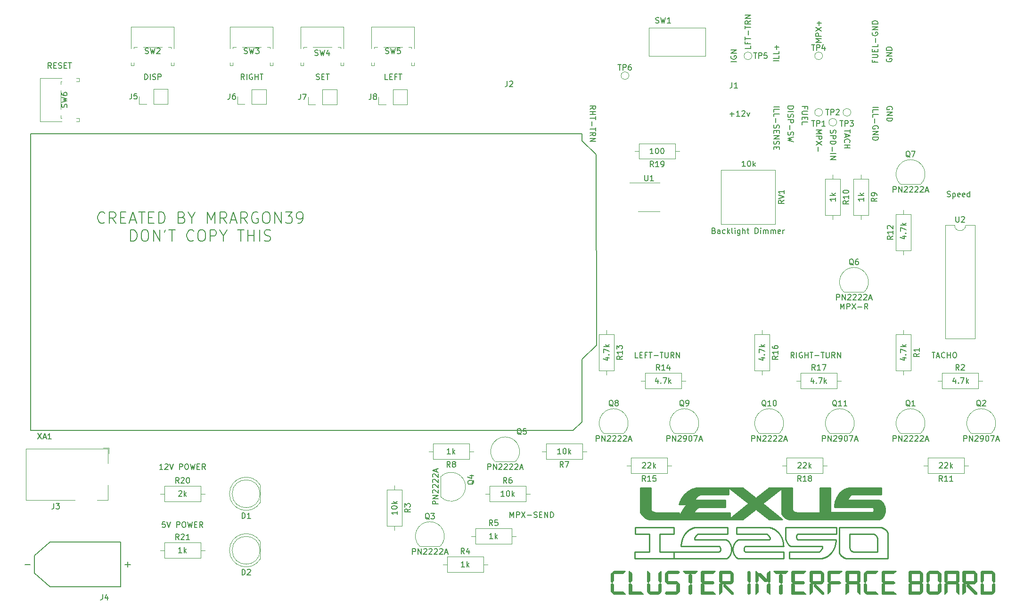
<source format=gbr>
%TF.GenerationSoftware,KiCad,Pcbnew,(6.0.1)*%
%TF.CreationDate,2022-11-01T11:59:45+11:00*%
%TF.ProjectId,IS250 Interface Board,49533235-3020-4496-9e74-657266616365,rev?*%
%TF.SameCoordinates,Original*%
%TF.FileFunction,Legend,Top*%
%TF.FilePolarity,Positive*%
%FSLAX46Y46*%
G04 Gerber Fmt 4.6, Leading zero omitted, Abs format (unit mm)*
G04 Created by KiCad (PCBNEW (6.0.1)) date 2022-11-01 11:59:45*
%MOMM*%
%LPD*%
G01*
G04 APERTURE LIST*
%ADD10C,0.150000*%
%ADD11C,0.132291*%
%ADD12C,0.264583*%
%ADD13C,0.120000*%
%ADD14C,0.127000*%
G04 APERTURE END LIST*
D10*
X195111761Y-68143380D02*
X194540333Y-68143380D01*
X194826047Y-68143380D02*
X194826047Y-67143380D01*
X194730809Y-67286238D01*
X194635571Y-67381476D01*
X194540333Y-67429095D01*
X195730809Y-67143380D02*
X195826047Y-67143380D01*
X195921285Y-67191000D01*
X195968904Y-67238619D01*
X196016523Y-67333857D01*
X196064142Y-67524333D01*
X196064142Y-67762428D01*
X196016523Y-67952904D01*
X195968904Y-68048142D01*
X195921285Y-68095761D01*
X195826047Y-68143380D01*
X195730809Y-68143380D01*
X195635571Y-68095761D01*
X195587952Y-68048142D01*
X195540333Y-67952904D01*
X195492714Y-67762428D01*
X195492714Y-67524333D01*
X195540333Y-67333857D01*
X195587952Y-67238619D01*
X195635571Y-67191000D01*
X195730809Y-67143380D01*
X196492714Y-68143380D02*
X196492714Y-67143380D01*
X196587952Y-67762428D02*
X196873666Y-68143380D01*
X196873666Y-67476714D02*
X196492714Y-67857666D01*
D11*
X210401761Y-143368250D02*
X210401761Y-144571838D01*
X210401761Y-144571838D02*
X209950779Y-145023218D01*
X209950779Y-145023218D02*
X209950779Y-143259903D01*
X209950779Y-143259903D02*
X210119183Y-143085410D01*
X210119183Y-143085410D02*
X210401761Y-143368250D01*
X210401761Y-143368250D02*
X210401761Y-143368250D01*
G36*
X210401761Y-143368250D02*
G01*
X210401761Y-144571838D01*
X209950779Y-145023218D01*
X209950779Y-143259903D01*
X210119183Y-143085410D01*
X210401761Y-143368250D01*
G37*
X210401761Y-143368250D02*
X210401761Y-144571838D01*
X209950779Y-145023218D01*
X209950779Y-143259903D01*
X210119183Y-143085410D01*
X210401761Y-143368250D01*
X236721844Y-142748728D02*
X236557271Y-142917002D01*
X236557271Y-142917002D02*
X236270863Y-142634428D01*
X236270863Y-142634428D02*
X236270863Y-141431765D01*
X236270863Y-141431765D02*
X236496289Y-141203296D01*
X236496289Y-141203296D02*
X236721844Y-141431765D01*
X236721844Y-141431765D02*
X236721844Y-142748728D01*
X236721844Y-142748728D02*
X236721844Y-142748728D01*
G36*
X236721844Y-141431765D02*
G01*
X236721844Y-142748728D01*
X236557271Y-142917002D01*
X236270863Y-142634428D01*
X236270863Y-141431765D01*
X236496289Y-141203296D01*
X236721844Y-141431765D01*
G37*
X236721844Y-141431765D02*
X236721844Y-142748728D01*
X236557271Y-142917002D01*
X236270863Y-142634428D01*
X236270863Y-141431765D01*
X236496289Y-141203296D01*
X236721844Y-141431765D01*
X192668723Y-141125111D02*
X192446208Y-141353580D01*
X192446208Y-141353580D02*
X190985047Y-141353580D01*
X190985047Y-141353580D02*
X190540017Y-140902598D01*
X190540017Y-140902598D02*
X192446208Y-140902598D01*
X192446208Y-140902598D02*
X192668723Y-141125111D01*
X192668723Y-141125111D02*
X192668723Y-141125111D01*
G36*
X192668723Y-141125111D02*
G01*
X192446208Y-141353580D01*
X190985047Y-141353580D01*
X190540017Y-140902598D01*
X192446208Y-140902598D01*
X192668723Y-141125111D01*
G37*
X192668723Y-141125111D02*
X192446208Y-141353580D01*
X190985047Y-141353580D01*
X190540017Y-140902598D01*
X192446208Y-140902598D01*
X192668723Y-141125111D01*
X174250153Y-142749124D02*
X174250153Y-140901142D01*
X174250153Y-140901142D02*
X174701134Y-141351067D01*
X174701134Y-141351067D02*
X174701134Y-142635088D01*
X174701134Y-142635088D02*
X174418426Y-142917002D01*
X174418426Y-142917002D02*
X174250153Y-142749124D01*
X174250153Y-142749124D02*
X174250153Y-142749124D01*
G36*
X174701134Y-141351067D02*
G01*
X174701134Y-142635088D01*
X174418426Y-142917002D01*
X174250153Y-142749124D01*
X174250153Y-140901142D01*
X174701134Y-141351067D01*
G37*
X174701134Y-141351067D02*
X174701134Y-142635088D01*
X174418426Y-142917002D01*
X174250153Y-142749124D01*
X174250153Y-140901142D01*
X174701134Y-141351067D01*
D12*
X184757074Y-128881903D02*
X184678220Y-128955672D01*
X184678220Y-128955672D02*
X184600404Y-129031521D01*
X184600404Y-129031521D02*
X184523623Y-129109447D01*
X184523623Y-129109447D02*
X184447876Y-129189448D01*
X184447876Y-129189448D02*
X184373157Y-129271520D01*
X184373157Y-129271520D02*
X184299465Y-129355660D01*
X184299465Y-129355660D02*
X184226795Y-129441865D01*
X184226795Y-129441865D02*
X184155146Y-129530132D01*
X184155146Y-129530132D02*
X184085258Y-129619529D01*
X184085258Y-129619529D02*
X184017869Y-129709127D01*
X184017869Y-129709127D02*
X183952973Y-129798930D01*
X183952973Y-129798930D02*
X183890563Y-129888940D01*
X183890563Y-129888940D02*
X183830634Y-129979162D01*
X183830634Y-129979162D02*
X183773179Y-130069597D01*
X183773179Y-130069597D02*
X183718193Y-130160249D01*
X183718193Y-130160249D02*
X183665668Y-130251122D01*
X183665668Y-130251122D02*
X183615623Y-130341895D01*
X183615623Y-130341895D02*
X183568078Y-130432246D01*
X183568078Y-130432246D02*
X183523026Y-130522175D01*
X183523026Y-130522175D02*
X183480460Y-130611683D01*
X183480460Y-130611683D02*
X183440374Y-130700769D01*
X183440374Y-130700769D02*
X183402763Y-130789433D01*
X183402763Y-130789433D02*
X183367620Y-130877676D01*
X183367620Y-130877676D02*
X183334939Y-130965497D01*
X183334939Y-130965497D02*
X183305458Y-131051978D01*
X183305458Y-131051978D02*
X183279918Y-131136198D01*
X183279918Y-131136198D02*
X183258316Y-131218155D01*
X183258316Y-131218155D02*
X183240648Y-131297846D01*
X183240648Y-131297846D02*
X183226912Y-131375267D01*
X183226912Y-131375267D02*
X183221517Y-131413126D01*
X183221517Y-131413126D02*
X183217104Y-131450416D01*
X183217104Y-131450416D02*
X183213672Y-131487137D01*
X183213672Y-131487137D02*
X183211222Y-131523288D01*
X183211222Y-131523288D02*
X183209752Y-131558870D01*
X183209752Y-131558870D02*
X183209262Y-131593882D01*
X183209262Y-131593882D02*
X192324157Y-131593882D01*
X192324157Y-131593882D02*
X192324157Y-130390028D01*
X192324157Y-130390028D02*
X185828636Y-130390028D01*
X185828636Y-130390028D02*
X185884992Y-130286963D01*
X185884992Y-130286963D02*
X185941547Y-130189498D01*
X185941547Y-130189498D02*
X185998301Y-130097627D01*
X185998301Y-130097627D02*
X186055253Y-130011343D01*
X186055253Y-130011343D02*
X186112403Y-129930640D01*
X186112403Y-129930640D02*
X186169751Y-129855512D01*
X186169751Y-129855512D02*
X186227298Y-129785952D01*
X186227298Y-129785952D02*
X186285043Y-129721955D01*
X186285043Y-129721955D02*
X186314096Y-129691892D01*
X186314096Y-129691892D02*
X186343409Y-129662919D01*
X186343409Y-129662919D02*
X186372982Y-129635036D01*
X186372982Y-129635036D02*
X186402816Y-129608242D01*
X186402816Y-129608242D02*
X186432910Y-129582537D01*
X186432910Y-129582537D02*
X186463265Y-129557919D01*
X186463265Y-129557919D02*
X186493880Y-129534387D01*
X186493880Y-129534387D02*
X186524756Y-129511942D01*
X186524756Y-129511942D02*
X186555892Y-129490582D01*
X186555892Y-129490582D02*
X186587288Y-129470306D01*
X186587288Y-129470306D02*
X186618945Y-129451114D01*
X186618945Y-129451114D02*
X186650863Y-129433005D01*
X186650863Y-129433005D02*
X186683041Y-129415978D01*
X186683041Y-129415978D02*
X186715479Y-129400032D01*
X186715479Y-129400032D02*
X186748178Y-129385167D01*
X186748178Y-129385167D02*
X186781137Y-129371382D01*
X186781137Y-129371382D02*
X191477491Y-129371382D01*
X191477491Y-129371382D02*
X191477491Y-128167528D01*
X191477491Y-128167528D02*
X186053532Y-128167528D01*
X186053532Y-128167528D02*
X186053532Y-128141069D01*
X186053532Y-128141069D02*
X186053945Y-128121201D01*
X186053945Y-128121201D02*
X186055182Y-128101282D01*
X186055182Y-128101282D02*
X186057246Y-128081313D01*
X186057246Y-128081313D02*
X186060135Y-128061294D01*
X186060135Y-128061294D02*
X186063850Y-128041223D01*
X186063850Y-128041223D02*
X186068392Y-128021100D01*
X186068392Y-128021100D02*
X186073761Y-128000926D01*
X186073761Y-128000926D02*
X186079958Y-127980699D01*
X186079958Y-127980699D02*
X186086982Y-127960420D01*
X186086982Y-127960420D02*
X186094835Y-127940087D01*
X186094835Y-127940087D02*
X186103516Y-127919701D01*
X186103516Y-127919701D02*
X186113026Y-127899261D01*
X186113026Y-127899261D02*
X186123366Y-127878767D01*
X186123366Y-127878767D02*
X186134536Y-127858218D01*
X186134536Y-127858218D02*
X186146535Y-127837614D01*
X186146535Y-127837614D02*
X186159365Y-127816955D01*
X186159365Y-127816955D02*
X186186576Y-127775792D01*
X186186576Y-127775792D02*
X186215226Y-127735050D01*
X186215226Y-127735050D02*
X186245314Y-127694730D01*
X186245314Y-127694730D02*
X186276841Y-127654832D01*
X186276841Y-127654832D02*
X186309806Y-127615355D01*
X186309806Y-127615355D02*
X186344210Y-127576300D01*
X186344210Y-127576300D02*
X186380053Y-127537667D01*
X186380053Y-127537667D02*
X186417334Y-127499455D01*
X186417334Y-127499455D02*
X186455657Y-127462273D01*
X186455657Y-127462273D02*
X186494618Y-127426732D01*
X186494618Y-127426732D02*
X186534211Y-127392834D01*
X186534211Y-127392834D02*
X186574431Y-127360582D01*
X186574431Y-127360582D02*
X186594774Y-127345075D01*
X186594774Y-127345075D02*
X186615271Y-127329980D01*
X186615271Y-127329980D02*
X186635922Y-127315298D01*
X186635922Y-127315298D02*
X186656725Y-127301030D01*
X186656725Y-127301030D02*
X186677680Y-127287176D01*
X186677680Y-127287176D02*
X186698786Y-127273736D01*
X186698786Y-127273736D02*
X186720043Y-127260711D01*
X186720043Y-127260711D02*
X186741449Y-127248101D01*
X186741449Y-127248101D02*
X186783802Y-127224437D01*
X186783802Y-127224437D02*
X186824933Y-127203052D01*
X186824933Y-127203052D02*
X186864837Y-127183942D01*
X186864837Y-127183942D02*
X186903506Y-127167105D01*
X186903506Y-127167105D02*
X186940935Y-127152538D01*
X186940935Y-127152538D02*
X186959183Y-127146105D01*
X186959183Y-127146105D02*
X186977118Y-127140238D01*
X186977118Y-127140238D02*
X186994740Y-127134936D01*
X186994740Y-127134936D02*
X187012049Y-127130201D01*
X187012049Y-127130201D02*
X187029042Y-127126030D01*
X187029042Y-127126030D02*
X187045720Y-127122424D01*
X187045720Y-127122424D02*
X192125719Y-127122424D01*
X192125719Y-127122424D02*
X192125719Y-125931799D01*
X192125719Y-125931799D02*
X186741449Y-125931799D01*
X186741449Y-125931799D02*
X186659036Y-125932884D01*
X186659036Y-125932884D02*
X186577193Y-125936140D01*
X186577193Y-125936140D02*
X186495920Y-125941566D01*
X186495920Y-125941566D02*
X186415218Y-125949162D01*
X186415218Y-125949162D02*
X186335086Y-125958929D01*
X186335086Y-125958929D02*
X186255525Y-125970866D01*
X186255525Y-125970866D02*
X186176535Y-125984974D01*
X186176535Y-125984974D02*
X186098115Y-126001252D01*
X186098115Y-126001252D02*
X186020265Y-126019701D01*
X186020265Y-126019701D02*
X185942986Y-126040319D01*
X185942986Y-126040319D02*
X185866278Y-126063109D01*
X185866278Y-126063109D02*
X185790140Y-126088068D01*
X185790140Y-126088068D02*
X185714572Y-126115199D01*
X185714572Y-126115199D02*
X185639575Y-126144499D01*
X185639575Y-126144499D02*
X185565149Y-126175970D01*
X185565149Y-126175970D02*
X185491293Y-126209611D01*
X185491293Y-126209611D02*
X185346000Y-126281335D01*
X185346000Y-126281335D02*
X185204410Y-126357600D01*
X185204410Y-126357600D02*
X185066528Y-126438411D01*
X185066528Y-126438411D02*
X184932361Y-126523771D01*
X184932361Y-126523771D02*
X184801914Y-126613682D01*
X184801914Y-126613682D02*
X184675194Y-126708148D01*
X184675194Y-126708148D02*
X184552208Y-126807172D01*
X184552208Y-126807172D02*
X184432960Y-126910757D01*
X184432960Y-126910757D02*
X184374864Y-126964103D01*
X184374864Y-126964103D02*
X184317954Y-127018273D01*
X184317954Y-127018273D02*
X184262228Y-127073268D01*
X184262228Y-127073268D02*
X184207688Y-127129088D01*
X184207688Y-127129088D02*
X184154333Y-127185733D01*
X184154333Y-127185733D02*
X184102166Y-127243202D01*
X184102166Y-127243202D02*
X184051185Y-127301496D01*
X184051185Y-127301496D02*
X184001391Y-127360615D01*
X184001391Y-127360615D02*
X183952784Y-127420559D01*
X183952784Y-127420559D02*
X183905366Y-127481327D01*
X183905366Y-127481327D02*
X183859136Y-127542920D01*
X183859136Y-127542920D02*
X183814095Y-127605338D01*
X183814095Y-127605338D02*
X183770242Y-127668581D01*
X183770242Y-127668581D02*
X183727579Y-127732648D01*
X183727579Y-127732648D02*
X183686106Y-127797540D01*
X183686106Y-127797540D02*
X183645824Y-127863257D01*
X183645824Y-127863257D02*
X183569549Y-127994907D01*
X183569549Y-127994907D02*
X183499476Y-128125335D01*
X183499476Y-128125335D02*
X183435604Y-128254536D01*
X183435604Y-128254536D02*
X183377934Y-128382502D01*
X183377934Y-128382502D02*
X183326464Y-128509228D01*
X183326464Y-128509228D02*
X183281195Y-128634708D01*
X183281195Y-128634708D02*
X183242128Y-128758935D01*
X183242128Y-128758935D02*
X183224920Y-128820577D01*
X183224920Y-128820577D02*
X183209262Y-128881903D01*
X183209262Y-128881903D02*
X184757074Y-128881903D01*
X184757074Y-128881903D02*
X184757074Y-128881903D01*
G36*
X192125719Y-127122424D02*
G01*
X187045720Y-127122424D01*
X187029042Y-127126030D01*
X187012049Y-127130201D01*
X186994740Y-127134936D01*
X186977118Y-127140238D01*
X186959183Y-127146105D01*
X186940935Y-127152538D01*
X186903506Y-127167105D01*
X186864837Y-127183942D01*
X186824933Y-127203052D01*
X186783802Y-127224437D01*
X186741449Y-127248101D01*
X186720043Y-127260711D01*
X186698786Y-127273736D01*
X186677680Y-127287176D01*
X186656725Y-127301030D01*
X186635922Y-127315298D01*
X186615271Y-127329980D01*
X186594774Y-127345075D01*
X186574431Y-127360582D01*
X186534211Y-127392834D01*
X186494618Y-127426732D01*
X186455657Y-127462273D01*
X186417334Y-127499455D01*
X186380053Y-127537667D01*
X186344210Y-127576300D01*
X186309806Y-127615355D01*
X186276841Y-127654832D01*
X186245314Y-127694730D01*
X186215226Y-127735050D01*
X186186576Y-127775792D01*
X186159365Y-127816955D01*
X186146535Y-127837614D01*
X186134536Y-127858218D01*
X186123366Y-127878767D01*
X186113026Y-127899261D01*
X186103516Y-127919701D01*
X186094835Y-127940087D01*
X186086982Y-127960420D01*
X186079958Y-127980699D01*
X186073761Y-128000926D01*
X186068392Y-128021100D01*
X186063850Y-128041223D01*
X186060135Y-128061294D01*
X186057246Y-128081313D01*
X186055182Y-128101282D01*
X186053945Y-128121201D01*
X186053532Y-128141069D01*
X186053532Y-128167528D01*
X191477491Y-128167528D01*
X191477491Y-129371382D01*
X186781137Y-129371382D01*
X186748178Y-129385167D01*
X186715479Y-129400032D01*
X186683041Y-129415978D01*
X186650863Y-129433005D01*
X186618945Y-129451114D01*
X186587288Y-129470306D01*
X186555892Y-129490582D01*
X186524756Y-129511942D01*
X186493880Y-129534387D01*
X186463265Y-129557919D01*
X186432910Y-129582537D01*
X186402816Y-129608242D01*
X186372982Y-129635036D01*
X186343409Y-129662919D01*
X186314096Y-129691892D01*
X186285043Y-129721955D01*
X186227298Y-129785952D01*
X186169751Y-129855512D01*
X186112403Y-129930640D01*
X186055253Y-130011343D01*
X185998301Y-130097627D01*
X185941547Y-130189498D01*
X185884992Y-130286963D01*
X185828636Y-130390028D01*
X192324157Y-130390028D01*
X192324157Y-131593882D01*
X183209262Y-131593882D01*
X183209752Y-131558870D01*
X183211222Y-131523288D01*
X183213672Y-131487137D01*
X183217104Y-131450416D01*
X183221517Y-131413126D01*
X183226912Y-131375267D01*
X183240648Y-131297846D01*
X183258316Y-131218155D01*
X183279918Y-131136198D01*
X183305458Y-131051978D01*
X183334939Y-130965497D01*
X183367620Y-130877676D01*
X183402763Y-130789433D01*
X183440374Y-130700769D01*
X183480460Y-130611683D01*
X183523026Y-130522175D01*
X183568078Y-130432246D01*
X183615623Y-130341895D01*
X183665668Y-130251122D01*
X183718193Y-130160249D01*
X183773179Y-130069597D01*
X183830634Y-129979162D01*
X183890563Y-129888940D01*
X183952973Y-129798930D01*
X184017869Y-129709127D01*
X184085258Y-129619529D01*
X184155146Y-129530132D01*
X184226795Y-129441865D01*
X184299465Y-129355660D01*
X184373157Y-129271520D01*
X184447876Y-129189448D01*
X184523623Y-129109447D01*
X184600404Y-129031521D01*
X184678220Y-128955672D01*
X184757074Y-128881903D01*
X183209262Y-128881903D01*
X183224920Y-128820577D01*
X183242128Y-128758935D01*
X183281195Y-128634708D01*
X183326464Y-128509228D01*
X183377934Y-128382502D01*
X183435604Y-128254536D01*
X183499476Y-128125335D01*
X183569549Y-127994907D01*
X183645824Y-127863257D01*
X183686106Y-127797540D01*
X183727579Y-127732648D01*
X183770242Y-127668581D01*
X183814095Y-127605338D01*
X183859136Y-127542920D01*
X183905366Y-127481327D01*
X183952784Y-127420559D01*
X184001391Y-127360615D01*
X184051185Y-127301496D01*
X184102166Y-127243202D01*
X184154333Y-127185733D01*
X184207688Y-127129088D01*
X184262228Y-127073268D01*
X184317954Y-127018273D01*
X184374864Y-126964103D01*
X184432960Y-126910757D01*
X184552208Y-126807172D01*
X184675194Y-126708148D01*
X184801914Y-126613682D01*
X184932361Y-126523771D01*
X185066528Y-126438411D01*
X185204410Y-126357600D01*
X185346000Y-126281335D01*
X185491293Y-126209611D01*
X185565149Y-126175970D01*
X185639575Y-126144499D01*
X185714572Y-126115199D01*
X185790140Y-126088068D01*
X185866278Y-126063109D01*
X185942986Y-126040319D01*
X186020265Y-126019701D01*
X186098115Y-126001252D01*
X186176535Y-125984974D01*
X186255525Y-125970866D01*
X186335086Y-125958929D01*
X186415218Y-125949162D01*
X186495920Y-125941566D01*
X186577193Y-125936140D01*
X186659036Y-125932884D01*
X186741449Y-125931799D01*
X192125719Y-125931799D01*
X192125719Y-127122424D01*
G37*
X192125719Y-127122424D02*
X187045720Y-127122424D01*
X187029042Y-127126030D01*
X187012049Y-127130201D01*
X186994740Y-127134936D01*
X186977118Y-127140238D01*
X186959183Y-127146105D01*
X186940935Y-127152538D01*
X186903506Y-127167105D01*
X186864837Y-127183942D01*
X186824933Y-127203052D01*
X186783802Y-127224437D01*
X186741449Y-127248101D01*
X186720043Y-127260711D01*
X186698786Y-127273736D01*
X186677680Y-127287176D01*
X186656725Y-127301030D01*
X186635922Y-127315298D01*
X186615271Y-127329980D01*
X186594774Y-127345075D01*
X186574431Y-127360582D01*
X186534211Y-127392834D01*
X186494618Y-127426732D01*
X186455657Y-127462273D01*
X186417334Y-127499455D01*
X186380053Y-127537667D01*
X186344210Y-127576300D01*
X186309806Y-127615355D01*
X186276841Y-127654832D01*
X186245314Y-127694730D01*
X186215226Y-127735050D01*
X186186576Y-127775792D01*
X186159365Y-127816955D01*
X186146535Y-127837614D01*
X186134536Y-127858218D01*
X186123366Y-127878767D01*
X186113026Y-127899261D01*
X186103516Y-127919701D01*
X186094835Y-127940087D01*
X186086982Y-127960420D01*
X186079958Y-127980699D01*
X186073761Y-128000926D01*
X186068392Y-128021100D01*
X186063850Y-128041223D01*
X186060135Y-128061294D01*
X186057246Y-128081313D01*
X186055182Y-128101282D01*
X186053945Y-128121201D01*
X186053532Y-128141069D01*
X186053532Y-128167528D01*
X191477491Y-128167528D01*
X191477491Y-129371382D01*
X186781137Y-129371382D01*
X186748178Y-129385167D01*
X186715479Y-129400032D01*
X186683041Y-129415978D01*
X186650863Y-129433005D01*
X186618945Y-129451114D01*
X186587288Y-129470306D01*
X186555892Y-129490582D01*
X186524756Y-129511942D01*
X186493880Y-129534387D01*
X186463265Y-129557919D01*
X186432910Y-129582537D01*
X186402816Y-129608242D01*
X186372982Y-129635036D01*
X186343409Y-129662919D01*
X186314096Y-129691892D01*
X186285043Y-129721955D01*
X186227298Y-129785952D01*
X186169751Y-129855512D01*
X186112403Y-129930640D01*
X186055253Y-130011343D01*
X185998301Y-130097627D01*
X185941547Y-130189498D01*
X185884992Y-130286963D01*
X185828636Y-130390028D01*
X192324157Y-130390028D01*
X192324157Y-131593882D01*
X183209262Y-131593882D01*
X183209752Y-131558870D01*
X183211222Y-131523288D01*
X183213672Y-131487137D01*
X183217104Y-131450416D01*
X183221517Y-131413126D01*
X183226912Y-131375267D01*
X183240648Y-131297846D01*
X183258316Y-131218155D01*
X183279918Y-131136198D01*
X183305458Y-131051978D01*
X183334939Y-130965497D01*
X183367620Y-130877676D01*
X183402763Y-130789433D01*
X183440374Y-130700769D01*
X183480460Y-130611683D01*
X183523026Y-130522175D01*
X183568078Y-130432246D01*
X183615623Y-130341895D01*
X183665668Y-130251122D01*
X183718193Y-130160249D01*
X183773179Y-130069597D01*
X183830634Y-129979162D01*
X183890563Y-129888940D01*
X183952973Y-129798930D01*
X184017869Y-129709127D01*
X184085258Y-129619529D01*
X184155146Y-129530132D01*
X184226795Y-129441865D01*
X184299465Y-129355660D01*
X184373157Y-129271520D01*
X184447876Y-129189448D01*
X184523623Y-129109447D01*
X184600404Y-129031521D01*
X184678220Y-128955672D01*
X184757074Y-128881903D01*
X183209262Y-128881903D01*
X183224920Y-128820577D01*
X183242128Y-128758935D01*
X183281195Y-128634708D01*
X183326464Y-128509228D01*
X183377934Y-128382502D01*
X183435604Y-128254536D01*
X183499476Y-128125335D01*
X183569549Y-127994907D01*
X183645824Y-127863257D01*
X183686106Y-127797540D01*
X183727579Y-127732648D01*
X183770242Y-127668581D01*
X183814095Y-127605338D01*
X183859136Y-127542920D01*
X183905366Y-127481327D01*
X183952784Y-127420559D01*
X184001391Y-127360615D01*
X184051185Y-127301496D01*
X184102166Y-127243202D01*
X184154333Y-127185733D01*
X184207688Y-127129088D01*
X184262228Y-127073268D01*
X184317954Y-127018273D01*
X184374864Y-126964103D01*
X184432960Y-126910757D01*
X184552208Y-126807172D01*
X184675194Y-126708148D01*
X184801914Y-126613682D01*
X184932361Y-126523771D01*
X185066528Y-126438411D01*
X185204410Y-126357600D01*
X185346000Y-126281335D01*
X185491293Y-126209611D01*
X185565149Y-126175970D01*
X185639575Y-126144499D01*
X185714572Y-126115199D01*
X185790140Y-126088068D01*
X185866278Y-126063109D01*
X185942986Y-126040319D01*
X186020265Y-126019701D01*
X186098115Y-126001252D01*
X186176535Y-125984974D01*
X186255525Y-125970866D01*
X186335086Y-125958929D01*
X186415218Y-125949162D01*
X186495920Y-125941566D01*
X186577193Y-125936140D01*
X186659036Y-125932884D01*
X186741449Y-125931799D01*
X192125719Y-125931799D01*
X192125719Y-127122424D01*
D11*
X185458827Y-142977725D02*
X185290418Y-143139517D01*
X185290418Y-143139517D02*
X185007844Y-142863821D01*
X185007844Y-142863821D02*
X185007844Y-141659571D01*
X185007844Y-141659571D02*
X185230361Y-141437849D01*
X185230361Y-141437849D02*
X185458827Y-141659571D01*
X185458827Y-141659571D02*
X185458827Y-142977725D01*
X185458827Y-142977725D02*
X185458827Y-142977725D01*
G36*
X185458827Y-141659571D02*
G01*
X185458827Y-142977725D01*
X185290418Y-143139517D01*
X185007844Y-142863821D01*
X185007844Y-141659571D01*
X185230361Y-141437849D01*
X185458827Y-141659571D01*
G37*
X185458827Y-141659571D02*
X185458827Y-142977725D01*
X185290418Y-143139517D01*
X185007844Y-142863821D01*
X185007844Y-141659571D01*
X185230361Y-141437849D01*
X185458827Y-141659571D01*
X177491298Y-142748728D02*
X177491298Y-140901142D01*
X177491298Y-140901142D02*
X177942280Y-141351067D01*
X177942280Y-141351067D02*
X177942280Y-142635088D01*
X177942280Y-142635088D02*
X177659572Y-142917002D01*
X177659572Y-142917002D02*
X177491298Y-142748728D01*
X177491298Y-142748728D02*
X177491298Y-142748728D01*
G36*
X177942280Y-141351067D02*
G01*
X177942280Y-142635088D01*
X177659572Y-142917002D01*
X177491298Y-142748728D01*
X177491298Y-140901142D01*
X177942280Y-141351067D01*
G37*
X177942280Y-141351067D02*
X177942280Y-142635088D01*
X177659572Y-142917002D01*
X177491298Y-142748728D01*
X177491298Y-140901142D01*
X177942280Y-141351067D01*
X205988114Y-140902598D02*
X205543080Y-141353580D01*
X205543080Y-141353580D02*
X203997654Y-141353580D01*
X203997654Y-141353580D02*
X203552754Y-140902598D01*
X203552754Y-140902598D02*
X205988114Y-140902598D01*
X205988114Y-140902598D02*
X205988114Y-140902598D01*
G36*
X205543080Y-141353580D02*
G01*
X203997654Y-141353580D01*
X203552754Y-140902598D01*
X205988114Y-140902598D01*
X205543080Y-141353580D01*
G37*
X205543080Y-141353580D02*
X203997654Y-141353580D01*
X203552754Y-140902598D01*
X205988114Y-140902598D01*
X205543080Y-141353580D01*
X234653336Y-144655976D02*
X234202214Y-145107356D01*
X234202214Y-145107356D02*
X234202214Y-143259770D01*
X234202214Y-143259770D02*
X234370625Y-143085410D01*
X234370625Y-143085410D02*
X234653336Y-143368250D01*
X234653336Y-143368250D02*
X234653336Y-144655976D01*
X234653336Y-144655976D02*
X234653336Y-144655976D01*
G36*
X234653336Y-143368250D02*
G01*
X234653336Y-144655976D01*
X234202214Y-145107356D01*
X234202214Y-143259770D01*
X234370625Y-143085410D01*
X234653336Y-143368250D01*
G37*
X234653336Y-143368250D02*
X234653336Y-144655976D01*
X234202214Y-145107356D01*
X234202214Y-143259770D01*
X234370625Y-143085410D01*
X234653336Y-143368250D01*
X177491298Y-144570647D02*
X177713681Y-144799249D01*
X177713681Y-144799249D02*
X177942280Y-144570647D01*
X177942280Y-144570647D02*
X177942280Y-143368117D01*
X177942280Y-143368117D02*
X177659572Y-143085410D01*
X177659572Y-143085410D02*
X177491298Y-143259770D01*
X177491298Y-143259770D02*
X177491298Y-144570647D01*
X177491298Y-144570647D02*
X177491298Y-144570647D01*
G36*
X177942280Y-143368117D02*
G01*
X177942280Y-144570647D01*
X177713681Y-144799249D01*
X177491298Y-144570647D01*
X177491298Y-143259770D01*
X177659572Y-143085410D01*
X177942280Y-143368117D01*
G37*
X177942280Y-143368117D02*
X177942280Y-144570647D01*
X177713681Y-144799249D01*
X177491298Y-144570647D01*
X177491298Y-143259770D01*
X177659572Y-143085410D01*
X177942280Y-143368117D01*
X229932904Y-141125111D02*
X229710389Y-141353580D01*
X229710389Y-141353580D02*
X228249089Y-141353580D01*
X228249089Y-141353580D02*
X228026711Y-141125111D01*
X228026711Y-141125111D02*
X228249089Y-140902598D01*
X228249089Y-140902598D02*
X229710389Y-140902598D01*
X229710389Y-140902598D02*
X229932904Y-141125111D01*
X229932904Y-141125111D02*
X229932904Y-141125111D01*
G36*
X229932904Y-141125111D02*
G01*
X229710389Y-141353580D01*
X228249089Y-141353580D01*
X228026711Y-141125111D01*
X228249089Y-140902598D01*
X229710389Y-140902598D01*
X229932904Y-141125111D01*
G37*
X229932904Y-141125111D02*
X229710389Y-141353580D01*
X228249089Y-141353580D01*
X228026711Y-141125111D01*
X228249089Y-140902598D01*
X229710389Y-140902598D01*
X229932904Y-141125111D01*
X226691758Y-144883387D02*
X226469243Y-145105900D01*
X226469243Y-145105900D02*
X224563050Y-145105900D01*
X224563050Y-145105900D02*
X225007947Y-144654918D01*
X225007947Y-144654918D02*
X226469243Y-144654918D01*
X226469243Y-144654918D02*
X226691758Y-144883387D01*
X226691758Y-144883387D02*
X226691758Y-144883387D01*
G36*
X226691758Y-144883387D02*
G01*
X226469243Y-145105900D01*
X224563050Y-145105900D01*
X225007947Y-144654918D01*
X226469243Y-144654918D01*
X226691758Y-144883387D01*
G37*
X226691758Y-144883387D02*
X226469243Y-145105900D01*
X224563050Y-145105900D01*
X225007947Y-144654918D01*
X226469243Y-144654918D01*
X226691758Y-144883387D01*
X189734229Y-145105900D02*
X187298871Y-145105900D01*
X187298871Y-145105900D02*
X187743903Y-144654918D01*
X187743903Y-144654918D02*
X189289200Y-144654918D01*
X189289200Y-144654918D02*
X189734229Y-145105900D01*
X189734229Y-145105900D02*
X189734229Y-145105900D01*
G36*
X189734229Y-145105900D02*
G01*
X187298871Y-145105900D01*
X187743903Y-144654918D01*
X189289200Y-144654918D01*
X189734229Y-145105900D01*
G37*
X189734229Y-145105900D02*
X187298871Y-145105900D01*
X187743903Y-144654918D01*
X189289200Y-144654918D01*
X189734229Y-145105900D01*
X236415196Y-141125111D02*
X236192677Y-141353580D01*
X236192677Y-141353580D02*
X234731381Y-141353580D01*
X234731381Y-141353580D02*
X234286488Y-140902598D01*
X234286488Y-140902598D02*
X236192677Y-140902598D01*
X236192677Y-140902598D02*
X236415196Y-141125111D01*
X236415196Y-141125111D02*
X236415196Y-141125111D01*
G36*
X236415196Y-141125111D02*
G01*
X236192677Y-141353580D01*
X234731381Y-141353580D01*
X234286488Y-140902598D01*
X236192677Y-140902598D01*
X236415196Y-141125111D01*
G37*
X236415196Y-141125111D02*
X236192677Y-141353580D01*
X234731381Y-141353580D01*
X234286488Y-140902598D01*
X236192677Y-140902598D01*
X236415196Y-141125111D01*
D12*
X192628073Y-136963438D02*
X192626734Y-137036376D01*
X192626734Y-137036376D02*
X192622712Y-137109736D01*
X192622712Y-137109736D02*
X192616005Y-137183517D01*
X192616005Y-137183517D02*
X192606611Y-137257720D01*
X192606611Y-137257720D02*
X192594525Y-137332345D01*
X192594525Y-137332345D02*
X192579745Y-137407392D01*
X192579745Y-137407392D02*
X192562268Y-137482860D01*
X192562268Y-137482860D02*
X192542090Y-137558750D01*
X192542090Y-137558750D02*
X192519529Y-137633909D01*
X192519529Y-137633909D02*
X192494910Y-137707190D01*
X192494910Y-137707190D02*
X192468233Y-137778597D01*
X192468233Y-137778597D02*
X192439498Y-137848138D01*
X192439498Y-137848138D02*
X192408704Y-137915819D01*
X192408704Y-137915819D02*
X192375851Y-137981645D01*
X192375851Y-137981645D02*
X192340940Y-138045624D01*
X192340940Y-138045624D02*
X192303969Y-138107761D01*
X192303969Y-138107761D02*
X192284707Y-138138032D01*
X192284707Y-138138032D02*
X192264925Y-138167627D01*
X192264925Y-138167627D02*
X192244623Y-138196548D01*
X192244623Y-138196548D02*
X192223801Y-138224793D01*
X192223801Y-138224793D02*
X192202461Y-138252364D01*
X192202461Y-138252364D02*
X192180601Y-138279262D01*
X192180601Y-138279262D02*
X192158222Y-138305485D01*
X192158222Y-138305485D02*
X192135326Y-138331036D01*
X192135326Y-138331036D02*
X192111912Y-138355913D01*
X192111912Y-138355913D02*
X192087980Y-138380118D01*
X192087980Y-138380118D02*
X192063532Y-138403651D01*
X192063532Y-138403651D02*
X192038567Y-138426513D01*
X192038567Y-138426513D02*
X192013085Y-138448703D01*
X192013085Y-138448703D02*
X191987088Y-138470222D01*
X191987088Y-138470222D02*
X191960575Y-138491071D01*
X191960575Y-138491071D02*
X191933547Y-138511250D01*
X191933547Y-138511250D02*
X191906131Y-138530473D01*
X191906131Y-138530473D02*
X191878455Y-138548457D01*
X191878455Y-138548457D02*
X191850520Y-138565200D01*
X191850520Y-138565200D02*
X191822326Y-138580703D01*
X191822326Y-138580703D02*
X191793872Y-138594966D01*
X191793872Y-138594966D02*
X191765161Y-138607988D01*
X191765161Y-138607988D02*
X191736191Y-138619770D01*
X191736191Y-138619770D02*
X191706963Y-138630312D01*
X191706963Y-138630312D02*
X191677478Y-138639614D01*
X191677478Y-138639614D02*
X191647737Y-138647676D01*
X191647737Y-138647676D02*
X191617738Y-138654497D01*
X191617738Y-138654497D02*
X191587484Y-138660078D01*
X191587484Y-138660078D02*
X191556974Y-138664419D01*
X191556974Y-138664419D02*
X191526208Y-138667520D01*
X191526208Y-138667520D02*
X191495187Y-138669380D01*
X191495187Y-138669380D02*
X191463912Y-138670000D01*
X191463912Y-138670000D02*
X182245831Y-138670000D01*
X182245831Y-138670000D02*
X182245831Y-137439688D01*
X182245831Y-137439688D02*
X190299742Y-137439688D01*
X190299742Y-137439688D02*
X190312831Y-137439455D01*
X190312831Y-137439455D02*
X190325604Y-137438758D01*
X190325604Y-137438758D02*
X190338062Y-137437595D01*
X190338062Y-137437595D02*
X190350206Y-137435967D01*
X190350206Y-137435967D02*
X190362037Y-137433874D01*
X190362037Y-137433874D02*
X190373556Y-137431316D01*
X190373556Y-137431316D02*
X190384762Y-137428293D01*
X190384762Y-137428293D02*
X190395658Y-137424805D01*
X190395658Y-137424805D02*
X190406244Y-137420852D01*
X190406244Y-137420852D02*
X190416520Y-137416433D01*
X190416520Y-137416433D02*
X190426488Y-137411550D01*
X190426488Y-137411550D02*
X190436148Y-137406201D01*
X190436148Y-137406201D02*
X190445501Y-137400388D01*
X190445501Y-137400388D02*
X190454547Y-137394109D01*
X190454547Y-137394109D02*
X190463288Y-137387365D01*
X190463288Y-137387365D02*
X190471724Y-137380156D01*
X190471724Y-137380156D02*
X190479903Y-137372637D01*
X190479903Y-137372637D02*
X190487872Y-137364963D01*
X190487872Y-137364963D02*
X190495630Y-137357134D01*
X190495630Y-137357134D02*
X190503179Y-137349150D01*
X190503179Y-137349150D02*
X190510519Y-137341011D01*
X190510519Y-137341011D02*
X190517650Y-137332717D01*
X190517650Y-137332717D02*
X190524573Y-137324268D01*
X190524573Y-137324268D02*
X190531287Y-137315664D01*
X190531287Y-137315664D02*
X190537793Y-137306905D01*
X190537793Y-137306905D02*
X190544093Y-137297991D01*
X190544093Y-137297991D02*
X190550185Y-137288922D01*
X190550185Y-137288922D02*
X190556070Y-137279698D01*
X190556070Y-137279698D02*
X190561749Y-137270318D01*
X190561749Y-137270318D02*
X190567222Y-137260784D01*
X190567222Y-137260784D02*
X190572489Y-137251095D01*
X190572489Y-137251095D02*
X190577552Y-137241250D01*
X190577552Y-137241250D02*
X190587066Y-137221307D01*
X190587066Y-137221307D02*
X190595759Y-137201161D01*
X190595759Y-137201161D02*
X190603627Y-137180812D01*
X190603627Y-137180812D02*
X190610666Y-137160254D01*
X190610666Y-137160254D02*
X190616874Y-137139486D01*
X190616874Y-137139486D02*
X190622247Y-137118504D01*
X190622247Y-137118504D02*
X190624619Y-137107932D01*
X190624619Y-137107932D02*
X190626782Y-137097305D01*
X190626782Y-137097305D02*
X190628735Y-137086623D01*
X190628735Y-137086623D02*
X190630477Y-137075885D01*
X190630477Y-137075885D02*
X190633551Y-137054876D01*
X190633551Y-137054876D02*
X190636225Y-137034908D01*
X190636225Y-137034908D02*
X190638496Y-137015982D01*
X190638496Y-137015982D02*
X190640361Y-136998098D01*
X190640361Y-136998098D02*
X190641816Y-136981256D01*
X190641816Y-136981256D02*
X190642860Y-136965455D01*
X190642860Y-136965455D02*
X190643488Y-136950696D01*
X190643488Y-136950696D02*
X190643698Y-136936979D01*
X190643698Y-136936979D02*
X190643388Y-136921839D01*
X190643388Y-136921839D02*
X190642458Y-136906184D01*
X190642458Y-136906184D02*
X190640909Y-136890013D01*
X190640909Y-136890013D02*
X190638739Y-136873326D01*
X190638739Y-136873326D02*
X190635949Y-136856123D01*
X190635949Y-136856123D02*
X190632539Y-136838404D01*
X190632539Y-136838404D02*
X190628508Y-136820167D01*
X190628508Y-136820167D02*
X190623858Y-136801413D01*
X190623858Y-136801413D02*
X190618588Y-136782142D01*
X190618588Y-136782142D02*
X190612697Y-136762352D01*
X190612697Y-136762352D02*
X190606187Y-136742043D01*
X190606187Y-136742043D02*
X190599056Y-136721216D01*
X190599056Y-136721216D02*
X190591305Y-136699869D01*
X190591305Y-136699869D02*
X190582933Y-136678002D01*
X190582933Y-136678002D02*
X190573942Y-136655616D01*
X190573942Y-136655616D02*
X190564330Y-136632708D01*
X190564330Y-136632708D02*
X190554150Y-136610266D01*
X190554150Y-136610266D02*
X190543456Y-136589275D01*
X190543456Y-136589275D02*
X190532246Y-136569734D01*
X190532246Y-136569734D02*
X190520520Y-136551643D01*
X190520520Y-136551643D02*
X190508278Y-136535001D01*
X190508278Y-136535001D02*
X190495520Y-136519808D01*
X190495520Y-136519808D02*
X190482244Y-136506064D01*
X190482244Y-136506064D02*
X190468451Y-136493769D01*
X190468451Y-136493769D02*
X190454140Y-136482922D01*
X190454140Y-136482922D02*
X190446791Y-136478041D01*
X190446791Y-136478041D02*
X190439311Y-136473522D01*
X190439311Y-136473522D02*
X190431702Y-136469365D01*
X190431702Y-136469365D02*
X190423963Y-136465569D01*
X190423963Y-136465569D02*
X190416095Y-136462135D01*
X190416095Y-136462135D02*
X190408096Y-136459063D01*
X190408096Y-136459063D02*
X190399968Y-136456353D01*
X190399968Y-136456353D02*
X190391710Y-136454004D01*
X190391710Y-136454004D02*
X190383322Y-136452016D01*
X190383322Y-136452016D02*
X190374804Y-136450390D01*
X190374804Y-136450390D02*
X190366156Y-136449126D01*
X190366156Y-136449126D02*
X190357378Y-136448223D01*
X190357378Y-136448223D02*
X190339431Y-136447500D01*
X190339431Y-136447500D02*
X183552870Y-136447500D01*
X183552870Y-136447500D02*
X183556281Y-136282734D01*
X183556281Y-136282734D02*
X183566513Y-136119227D01*
X183566513Y-136119227D02*
X183583566Y-135956972D01*
X183583566Y-135956972D02*
X183607440Y-135795964D01*
X183607440Y-135795964D02*
X183638135Y-135636196D01*
X183638135Y-135636196D02*
X183675652Y-135477662D01*
X183675652Y-135477662D02*
X183719991Y-135320356D01*
X183719991Y-135320356D02*
X183771151Y-135164271D01*
X183771151Y-135164271D02*
X183799134Y-135087103D01*
X183799134Y-135087103D02*
X183828513Y-135011077D01*
X183828513Y-135011077D02*
X183859286Y-134936190D01*
X183859286Y-134936190D02*
X183891455Y-134862443D01*
X183891455Y-134862443D02*
X183925018Y-134789836D01*
X183925018Y-134789836D02*
X183959977Y-134718368D01*
X183959977Y-134718368D02*
X183996331Y-134648038D01*
X183996331Y-134648038D02*
X184034081Y-134578847D01*
X184034081Y-134578847D02*
X184073225Y-134510794D01*
X184073225Y-134510794D02*
X184113765Y-134443878D01*
X184113765Y-134443878D02*
X184155700Y-134378100D01*
X184155700Y-134378100D02*
X184199031Y-134313458D01*
X184199031Y-134313458D02*
X184243756Y-134249952D01*
X184243756Y-134249952D02*
X184289877Y-134187583D01*
X184289877Y-134187583D02*
X184337394Y-134126349D01*
X184337394Y-134126349D02*
X184386306Y-134066250D01*
X184386306Y-134066250D02*
X184436560Y-134007442D01*
X184436560Y-134007442D02*
X184488105Y-133950078D01*
X184488105Y-133950078D02*
X184540940Y-133894160D01*
X184540940Y-133894160D02*
X184595066Y-133839688D01*
X184595066Y-133839688D02*
X184650484Y-133786663D01*
X184650484Y-133786663D02*
X184707193Y-133735084D01*
X184707193Y-133735084D02*
X184765195Y-133684953D01*
X184765195Y-133684953D02*
X184824489Y-133636269D01*
X184824489Y-133636269D02*
X184885076Y-133589033D01*
X184885076Y-133589033D02*
X184946957Y-133543246D01*
X184946957Y-133543246D02*
X185010131Y-133498907D01*
X185010131Y-133498907D02*
X185074599Y-133456018D01*
X185074599Y-133456018D02*
X185140362Y-133414578D01*
X185140362Y-133414578D02*
X185207419Y-133374588D01*
X185207419Y-133374588D02*
X185275771Y-133336048D01*
X185275771Y-133336048D02*
X185345420Y-133298959D01*
X185345420Y-133298959D02*
X185416256Y-133263730D01*
X185416256Y-133263730D02*
X185488172Y-133230771D01*
X185488172Y-133230771D02*
X185561169Y-133200083D01*
X185561169Y-133200083D02*
X185635247Y-133171665D01*
X185635247Y-133171665D02*
X185710408Y-133145519D01*
X185710408Y-133145519D02*
X185786651Y-133121644D01*
X185786651Y-133121644D02*
X185863977Y-133100041D01*
X185863977Y-133100041D02*
X185942389Y-133080710D01*
X185942389Y-133080710D02*
X186021885Y-133063653D01*
X186021885Y-133063653D02*
X186102467Y-133048868D01*
X186102467Y-133048868D02*
X186184137Y-133036357D01*
X186184137Y-133036357D02*
X186266893Y-133026119D01*
X186266893Y-133026119D02*
X186350738Y-133018156D01*
X186350738Y-133018156D02*
X186435672Y-133012468D01*
X186435672Y-133012468D02*
X186521695Y-133009055D01*
X186521695Y-133009055D02*
X186608809Y-133007917D01*
X186608809Y-133007917D02*
X191926932Y-133007917D01*
X191926932Y-133007917D02*
X191926932Y-134198542D01*
X191926932Y-134198542D02*
X186608809Y-134198542D01*
X186608809Y-134198542D02*
X186607071Y-134198633D01*
X186607071Y-134198633D02*
X186605178Y-134198905D01*
X186605178Y-134198905D02*
X186603132Y-134199358D01*
X186603132Y-134199358D02*
X186600933Y-134199992D01*
X186600933Y-134199992D02*
X186596072Y-134201805D01*
X186596072Y-134201805D02*
X186590594Y-134204342D01*
X186590594Y-134204342D02*
X186584500Y-134207603D01*
X186584500Y-134207603D02*
X186577787Y-134211588D01*
X186577787Y-134211588D02*
X186570457Y-134216295D01*
X186570457Y-134216295D02*
X186562506Y-134221726D01*
X186562506Y-134221726D02*
X186553936Y-134227879D01*
X186553936Y-134227879D02*
X186544745Y-134234754D01*
X186544745Y-134234754D02*
X186534932Y-134242351D01*
X186534932Y-134242351D02*
X186524497Y-134250669D01*
X186524497Y-134250669D02*
X186513438Y-134259708D01*
X186513438Y-134259708D02*
X186501756Y-134269467D01*
X186501756Y-134269467D02*
X186489448Y-134279947D01*
X186489448Y-134279947D02*
X186476515Y-134291146D01*
X186476515Y-134291146D02*
X186449926Y-134314995D01*
X186449926Y-134314995D02*
X186423137Y-134340305D01*
X186423137Y-134340305D02*
X186396149Y-134367072D01*
X186396149Y-134367072D02*
X186368963Y-134395293D01*
X186368963Y-134395293D02*
X186341578Y-134424965D01*
X186341578Y-134424965D02*
X186313995Y-134456085D01*
X186313995Y-134456085D02*
X186286214Y-134488650D01*
X186286214Y-134488650D02*
X186258235Y-134522656D01*
X186258235Y-134522656D02*
X186230455Y-134557483D01*
X186230455Y-134557483D02*
X186203276Y-134592511D01*
X186203276Y-134592511D02*
X186176705Y-134627743D01*
X186176705Y-134627743D02*
X186150748Y-134663183D01*
X186150748Y-134663183D02*
X186125411Y-134698834D01*
X186125411Y-134698834D02*
X186100700Y-134734699D01*
X186100700Y-134734699D02*
X186076622Y-134770781D01*
X186076622Y-134770781D02*
X186053183Y-134807083D01*
X186053183Y-134807083D02*
X186041984Y-134825132D01*
X186041984Y-134825132D02*
X186031504Y-134842865D01*
X186031504Y-134842865D02*
X186021745Y-134860284D01*
X186021745Y-134860284D02*
X186012706Y-134877388D01*
X186012706Y-134877388D02*
X186004388Y-134894180D01*
X186004388Y-134894180D02*
X185996791Y-134910659D01*
X185996791Y-134910659D02*
X185989917Y-134926826D01*
X185989917Y-134926826D02*
X185983764Y-134942682D01*
X185983764Y-134942682D02*
X185978334Y-134958229D01*
X185978334Y-134958229D02*
X185973626Y-134973466D01*
X185973626Y-134973466D02*
X185969642Y-134988395D01*
X185969642Y-134988395D02*
X185966381Y-135003016D01*
X185966381Y-135003016D02*
X185963844Y-135017330D01*
X185963844Y-135017330D02*
X185962032Y-135031337D01*
X185962032Y-135031337D02*
X185960944Y-135045040D01*
X185960944Y-135045040D02*
X185960581Y-135058438D01*
X185960581Y-135058438D02*
X185960684Y-135063346D01*
X185960684Y-135063346D02*
X185960991Y-135068149D01*
X185960991Y-135068149D02*
X185961504Y-135072848D01*
X185961504Y-135072848D02*
X185962222Y-135077442D01*
X185962222Y-135077442D02*
X185963147Y-135081933D01*
X185963147Y-135081933D02*
X185964278Y-135086320D01*
X185964278Y-135086320D02*
X185965616Y-135090604D01*
X185965616Y-135090604D02*
X185967161Y-135094785D01*
X185967161Y-135094785D02*
X185968914Y-135098864D01*
X185968914Y-135098864D02*
X185970876Y-135102841D01*
X185970876Y-135102841D02*
X185973046Y-135106716D01*
X185973046Y-135106716D02*
X185975424Y-135110490D01*
X185975424Y-135110490D02*
X185978012Y-135114164D01*
X185978012Y-135114164D02*
X185980810Y-135117737D01*
X185980810Y-135117737D02*
X185983818Y-135121210D01*
X185983818Y-135121210D02*
X185987036Y-135124584D01*
X185987036Y-135124584D02*
X185990357Y-135128165D01*
X185990357Y-135128165D02*
X185993673Y-135132261D01*
X185993673Y-135132261D02*
X185996983Y-135136871D01*
X185996983Y-135136871D02*
X186000290Y-135141996D01*
X186000290Y-135141996D02*
X186003594Y-135147636D01*
X186003594Y-135147636D02*
X186006895Y-135153791D01*
X186006895Y-135153791D02*
X186010195Y-135160460D01*
X186010195Y-135160460D02*
X186013494Y-135167644D01*
X186013494Y-135167644D02*
X186016793Y-135175343D01*
X186016793Y-135175343D02*
X186020093Y-135183557D01*
X186020093Y-135183557D02*
X186023394Y-135192285D01*
X186023394Y-135192285D02*
X186026698Y-135201528D01*
X186026698Y-135201528D02*
X186030005Y-135211285D01*
X186030005Y-135211285D02*
X186033317Y-135221557D01*
X186033317Y-135221557D02*
X186036632Y-135232344D01*
X186036632Y-135232344D02*
X186039954Y-135243646D01*
X186039954Y-135243646D02*
X191516829Y-135243646D01*
X191516829Y-135243646D02*
X191540046Y-135244241D01*
X191540046Y-135244241D02*
X191563362Y-135246027D01*
X191563362Y-135246027D02*
X191586779Y-135249002D01*
X191586779Y-135249002D02*
X191610296Y-135253167D01*
X191610296Y-135253167D02*
X191633914Y-135258521D01*
X191633914Y-135258521D02*
X191657632Y-135265063D01*
X191657632Y-135265063D02*
X191681453Y-135272794D01*
X191681453Y-135272794D02*
X191705375Y-135281713D01*
X191705375Y-135281713D02*
X191729400Y-135291819D01*
X191729400Y-135291819D02*
X191753528Y-135303113D01*
X191753528Y-135303113D02*
X191777759Y-135315593D01*
X191777759Y-135315593D02*
X191802093Y-135329259D01*
X191802093Y-135329259D02*
X191826531Y-135344112D01*
X191826531Y-135344112D02*
X191851074Y-135360150D01*
X191851074Y-135360150D02*
X191875721Y-135377373D01*
X191875721Y-135377373D02*
X191900473Y-135395781D01*
X191900473Y-135395781D02*
X191925122Y-135415145D01*
X191925122Y-135415145D02*
X191949461Y-135435233D01*
X191949461Y-135435233D02*
X191973490Y-135456047D01*
X191973490Y-135456047D02*
X191997210Y-135477587D01*
X191997210Y-135477587D02*
X192020619Y-135499853D01*
X192020619Y-135499853D02*
X192043719Y-135522843D01*
X192043719Y-135522843D02*
X192066508Y-135546560D01*
X192066508Y-135546560D02*
X192088988Y-135571002D01*
X192088988Y-135571002D02*
X192111158Y-135596169D01*
X192111158Y-135596169D02*
X192133017Y-135622062D01*
X192133017Y-135622062D02*
X192154566Y-135648681D01*
X192154566Y-135648681D02*
X192175805Y-135676025D01*
X192175805Y-135676025D02*
X192196734Y-135704094D01*
X192196734Y-135704094D02*
X192217353Y-135732889D01*
X192217353Y-135732889D02*
X192237661Y-135762410D01*
X192237661Y-135762410D02*
X192257659Y-135792656D01*
X192257659Y-135792656D02*
X192296516Y-135854793D01*
X192296516Y-135854793D02*
X192333715Y-135918772D01*
X192333715Y-135918772D02*
X192369257Y-135984598D01*
X192369257Y-135984598D02*
X192403147Y-136052279D01*
X192403147Y-136052279D02*
X192435388Y-136121820D01*
X192435388Y-136121820D02*
X192465983Y-136193227D01*
X192465983Y-136193227D02*
X192494934Y-136266508D01*
X192494934Y-136266508D02*
X192522246Y-136341667D01*
X192522246Y-136341667D02*
X192547075Y-136417557D01*
X192547075Y-136417557D02*
X192568583Y-136493025D01*
X192568583Y-136493025D02*
X192586774Y-136568072D01*
X192586774Y-136568072D02*
X192601650Y-136642696D01*
X192601650Y-136642696D02*
X192613215Y-136716900D01*
X192613215Y-136716900D02*
X192617757Y-136753843D01*
X192617757Y-136753843D02*
X192621472Y-136790681D01*
X192621472Y-136790681D02*
X192624361Y-136827414D01*
X192624361Y-136827414D02*
X192626423Y-136864041D01*
X192626423Y-136864041D02*
X192627661Y-136900563D01*
X192627661Y-136900563D02*
X192628073Y-136936979D01*
X192628073Y-136936979D02*
X192628073Y-136963438D01*
X192628073Y-136963438D02*
X192628073Y-136963438D01*
D11*
X226691758Y-141125111D02*
X226469243Y-141353580D01*
X226469243Y-141353580D02*
X225007947Y-141353580D01*
X225007947Y-141353580D02*
X224563050Y-140902598D01*
X224563050Y-140902598D02*
X226469243Y-140902598D01*
X226469243Y-140902598D02*
X226691758Y-141125111D01*
X226691758Y-141125111D02*
X226691758Y-141125111D01*
G36*
X226691758Y-141125111D02*
G01*
X226469243Y-141353580D01*
X225007947Y-141353580D01*
X224563050Y-140902598D01*
X226469243Y-140902598D01*
X226691758Y-141125111D01*
G37*
X226691758Y-141125111D02*
X226469243Y-141353580D01*
X225007947Y-141353580D01*
X224563050Y-140902598D01*
X226469243Y-140902598D01*
X226691758Y-141125111D01*
D12*
X201637491Y-125931799D02*
X201637491Y-130456173D01*
X201637491Y-130456173D02*
X201637981Y-130471366D01*
X201637981Y-130471366D02*
X201639451Y-130487179D01*
X201639451Y-130487179D02*
X201641902Y-130503613D01*
X201641902Y-130503613D02*
X201645334Y-130520666D01*
X201645334Y-130520666D02*
X201649747Y-130538339D01*
X201649747Y-130538339D02*
X201655141Y-130556633D01*
X201655141Y-130556633D02*
X201661518Y-130575546D01*
X201661518Y-130575546D02*
X201668878Y-130595080D01*
X201668878Y-130595080D02*
X201677220Y-130615234D01*
X201677220Y-130615234D02*
X201686546Y-130636008D01*
X201686546Y-130636008D02*
X201696855Y-130657402D01*
X201696855Y-130657402D02*
X201708148Y-130679416D01*
X201708148Y-130679416D02*
X201720426Y-130702050D01*
X201720426Y-130702050D02*
X201733689Y-130725304D01*
X201733689Y-130725304D02*
X201747937Y-130749179D01*
X201747937Y-130749179D02*
X201763170Y-130773674D01*
X201763170Y-130773674D02*
X201779203Y-130798401D01*
X201779203Y-130798401D02*
X201795851Y-130822973D01*
X201795851Y-130822973D02*
X201813114Y-130847390D01*
X201813114Y-130847390D02*
X201830994Y-130871652D01*
X201830994Y-130871652D02*
X201849490Y-130895759D01*
X201849490Y-130895759D02*
X201868605Y-130919711D01*
X201868605Y-130919711D02*
X201888338Y-130943508D01*
X201888338Y-130943508D02*
X201908690Y-130967150D01*
X201908690Y-130967150D02*
X201929663Y-130990637D01*
X201929663Y-130990637D02*
X201951256Y-131013969D01*
X201951256Y-131013969D02*
X201973471Y-131037146D01*
X201973471Y-131037146D02*
X201996309Y-131060168D01*
X201996309Y-131060168D02*
X202019769Y-131083035D01*
X202019769Y-131083035D02*
X202043854Y-131105746D01*
X202043854Y-131105746D02*
X202068564Y-131128303D01*
X202068564Y-131128303D02*
X202093899Y-131150705D01*
X202093899Y-131150705D02*
X202119829Y-131172849D01*
X202119829Y-131172849D02*
X202146324Y-131194633D01*
X202146324Y-131194633D02*
X202173384Y-131216057D01*
X202173384Y-131216057D02*
X202201009Y-131237120D01*
X202201009Y-131237120D02*
X202229201Y-131257822D01*
X202229201Y-131257822D02*
X202257958Y-131278162D01*
X202257958Y-131278162D02*
X202287283Y-131298140D01*
X202287283Y-131298140D02*
X202317174Y-131317756D01*
X202317174Y-131317756D02*
X202347633Y-131337009D01*
X202347633Y-131337009D02*
X202378659Y-131355899D01*
X202378659Y-131355899D02*
X202410254Y-131374425D01*
X202410254Y-131374425D02*
X202442417Y-131392588D01*
X202442417Y-131392588D02*
X202508451Y-131427819D01*
X202508451Y-131427819D02*
X202576763Y-131461590D01*
X202576763Y-131461590D02*
X202611592Y-131477596D01*
X202611592Y-131477596D02*
X202646626Y-131492571D01*
X202646626Y-131492571D02*
X202681865Y-131506516D01*
X202681865Y-131506516D02*
X202717310Y-131519431D01*
X202717310Y-131519431D02*
X202752961Y-131531314D01*
X202752961Y-131531314D02*
X202788819Y-131542167D01*
X202788819Y-131542167D02*
X202824884Y-131551987D01*
X202824884Y-131551987D02*
X202861156Y-131560776D01*
X202861156Y-131560776D02*
X202897636Y-131568532D01*
X202897636Y-131568532D02*
X202934324Y-131575255D01*
X202934324Y-131575255D02*
X202971221Y-131580945D01*
X202971221Y-131580945D02*
X203008326Y-131585601D01*
X203008326Y-131585601D02*
X203045641Y-131589224D01*
X203045641Y-131589224D02*
X203083166Y-131591811D01*
X203083166Y-131591811D02*
X203120901Y-131593364D01*
X203120901Y-131593364D02*
X203158846Y-131593882D01*
X203158846Y-131593882D02*
X210368740Y-131593882D01*
X210368740Y-131593882D02*
X210368740Y-125931799D01*
X210368740Y-125931799D02*
X208503429Y-125931799D01*
X208503429Y-125931799D02*
X208503429Y-130403257D01*
X208503429Y-130403257D02*
X204283323Y-130403257D01*
X204283323Y-130403257D02*
X204175759Y-130376046D01*
X204175759Y-130376046D02*
X204125614Y-130361901D01*
X204125614Y-130361901D02*
X204077896Y-130347397D01*
X204077896Y-130347397D02*
X204032603Y-130332533D01*
X204032603Y-130332533D02*
X203989738Y-130317309D01*
X203989738Y-130317309D02*
X203949299Y-130301725D01*
X203949299Y-130301725D02*
X203911287Y-130285782D01*
X203911287Y-130285782D02*
X203875703Y-130269479D01*
X203875703Y-130269479D02*
X203842548Y-130252816D01*
X203842548Y-130252816D02*
X203811821Y-130235794D01*
X203811821Y-130235794D02*
X203783522Y-130218412D01*
X203783522Y-130218412D02*
X203757654Y-130200671D01*
X203757654Y-130200671D02*
X203734215Y-130182570D01*
X203734215Y-130182570D02*
X203713206Y-130164109D01*
X203713206Y-130164109D02*
X203694628Y-130145288D01*
X203694628Y-130145288D02*
X203677599Y-130125537D01*
X203677599Y-130125537D02*
X203661240Y-130104286D01*
X203661240Y-130104286D02*
X203645552Y-130081534D01*
X203645552Y-130081534D02*
X203630535Y-130057281D01*
X203630535Y-130057281D02*
X203616190Y-130031528D01*
X203616190Y-130031528D02*
X203602516Y-130004274D01*
X203602516Y-130004274D02*
X203589514Y-129975519D01*
X203589514Y-129975519D02*
X203577184Y-129945263D01*
X203577184Y-129945263D02*
X203565528Y-129913507D01*
X203565528Y-129913507D02*
X203554544Y-129880250D01*
X203554544Y-129880250D02*
X203544234Y-129845493D01*
X203544234Y-129845493D02*
X203534599Y-129809234D01*
X203534599Y-129809234D02*
X203525637Y-129771475D01*
X203525637Y-129771475D02*
X203517351Y-129732216D01*
X203517351Y-129732216D02*
X203509739Y-129691456D01*
X203509739Y-129691456D02*
X203502804Y-129649195D01*
X203502804Y-129649195D02*
X203502804Y-125931799D01*
X203502804Y-125931799D02*
X201637491Y-125931799D01*
X201637491Y-125931799D02*
X201637491Y-125931799D01*
G36*
X203502804Y-129649195D02*
G01*
X203509739Y-129691456D01*
X203517351Y-129732216D01*
X203525637Y-129771475D01*
X203534599Y-129809234D01*
X203544234Y-129845493D01*
X203554544Y-129880250D01*
X203565528Y-129913507D01*
X203577184Y-129945263D01*
X203589514Y-129975519D01*
X203602516Y-130004274D01*
X203616190Y-130031528D01*
X203630535Y-130057281D01*
X203645552Y-130081534D01*
X203661240Y-130104286D01*
X203677599Y-130125537D01*
X203694628Y-130145288D01*
X203713206Y-130164109D01*
X203734215Y-130182570D01*
X203757654Y-130200671D01*
X203783522Y-130218412D01*
X203811821Y-130235794D01*
X203842548Y-130252816D01*
X203875703Y-130269479D01*
X203911287Y-130285782D01*
X203949299Y-130301725D01*
X203989738Y-130317309D01*
X204032603Y-130332533D01*
X204077896Y-130347397D01*
X204125614Y-130361901D01*
X204175759Y-130376046D01*
X204283323Y-130403257D01*
X208503429Y-130403257D01*
X208503429Y-125931799D01*
X210368740Y-125931799D01*
X210368740Y-131593882D01*
X203158846Y-131593882D01*
X203120901Y-131593364D01*
X203083166Y-131591811D01*
X203045641Y-131589224D01*
X203008326Y-131585601D01*
X202971221Y-131580945D01*
X202934324Y-131575255D01*
X202897636Y-131568532D01*
X202861156Y-131560776D01*
X202824884Y-131551987D01*
X202788819Y-131542167D01*
X202752961Y-131531314D01*
X202717310Y-131519431D01*
X202681865Y-131506516D01*
X202646626Y-131492571D01*
X202611592Y-131477596D01*
X202576763Y-131461590D01*
X202508451Y-131427819D01*
X202442417Y-131392588D01*
X202410254Y-131374425D01*
X202378659Y-131355899D01*
X202347633Y-131337009D01*
X202317174Y-131317756D01*
X202287283Y-131298140D01*
X202257958Y-131278162D01*
X202229201Y-131257822D01*
X202201009Y-131237120D01*
X202173384Y-131216057D01*
X202146324Y-131194633D01*
X202119829Y-131172849D01*
X202093899Y-131150705D01*
X202068564Y-131128303D01*
X202043854Y-131105746D01*
X202019769Y-131083035D01*
X201996309Y-131060168D01*
X201973471Y-131037146D01*
X201951256Y-131013969D01*
X201929663Y-130990637D01*
X201908690Y-130967150D01*
X201888338Y-130943508D01*
X201868605Y-130919711D01*
X201849490Y-130895759D01*
X201830994Y-130871652D01*
X201813114Y-130847390D01*
X201795851Y-130822973D01*
X201779203Y-130798401D01*
X201763170Y-130773674D01*
X201747937Y-130749179D01*
X201733689Y-130725304D01*
X201720426Y-130702050D01*
X201708148Y-130679416D01*
X201696855Y-130657402D01*
X201686546Y-130636008D01*
X201677220Y-130615234D01*
X201668878Y-130595080D01*
X201661518Y-130575546D01*
X201655141Y-130556633D01*
X201649747Y-130538339D01*
X201645334Y-130520666D01*
X201641902Y-130503613D01*
X201639451Y-130487179D01*
X201637981Y-130471366D01*
X201637491Y-130456173D01*
X201637491Y-125931799D01*
X203502804Y-125931799D01*
X203502804Y-129649195D01*
G37*
X203502804Y-129649195D02*
X203509739Y-129691456D01*
X203517351Y-129732216D01*
X203525637Y-129771475D01*
X203534599Y-129809234D01*
X203544234Y-129845493D01*
X203554544Y-129880250D01*
X203565528Y-129913507D01*
X203577184Y-129945263D01*
X203589514Y-129975519D01*
X203602516Y-130004274D01*
X203616190Y-130031528D01*
X203630535Y-130057281D01*
X203645552Y-130081534D01*
X203661240Y-130104286D01*
X203677599Y-130125537D01*
X203694628Y-130145288D01*
X203713206Y-130164109D01*
X203734215Y-130182570D01*
X203757654Y-130200671D01*
X203783522Y-130218412D01*
X203811821Y-130235794D01*
X203842548Y-130252816D01*
X203875703Y-130269479D01*
X203911287Y-130285782D01*
X203949299Y-130301725D01*
X203989738Y-130317309D01*
X204032603Y-130332533D01*
X204077896Y-130347397D01*
X204125614Y-130361901D01*
X204175759Y-130376046D01*
X204283323Y-130403257D01*
X208503429Y-130403257D01*
X208503429Y-125931799D01*
X210368740Y-125931799D01*
X210368740Y-131593882D01*
X203158846Y-131593882D01*
X203120901Y-131593364D01*
X203083166Y-131591811D01*
X203045641Y-131589224D01*
X203008326Y-131585601D01*
X202971221Y-131580945D01*
X202934324Y-131575255D01*
X202897636Y-131568532D01*
X202861156Y-131560776D01*
X202824884Y-131551987D01*
X202788819Y-131542167D01*
X202752961Y-131531314D01*
X202717310Y-131519431D01*
X202681865Y-131506516D01*
X202646626Y-131492571D01*
X202611592Y-131477596D01*
X202576763Y-131461590D01*
X202508451Y-131427819D01*
X202442417Y-131392588D01*
X202410254Y-131374425D01*
X202378659Y-131355899D01*
X202347633Y-131337009D01*
X202317174Y-131317756D01*
X202287283Y-131298140D01*
X202257958Y-131278162D01*
X202229201Y-131257822D01*
X202201009Y-131237120D01*
X202173384Y-131216057D01*
X202146324Y-131194633D01*
X202119829Y-131172849D01*
X202093899Y-131150705D01*
X202068564Y-131128303D01*
X202043854Y-131105746D01*
X202019769Y-131083035D01*
X201996309Y-131060168D01*
X201973471Y-131037146D01*
X201951256Y-131013969D01*
X201929663Y-130990637D01*
X201908690Y-130967150D01*
X201888338Y-130943508D01*
X201868605Y-130919711D01*
X201849490Y-130895759D01*
X201830994Y-130871652D01*
X201813114Y-130847390D01*
X201795851Y-130822973D01*
X201779203Y-130798401D01*
X201763170Y-130773674D01*
X201747937Y-130749179D01*
X201733689Y-130725304D01*
X201720426Y-130702050D01*
X201708148Y-130679416D01*
X201696855Y-130657402D01*
X201686546Y-130636008D01*
X201677220Y-130615234D01*
X201668878Y-130595080D01*
X201661518Y-130575546D01*
X201655141Y-130556633D01*
X201649747Y-130538339D01*
X201645334Y-130520666D01*
X201641902Y-130503613D01*
X201639451Y-130487179D01*
X201637981Y-130471366D01*
X201637491Y-130456173D01*
X201637491Y-125931799D01*
X203502804Y-125931799D01*
X203502804Y-129649195D01*
D11*
X239962994Y-144570647D02*
X239737431Y-144799249D01*
X239737431Y-144799249D02*
X239512005Y-144570647D01*
X239512005Y-144570647D02*
X239512005Y-143368117D01*
X239512005Y-143368117D02*
X239798420Y-143085410D01*
X239798420Y-143085410D02*
X239962994Y-143259770D01*
X239962994Y-143259770D02*
X239962994Y-144570647D01*
X239962994Y-144570647D02*
X239962994Y-144570647D01*
G36*
X239962994Y-143259770D02*
G01*
X239962994Y-144570647D01*
X239737431Y-144799249D01*
X239512005Y-144570647D01*
X239512005Y-143368117D01*
X239798420Y-143085410D01*
X239962994Y-143259770D01*
G37*
X239962994Y-143259770D02*
X239962994Y-144570647D01*
X239737431Y-144799249D01*
X239512005Y-144570647D01*
X239512005Y-143368117D01*
X239798420Y-143085410D01*
X239962994Y-143259770D01*
X205988114Y-145105900D02*
X203552754Y-145105900D01*
X203552754Y-145105900D02*
X203997654Y-144654918D01*
X203997654Y-144654918D02*
X205543080Y-144654918D01*
X205543080Y-144654918D02*
X205988114Y-145105900D01*
X205988114Y-145105900D02*
X205988114Y-145105900D01*
G36*
X205988114Y-145105900D02*
G01*
X203552754Y-145105900D01*
X203997654Y-144654918D01*
X205543080Y-144654918D01*
X205988114Y-145105900D01*
G37*
X205988114Y-145105900D02*
X203552754Y-145105900D01*
X203997654Y-144654918D01*
X205543080Y-144654918D01*
X205988114Y-145105900D01*
X183251936Y-141125111D02*
X183026515Y-141353580D01*
X183026515Y-141353580D02*
X181261215Y-141353580D01*
X181261215Y-141353580D02*
X181039095Y-141125111D01*
X181039095Y-141125111D02*
X181261611Y-140902598D01*
X181261611Y-140902598D02*
X183029425Y-140902598D01*
X183029425Y-140902598D02*
X183251936Y-141125111D01*
X183251936Y-141125111D02*
X183251936Y-141125111D01*
G36*
X183251936Y-141125111D02*
G01*
X183026515Y-141353580D01*
X181261215Y-141353580D01*
X181039095Y-141125111D01*
X181261611Y-140902598D01*
X183029425Y-140902598D01*
X183251936Y-141125111D01*
G37*
X183251936Y-141125111D02*
X183026515Y-141353580D01*
X181261215Y-141353580D01*
X181039095Y-141125111D01*
X181261611Y-140902598D01*
X183029425Y-140902598D01*
X183251936Y-141125111D01*
X186493082Y-140902598D02*
X186048055Y-141353580D01*
X186048055Y-141353580D02*
X184424572Y-141353580D01*
X184424572Y-141353580D02*
X183973589Y-140902598D01*
X183973589Y-140902598D02*
X186493082Y-140902598D01*
X186493082Y-140902598D02*
X186493082Y-140902598D01*
G36*
X186048055Y-141353580D02*
G01*
X184424572Y-141353580D01*
X183973589Y-140902598D01*
X186493082Y-140902598D01*
X186048055Y-141353580D01*
G37*
X186048055Y-141353580D02*
X184424572Y-141353580D01*
X183973589Y-140902598D01*
X186493082Y-140902598D01*
X186048055Y-141353580D01*
X228171044Y-142634428D02*
X227888333Y-142917002D01*
X227888333Y-142917002D02*
X227719925Y-142748728D01*
X227719925Y-142748728D02*
X227719925Y-141431765D01*
X227719925Y-141431765D02*
X227942441Y-141203296D01*
X227942441Y-141203296D02*
X228171044Y-141431765D01*
X228171044Y-141431765D02*
X228171044Y-142634428D01*
X228171044Y-142634428D02*
X228171044Y-142634428D01*
G36*
X228171044Y-141431765D02*
G01*
X228171044Y-142634428D01*
X227888333Y-142917002D01*
X227719925Y-142748728D01*
X227719925Y-141431765D01*
X227942441Y-141203296D01*
X228171044Y-141431765D01*
G37*
X228171044Y-141431765D02*
X228171044Y-142634428D01*
X227888333Y-142917002D01*
X227719925Y-142748728D01*
X227719925Y-141431765D01*
X227942441Y-141203296D01*
X228171044Y-141431765D01*
X226998410Y-144570647D02*
X226772847Y-144799249D01*
X226772847Y-144799249D02*
X226547425Y-144570647D01*
X226547425Y-144570647D02*
X226547425Y-143368117D01*
X226547425Y-143368117D02*
X226833836Y-143085410D01*
X226833836Y-143085410D02*
X226998410Y-143259770D01*
X226998410Y-143259770D02*
X226998410Y-144570647D01*
X226998410Y-144570647D02*
X226998410Y-144570647D01*
G36*
X226998410Y-143259770D02*
G01*
X226998410Y-144570647D01*
X226772847Y-144799249D01*
X226547425Y-144570647D01*
X226547425Y-143368117D01*
X226833836Y-143085410D01*
X226998410Y-143259770D01*
G37*
X226998410Y-143259770D02*
X226998410Y-144570647D01*
X226772847Y-144799249D01*
X226547425Y-144570647D01*
X226547425Y-143368117D01*
X226833836Y-143085410D01*
X226998410Y-143259770D01*
X197437176Y-143368250D02*
X197437176Y-144655976D01*
X197437176Y-144655976D02*
X196986195Y-145107356D01*
X196986195Y-145107356D02*
X196986195Y-143259770D01*
X196986195Y-143259770D02*
X197154599Y-143085410D01*
X197154599Y-143085410D02*
X197437176Y-143368250D01*
X197437176Y-143368250D02*
X197437176Y-143368250D01*
G36*
X197437176Y-143368250D02*
G01*
X197437176Y-144655976D01*
X196986195Y-145107356D01*
X196986195Y-143259770D01*
X197154599Y-143085410D01*
X197437176Y-143368250D01*
G37*
X197437176Y-143368250D02*
X197437176Y-144655976D01*
X196986195Y-145107356D01*
X196986195Y-143259770D01*
X197154599Y-143085410D01*
X197437176Y-143368250D01*
X218952694Y-145105900D02*
X216962231Y-145105900D01*
X216962231Y-145105900D02*
X216739716Y-144883387D01*
X216739716Y-144883387D02*
X216962231Y-144654918D01*
X216962231Y-144654918D02*
X218507664Y-144654918D01*
X218507664Y-144654918D02*
X218952694Y-145105900D01*
X218952694Y-145105900D02*
X218952694Y-145105900D01*
G36*
X218952694Y-145105900D02*
G01*
X216962231Y-145105900D01*
X216739716Y-144883387D01*
X216962231Y-144654918D01*
X218507664Y-144654918D01*
X218952694Y-145105900D01*
G37*
X218952694Y-145105900D02*
X216962231Y-145105900D01*
X216739716Y-144883387D01*
X216962231Y-144654918D01*
X218507664Y-144654918D01*
X218952694Y-145105900D01*
X203919468Y-143368117D02*
X203919468Y-144570647D01*
X203919468Y-144570647D02*
X203468487Y-145021762D01*
X203468487Y-145021762D02*
X203468487Y-143259770D01*
X203468487Y-143259770D02*
X203636891Y-143085410D01*
X203636891Y-143085410D02*
X203919468Y-143368117D01*
X203919468Y-143368117D02*
X203919468Y-143368117D01*
G36*
X203919468Y-143368117D02*
G01*
X203919468Y-144570647D01*
X203468487Y-145021762D01*
X203468487Y-143259770D01*
X203636891Y-143085410D01*
X203919468Y-143368117D01*
G37*
X203919468Y-143368117D02*
X203919468Y-144570647D01*
X203468487Y-145021762D01*
X203468487Y-143259770D01*
X203636891Y-143085410D01*
X203919468Y-143368117D01*
D12*
X202034018Y-137439688D02*
X202034018Y-138670000D01*
X202034018Y-138670000D02*
X194056830Y-138670000D01*
X194056830Y-138670000D02*
X194023922Y-138669380D01*
X194023922Y-138669380D02*
X193991380Y-138667520D01*
X193991380Y-138667520D02*
X193959204Y-138664419D01*
X193959204Y-138664419D02*
X193927392Y-138660078D01*
X193927392Y-138660078D02*
X193895944Y-138654497D01*
X193895944Y-138654497D02*
X193864861Y-138647676D01*
X193864861Y-138647676D02*
X193834141Y-138639614D01*
X193834141Y-138639614D02*
X193803785Y-138630312D01*
X193803785Y-138630312D02*
X193773792Y-138619770D01*
X193773792Y-138619770D02*
X193744161Y-138607988D01*
X193744161Y-138607988D02*
X193714892Y-138594966D01*
X193714892Y-138594966D02*
X193685985Y-138580703D01*
X193685985Y-138580703D02*
X193657439Y-138565200D01*
X193657439Y-138565200D02*
X193629254Y-138548457D01*
X193629254Y-138548457D02*
X193601430Y-138530473D01*
X193601430Y-138530473D02*
X193573966Y-138511250D01*
X193573966Y-138511250D02*
X193546913Y-138491071D01*
X193546913Y-138491071D02*
X193520325Y-138470222D01*
X193520325Y-138470222D02*
X193494202Y-138448703D01*
X193494202Y-138448703D02*
X193468544Y-138426513D01*
X193468544Y-138426513D02*
X193443352Y-138403651D01*
X193443352Y-138403651D02*
X193418624Y-138380118D01*
X193418624Y-138380118D02*
X193394362Y-138355913D01*
X193394362Y-138355913D02*
X193370565Y-138331036D01*
X193370565Y-138331036D02*
X193347233Y-138305485D01*
X193347233Y-138305485D02*
X193324367Y-138279262D01*
X193324367Y-138279262D02*
X193301965Y-138252364D01*
X193301965Y-138252364D02*
X193280029Y-138224793D01*
X193280029Y-138224793D02*
X193258558Y-138196548D01*
X193258558Y-138196548D02*
X193237552Y-138167627D01*
X193237552Y-138167627D02*
X193217012Y-138138032D01*
X193217012Y-138138032D02*
X193196936Y-138107761D01*
X193196936Y-138107761D02*
X193177376Y-138076922D01*
X193177376Y-138076922D02*
X193158387Y-138045624D01*
X193158387Y-138045624D02*
X193139967Y-138013865D01*
X193139967Y-138013865D02*
X193122117Y-137981645D01*
X193122117Y-137981645D02*
X193104837Y-137948963D01*
X193104837Y-137948963D02*
X193088125Y-137915819D01*
X193088125Y-137915819D02*
X193071981Y-137882211D01*
X193071981Y-137882211D02*
X193056406Y-137848138D01*
X193056406Y-137848138D02*
X193041398Y-137813601D01*
X193041398Y-137813601D02*
X193026956Y-137778597D01*
X193026956Y-137778597D02*
X193013082Y-137743127D01*
X193013082Y-137743127D02*
X192999774Y-137707190D01*
X192999774Y-137707190D02*
X192974854Y-137633909D01*
X192974854Y-137633909D02*
X192952193Y-137558750D01*
X192952193Y-137558750D02*
X192932015Y-137482860D01*
X192932015Y-137482860D02*
X192914538Y-137407392D01*
X192914538Y-137407392D02*
X192899758Y-137332345D01*
X192899758Y-137332345D02*
X192887672Y-137257720D01*
X192887672Y-137257720D02*
X192878278Y-137183517D01*
X192878278Y-137183517D02*
X192871571Y-137109736D01*
X192871571Y-137109736D02*
X192867550Y-137036376D01*
X192867550Y-137036376D02*
X192866210Y-136963438D01*
X192866210Y-136963438D02*
X192866210Y-136936979D01*
X192866210Y-136936979D02*
X192866622Y-136900563D01*
X192866622Y-136900563D02*
X192867860Y-136864041D01*
X192867860Y-136864041D02*
X192869923Y-136827414D01*
X192869923Y-136827414D02*
X192872811Y-136790681D01*
X192872811Y-136790681D02*
X192876526Y-136753843D01*
X192876526Y-136753843D02*
X192881068Y-136716900D01*
X192881068Y-136716900D02*
X192886437Y-136679851D01*
X192886437Y-136679851D02*
X192892633Y-136642696D01*
X192892633Y-136642696D02*
X192899657Y-136605437D01*
X192899657Y-136605437D02*
X192907509Y-136568072D01*
X192907509Y-136568072D02*
X192925700Y-136493025D01*
X192925700Y-136493025D02*
X192947208Y-136417557D01*
X192947208Y-136417557D02*
X192972037Y-136341667D01*
X192972037Y-136341667D02*
X192999559Y-136266508D01*
X192999559Y-136266508D02*
X193029140Y-136193227D01*
X193029140Y-136193227D02*
X193060779Y-136121820D01*
X193060779Y-136121820D02*
X193094476Y-136052279D01*
X193094476Y-136052279D02*
X193130232Y-135984598D01*
X193130232Y-135984598D02*
X193168045Y-135918772D01*
X193168045Y-135918772D02*
X193207917Y-135854793D01*
X193207917Y-135854793D02*
X193249846Y-135792656D01*
X193249846Y-135792656D02*
X193271433Y-135762410D01*
X193271433Y-135762410D02*
X193293231Y-135732889D01*
X193293231Y-135732889D02*
X193315238Y-135704094D01*
X193315238Y-135704094D02*
X193337454Y-135676025D01*
X193337454Y-135676025D02*
X193359880Y-135648681D01*
X193359880Y-135648681D02*
X193382514Y-135622062D01*
X193382514Y-135622062D02*
X193405357Y-135596169D01*
X193405357Y-135596169D02*
X193428407Y-135571002D01*
X193428407Y-135571002D02*
X193451666Y-135546560D01*
X193451666Y-135546560D02*
X193475132Y-135522843D01*
X193475132Y-135522843D02*
X193498804Y-135499853D01*
X193498804Y-135499853D02*
X193522684Y-135477587D01*
X193522684Y-135477587D02*
X193546769Y-135456047D01*
X193546769Y-135456047D02*
X193571061Y-135435233D01*
X193571061Y-135435233D02*
X193595558Y-135415145D01*
X193595558Y-135415145D02*
X193620261Y-135395781D01*
X193620261Y-135395781D02*
X193645013Y-135377373D01*
X193645013Y-135377373D02*
X193669661Y-135360150D01*
X193669661Y-135360150D02*
X193694203Y-135344112D01*
X193694203Y-135344112D02*
X193718641Y-135329259D01*
X193718641Y-135329259D02*
X193742976Y-135315593D01*
X193742976Y-135315593D02*
X193767207Y-135303113D01*
X193767207Y-135303113D02*
X193791335Y-135291819D01*
X193791335Y-135291819D02*
X193815360Y-135281713D01*
X193815360Y-135281713D02*
X193839283Y-135272794D01*
X193839283Y-135272794D02*
X193863104Y-135265063D01*
X193863104Y-135265063D02*
X193886823Y-135258521D01*
X193886823Y-135258521D02*
X193910442Y-135253167D01*
X193910442Y-135253167D02*
X193933959Y-135249002D01*
X193933959Y-135249002D02*
X193957377Y-135246027D01*
X193957377Y-135246027D02*
X193980694Y-135244241D01*
X193980694Y-135244241D02*
X194003913Y-135243646D01*
X194003913Y-135243646D02*
X199480788Y-135243646D01*
X199480788Y-135243646D02*
X199493639Y-135199849D01*
X199493639Y-135199849D02*
X199505624Y-135160964D01*
X199505624Y-135160964D02*
X199516767Y-135127039D01*
X199516767Y-135127039D02*
X199522030Y-135111953D01*
X199522030Y-135111953D02*
X199527091Y-135098125D01*
X199527091Y-135098125D02*
X199531739Y-135085128D01*
X199531739Y-135085128D02*
X199535769Y-135072531D01*
X199535769Y-135072531D02*
X199539180Y-135060337D01*
X199539180Y-135060337D02*
X199541971Y-135048549D01*
X199541971Y-135048549D02*
X199543134Y-135042808D01*
X199543134Y-135042808D02*
X199544142Y-135037170D01*
X199544142Y-135037170D02*
X199544995Y-135031635D01*
X199544995Y-135031635D02*
X199545693Y-135026204D01*
X199545693Y-135026204D02*
X199546236Y-135020876D01*
X199546236Y-135020876D02*
X199546624Y-135015653D01*
X199546624Y-135015653D02*
X199546857Y-135010535D01*
X199546857Y-135010535D02*
X199546935Y-135005521D01*
X199546935Y-135005521D02*
X199546572Y-134992148D01*
X199546572Y-134992148D02*
X199545484Y-134978521D01*
X199545484Y-134978521D02*
X199543671Y-134964638D01*
X199543671Y-134964638D02*
X199541134Y-134950500D01*
X199541134Y-134950500D02*
X199537873Y-134936106D01*
X199537873Y-134936106D02*
X199533888Y-134921456D01*
X199533888Y-134921456D02*
X199529180Y-134906550D01*
X199529180Y-134906550D02*
X199523749Y-134891386D01*
X199523749Y-134891386D02*
X199517596Y-134875966D01*
X199517596Y-134875966D02*
X199510720Y-134860287D01*
X199510720Y-134860287D02*
X199503124Y-134844350D01*
X199503124Y-134844350D02*
X199494806Y-134828155D01*
X199494806Y-134828155D02*
X199485767Y-134811701D01*
X199485767Y-134811701D02*
X199476007Y-134794988D01*
X199476007Y-134794988D02*
X199465528Y-134778015D01*
X199465528Y-134778015D02*
X199454329Y-134760781D01*
X199454329Y-134760781D02*
X199430791Y-134726265D01*
X199430791Y-134726265D02*
X199406411Y-134692168D01*
X199406411Y-134692168D02*
X199381194Y-134658485D01*
X199381194Y-134658485D02*
X199355143Y-134625215D01*
X199355143Y-134625215D02*
X199328261Y-134592355D01*
X199328261Y-134592355D02*
X199300551Y-134559901D01*
X199300551Y-134559901D02*
X199272016Y-134527849D01*
X199272016Y-134527849D02*
X199242659Y-134496198D01*
X199242659Y-134496198D02*
X199213104Y-134465377D01*
X199213104Y-134465377D02*
X199183968Y-134435815D01*
X199183968Y-134435815D02*
X199155248Y-134407506D01*
X199155248Y-134407506D02*
X199126940Y-134380443D01*
X199126940Y-134380443D02*
X199099042Y-134354620D01*
X199099042Y-134354620D02*
X199071549Y-134330031D01*
X199071549Y-134330031D02*
X199044459Y-134306671D01*
X199044459Y-134306671D02*
X199017768Y-134284531D01*
X199017768Y-134284531D02*
X198992528Y-134264352D01*
X198992528Y-134264352D02*
X198969788Y-134246874D01*
X198969788Y-134246874D02*
X198949539Y-134232093D01*
X198949539Y-134232093D02*
X198931777Y-134220006D01*
X198931777Y-134220006D02*
X198923826Y-134214972D01*
X198923826Y-134214972D02*
X198916495Y-134210611D01*
X198916495Y-134210611D02*
X198909782Y-134206922D01*
X198909782Y-134206922D02*
X198903688Y-134203904D01*
X198903688Y-134203904D02*
X198898210Y-134201557D01*
X198898210Y-134201557D02*
X198893349Y-134199882D01*
X198893349Y-134199882D02*
X198889104Y-134198877D01*
X198889104Y-134198877D02*
X198885474Y-134198542D01*
X198885474Y-134198542D02*
X193567351Y-134198542D01*
X193567351Y-134198542D02*
X193567351Y-133007917D01*
X193567351Y-133007917D02*
X198885474Y-133007917D01*
X198885474Y-133007917D02*
X198970985Y-133009055D01*
X198970985Y-133009055D02*
X199055572Y-133012468D01*
X199055572Y-133012468D02*
X199139233Y-133018156D01*
X199139233Y-133018156D02*
X199221968Y-133026119D01*
X199221968Y-133026119D02*
X199303775Y-133036357D01*
X199303775Y-133036357D02*
X199384655Y-133048868D01*
X199384655Y-133048868D02*
X199464606Y-133063653D01*
X199464606Y-133063653D02*
X199543627Y-133080710D01*
X199543627Y-133080710D02*
X199621719Y-133100041D01*
X199621719Y-133100041D02*
X199698879Y-133121644D01*
X199698879Y-133121644D02*
X199775108Y-133145519D01*
X199775108Y-133145519D02*
X199850404Y-133171665D01*
X199850404Y-133171665D02*
X199924767Y-133200083D01*
X199924767Y-133200083D02*
X199998196Y-133230771D01*
X199998196Y-133230771D02*
X200070690Y-133263730D01*
X200070690Y-133263730D02*
X200142249Y-133298959D01*
X200142249Y-133298959D02*
X200212693Y-133336048D01*
X200212693Y-133336048D02*
X200281848Y-133374588D01*
X200281848Y-133374588D02*
X200349713Y-133414578D01*
X200349713Y-133414578D02*
X200416289Y-133456018D01*
X200416289Y-133456018D02*
X200481574Y-133498907D01*
X200481574Y-133498907D02*
X200545570Y-133543246D01*
X200545570Y-133543246D02*
X200608276Y-133589033D01*
X200608276Y-133589033D02*
X200669693Y-133636269D01*
X200669693Y-133636269D02*
X200729819Y-133684953D01*
X200729819Y-133684953D02*
X200788656Y-133735084D01*
X200788656Y-133735084D02*
X200846202Y-133786663D01*
X200846202Y-133786663D02*
X200902459Y-133839688D01*
X200902459Y-133839688D02*
X200957425Y-133894160D01*
X200957425Y-133894160D02*
X201011102Y-133950078D01*
X201011102Y-133950078D02*
X201063488Y-134007442D01*
X201063488Y-134007442D02*
X201114585Y-134066250D01*
X201114585Y-134066250D02*
X201164312Y-134126349D01*
X201164312Y-134126349D02*
X201212588Y-134187583D01*
X201212588Y-134187583D02*
X201259415Y-134249952D01*
X201259415Y-134249952D02*
X201304791Y-134313458D01*
X201304791Y-134313458D02*
X201348718Y-134378100D01*
X201348718Y-134378100D02*
X201391196Y-134443878D01*
X201391196Y-134443878D02*
X201432225Y-134510794D01*
X201432225Y-134510794D02*
X201471805Y-134578847D01*
X201471805Y-134578847D02*
X201509938Y-134648038D01*
X201509938Y-134648038D02*
X201546623Y-134718368D01*
X201546623Y-134718368D02*
X201581861Y-134789836D01*
X201581861Y-134789836D02*
X201615652Y-134862443D01*
X201615652Y-134862443D02*
X201647997Y-134936190D01*
X201647997Y-134936190D02*
X201678896Y-135011077D01*
X201678896Y-135011077D02*
X201708349Y-135087103D01*
X201708349Y-135087103D02*
X201736357Y-135164271D01*
X201736357Y-135164271D02*
X201762790Y-135242161D01*
X201762790Y-135242161D02*
X201787518Y-135320356D01*
X201787518Y-135320356D02*
X201810539Y-135398856D01*
X201810539Y-135398856D02*
X201831856Y-135477662D01*
X201831856Y-135477662D02*
X201851467Y-135556775D01*
X201851467Y-135556775D02*
X201869372Y-135636196D01*
X201869372Y-135636196D02*
X201885572Y-135715925D01*
X201885572Y-135715925D02*
X201900067Y-135795964D01*
X201900067Y-135795964D02*
X201912856Y-135876312D01*
X201912856Y-135876312D02*
X201923941Y-135956972D01*
X201923941Y-135956972D02*
X201933319Y-136037943D01*
X201933319Y-136037943D02*
X201940993Y-136119227D01*
X201940993Y-136119227D02*
X201946961Y-136200823D01*
X201946961Y-136200823D02*
X201951224Y-136282734D01*
X201951224Y-136282734D02*
X201953782Y-136364959D01*
X201953782Y-136364959D02*
X201954634Y-136447500D01*
X201954634Y-136447500D02*
X195168074Y-136447500D01*
X195168074Y-136447500D02*
X195159030Y-136447681D01*
X195159030Y-136447681D02*
X195150104Y-136448223D01*
X195150104Y-136448223D02*
X195141295Y-136449126D01*
X195141295Y-136449126D02*
X195132604Y-136450390D01*
X195132604Y-136450390D02*
X195124030Y-136452016D01*
X195124030Y-136452016D02*
X195115573Y-136454004D01*
X195115573Y-136454004D02*
X195107234Y-136456353D01*
X195107234Y-136456353D02*
X195099012Y-136459063D01*
X195099012Y-136459063D02*
X195090907Y-136462135D01*
X195090907Y-136462135D02*
X195082919Y-136465569D01*
X195082919Y-136465569D02*
X195075048Y-136469365D01*
X195075048Y-136469365D02*
X195067293Y-136473522D01*
X195067293Y-136473522D02*
X195059656Y-136478041D01*
X195059656Y-136478041D02*
X195052134Y-136482922D01*
X195052134Y-136482922D02*
X195044729Y-136488164D01*
X195044729Y-136488164D02*
X195037441Y-136493769D01*
X195037441Y-136493769D02*
X195030269Y-136499736D01*
X195030269Y-136499736D02*
X195023213Y-136506064D01*
X195023213Y-136506064D02*
X195009449Y-136519808D01*
X195009449Y-136519808D02*
X194996148Y-136535001D01*
X194996148Y-136535001D02*
X194983310Y-136551643D01*
X194983310Y-136551643D02*
X194970934Y-136569734D01*
X194970934Y-136569734D02*
X194959018Y-136589275D01*
X194959018Y-136589275D02*
X194947563Y-136610266D01*
X194947563Y-136610266D02*
X194936568Y-136632708D01*
X194936568Y-136632708D02*
X194916390Y-136678002D01*
X194916390Y-136678002D02*
X194898913Y-136721216D01*
X194898913Y-136721216D02*
X194891186Y-136742043D01*
X194891186Y-136742043D02*
X194884133Y-136762352D01*
X194884133Y-136762352D02*
X194877753Y-136782142D01*
X194877753Y-136782142D02*
X194872047Y-136801413D01*
X194872047Y-136801413D02*
X194867014Y-136820167D01*
X194867014Y-136820167D02*
X194862653Y-136838404D01*
X194862653Y-136838404D02*
X194858964Y-136856123D01*
X194858964Y-136856123D02*
X194855946Y-136873326D01*
X194855946Y-136873326D02*
X194853600Y-136890013D01*
X194853600Y-136890013D02*
X194851925Y-136906184D01*
X194851925Y-136906184D02*
X194850920Y-136921839D01*
X194850920Y-136921839D02*
X194850585Y-136936979D01*
X194850585Y-136936979D02*
X194850795Y-136950696D01*
X194850795Y-136950696D02*
X194851423Y-136965455D01*
X194851423Y-136965455D02*
X194852467Y-136981256D01*
X194852467Y-136981256D02*
X194853923Y-136998098D01*
X194853923Y-136998098D02*
X194855787Y-137015982D01*
X194855787Y-137015982D02*
X194858058Y-137034908D01*
X194858058Y-137034908D02*
X194860732Y-137054876D01*
X194860732Y-137054876D02*
X194863806Y-137075885D01*
X194863806Y-137075885D02*
X194867501Y-137097305D01*
X194867501Y-137097305D02*
X194872036Y-137118504D01*
X194872036Y-137118504D02*
X194877409Y-137139486D01*
X194877409Y-137139486D02*
X194883616Y-137160254D01*
X194883616Y-137160254D02*
X194890654Y-137180812D01*
X194890654Y-137180812D02*
X194898521Y-137201161D01*
X194898521Y-137201161D02*
X194907212Y-137221307D01*
X194907212Y-137221307D02*
X194916724Y-137241250D01*
X194916724Y-137241250D02*
X194921787Y-137251095D01*
X194921787Y-137251095D02*
X194927056Y-137260784D01*
X194927056Y-137260784D02*
X194932530Y-137270318D01*
X194932530Y-137270318D02*
X194938210Y-137279698D01*
X194938210Y-137279698D02*
X194944096Y-137288922D01*
X194944096Y-137288922D02*
X194950189Y-137297991D01*
X194950189Y-137297991D02*
X194956488Y-137306905D01*
X194956488Y-137306905D02*
X194962995Y-137315664D01*
X194962995Y-137315664D02*
X194969710Y-137324268D01*
X194969710Y-137324268D02*
X194976633Y-137332717D01*
X194976633Y-137332717D02*
X194983764Y-137341011D01*
X194983764Y-137341011D02*
X194991104Y-137349150D01*
X194991104Y-137349150D02*
X194998653Y-137357134D01*
X194998653Y-137357134D02*
X195006411Y-137364963D01*
X195006411Y-137364963D02*
X195014380Y-137372637D01*
X195014380Y-137372637D02*
X195022559Y-137380156D01*
X195022559Y-137380156D02*
X195030995Y-137387365D01*
X195030995Y-137387365D02*
X195039736Y-137394109D01*
X195039736Y-137394109D02*
X195048782Y-137400388D01*
X195048782Y-137400388D02*
X195058135Y-137406201D01*
X195058135Y-137406201D02*
X195067795Y-137411550D01*
X195067795Y-137411550D02*
X195077762Y-137416433D01*
X195077762Y-137416433D02*
X195088039Y-137420852D01*
X195088039Y-137420852D02*
X195098624Y-137424805D01*
X195098624Y-137424805D02*
X195109519Y-137428293D01*
X195109519Y-137428293D02*
X195120726Y-137431316D01*
X195120726Y-137431316D02*
X195132243Y-137433874D01*
X195132243Y-137433874D02*
X195144074Y-137435967D01*
X195144074Y-137435967D02*
X195156217Y-137437595D01*
X195156217Y-137437595D02*
X195168674Y-137438758D01*
X195168674Y-137438758D02*
X195181446Y-137439455D01*
X195181446Y-137439455D02*
X195194533Y-137439688D01*
X195194533Y-137439688D02*
X202034018Y-137439688D01*
X202034018Y-137439688D02*
X202034018Y-137439688D01*
D11*
X171459989Y-142634428D02*
X171177280Y-142917002D01*
X171177280Y-142917002D02*
X171009007Y-142748728D01*
X171009007Y-142748728D02*
X171009007Y-141431765D01*
X171009007Y-141431765D02*
X171231389Y-141203296D01*
X171231389Y-141203296D02*
X171459989Y-141431765D01*
X171459989Y-141431765D02*
X171459989Y-142634428D01*
X171459989Y-142634428D02*
X171459989Y-142634428D01*
G36*
X171459989Y-141431765D02*
G01*
X171459989Y-142634428D01*
X171177280Y-142917002D01*
X171009007Y-142748728D01*
X171009007Y-141431765D01*
X171231389Y-141203296D01*
X171459989Y-141431765D01*
G37*
X171459989Y-141431765D02*
X171459989Y-142634428D01*
X171177280Y-142917002D01*
X171009007Y-142748728D01*
X171009007Y-141431765D01*
X171231389Y-141203296D01*
X171459989Y-141431765D01*
X185458827Y-144884709D02*
X185230361Y-145107356D01*
X185230361Y-145107356D02*
X185007844Y-144884709D01*
X185007844Y-144884709D02*
X185007844Y-143590763D01*
X185007844Y-143590763D02*
X185290418Y-143307924D01*
X185290418Y-143307924D02*
X185458827Y-143476332D01*
X185458827Y-143476332D02*
X185458827Y-144884709D01*
X185458827Y-144884709D02*
X185458827Y-144884709D01*
G36*
X185458827Y-143476332D02*
G01*
X185458827Y-144884709D01*
X185230361Y-145107356D01*
X185007844Y-144884709D01*
X185007844Y-143590763D01*
X185290418Y-143307924D01*
X185458827Y-143476332D01*
G37*
X185458827Y-143476332D02*
X185458827Y-144884709D01*
X185230361Y-145107356D01*
X185007844Y-144884709D01*
X185007844Y-143590763D01*
X185290418Y-143307924D01*
X185458827Y-143476332D01*
X192500313Y-142778757D02*
X192728783Y-143004315D01*
X192728783Y-143004315D02*
X192500313Y-143229741D01*
X192500313Y-143229741D02*
X190930941Y-143229741D01*
X190930941Y-143229741D02*
X190708426Y-143004315D01*
X190708426Y-143004315D02*
X190930941Y-142778757D01*
X190930941Y-142778757D02*
X192500313Y-142778757D01*
X192500313Y-142778757D02*
X192500313Y-142778757D01*
G36*
X192728783Y-143004315D02*
G01*
X192500313Y-143229741D01*
X190930941Y-143229741D01*
X190708426Y-143004315D01*
X190930941Y-142778757D01*
X192500313Y-142778757D01*
X192728783Y-143004315D01*
G37*
X192728783Y-143004315D02*
X192500313Y-143229741D01*
X190930941Y-143229741D01*
X190708426Y-143004315D01*
X190930941Y-142778757D01*
X192500313Y-142778757D01*
X192728783Y-143004315D01*
X209950779Y-142748728D02*
X209950779Y-140980783D01*
X209950779Y-140980783D02*
X210401761Y-141431765D01*
X210401761Y-141431765D02*
X210401761Y-142634428D01*
X210401761Y-142634428D02*
X210119183Y-142917002D01*
X210119183Y-142917002D02*
X209950779Y-142748728D01*
X209950779Y-142748728D02*
X209950779Y-142748728D01*
G36*
X210401761Y-141431765D02*
G01*
X210401761Y-142634428D01*
X210119183Y-142917002D01*
X209950779Y-142748728D01*
X209950779Y-140980783D01*
X210401761Y-141431765D01*
G37*
X210401761Y-141431765D02*
X210401761Y-142634428D01*
X210119183Y-142917002D01*
X209950779Y-142748728D01*
X209950779Y-140980783D01*
X210401761Y-141431765D01*
D12*
X176224262Y-125931799D02*
X178089574Y-125931799D01*
X178089574Y-125931799D02*
X178089574Y-129860861D01*
X178089574Y-129860861D02*
X178100781Y-129886201D01*
X178100781Y-129886201D02*
X178112919Y-129910973D01*
X178112919Y-129910973D02*
X178125988Y-129935177D01*
X178125988Y-129935177D02*
X178139989Y-129958814D01*
X178139989Y-129958814D02*
X178154921Y-129981884D01*
X178154921Y-129981884D02*
X178170785Y-130004386D01*
X178170785Y-130004386D02*
X178187579Y-130026320D01*
X178187579Y-130026320D02*
X178205305Y-130047686D01*
X178205305Y-130047686D02*
X178223961Y-130068484D01*
X178223961Y-130068484D02*
X178243549Y-130088715D01*
X178243549Y-130088715D02*
X178264067Y-130108378D01*
X178264067Y-130108378D02*
X178285516Y-130127473D01*
X178285516Y-130127473D02*
X178307895Y-130146000D01*
X178307895Y-130146000D02*
X178331205Y-130163958D01*
X178331205Y-130163958D02*
X178355445Y-130181349D01*
X178355445Y-130181349D02*
X178380616Y-130198172D01*
X178380616Y-130198172D02*
X178406717Y-130214426D01*
X178406717Y-130214426D02*
X178433748Y-130230112D01*
X178433748Y-130230112D02*
X178461708Y-130245230D01*
X178461708Y-130245230D02*
X178490599Y-130259780D01*
X178490599Y-130259780D02*
X178520419Y-130273761D01*
X178520419Y-130273761D02*
X178551170Y-130287174D01*
X178551170Y-130287174D02*
X178615459Y-130312294D01*
X178615459Y-130312294D02*
X178683465Y-130335140D01*
X178683465Y-130335140D02*
X178755188Y-130355711D01*
X178755188Y-130355711D02*
X178830628Y-130374007D01*
X178830628Y-130374007D02*
X178909783Y-130390028D01*
X178909783Y-130390028D02*
X183209262Y-130390028D01*
X183209262Y-130390028D02*
X183209262Y-131593882D01*
X183209262Y-131593882D02*
X177970512Y-131593882D01*
X177970512Y-131593882D02*
X177940489Y-131593315D01*
X177940489Y-131593315D02*
X177909951Y-131591612D01*
X177909951Y-131591612D02*
X177878897Y-131588774D01*
X177878897Y-131588774D02*
X177847328Y-131584799D01*
X177847328Y-131584799D02*
X177815242Y-131579689D01*
X177815242Y-131579689D02*
X177782640Y-131573441D01*
X177782640Y-131573441D02*
X177749520Y-131566057D01*
X177749520Y-131566057D02*
X177715884Y-131557535D01*
X177715884Y-131557535D02*
X177681729Y-131547875D01*
X177681729Y-131547875D02*
X177647056Y-131537077D01*
X177647056Y-131537077D02*
X177611865Y-131525140D01*
X177611865Y-131525140D02*
X177576155Y-131512064D01*
X177576155Y-131512064D02*
X177539925Y-131497848D01*
X177539925Y-131497848D02*
X177503176Y-131482493D01*
X177503176Y-131482493D02*
X177465906Y-131465998D01*
X177465906Y-131465998D02*
X177428116Y-131448361D01*
X177428116Y-131448361D02*
X177352647Y-131410719D01*
X177352647Y-131410719D02*
X177278436Y-131370615D01*
X177278436Y-131370615D02*
X177205479Y-131328043D01*
X177205479Y-131328043D02*
X177133767Y-131282997D01*
X177133767Y-131282997D02*
X177063296Y-131235470D01*
X177063296Y-131235470D02*
X176994059Y-131185456D01*
X176994059Y-131185456D02*
X176926050Y-131132950D01*
X176926050Y-131132950D02*
X176859262Y-131077944D01*
X176859262Y-131077944D02*
X176826486Y-131049636D01*
X176826486Y-131049636D02*
X176794335Y-131020968D01*
X176794335Y-131020968D02*
X176762809Y-130991940D01*
X176762809Y-130991940D02*
X176731906Y-130962553D01*
X176731906Y-130962553D02*
X176701628Y-130932806D01*
X176701628Y-130932806D02*
X176671971Y-130902699D01*
X176671971Y-130902699D02*
X176642936Y-130872233D01*
X176642936Y-130872233D02*
X176614522Y-130841407D01*
X176614522Y-130841407D02*
X176586729Y-130810221D01*
X176586729Y-130810221D02*
X176559554Y-130778676D01*
X176559554Y-130778676D02*
X176532998Y-130746771D01*
X176532998Y-130746771D02*
X176507060Y-130714506D01*
X176507060Y-130714506D02*
X176481739Y-130681882D01*
X176481739Y-130681882D02*
X176457034Y-130648898D01*
X176457034Y-130648898D02*
X176432945Y-130615554D01*
X176432945Y-130615554D02*
X176409470Y-130581851D01*
X176409470Y-130581851D02*
X176387028Y-130548095D01*
X176387028Y-130548095D02*
X176366037Y-130514593D01*
X176366037Y-130514593D02*
X176346496Y-130481347D01*
X176346496Y-130481347D02*
X176328404Y-130448356D01*
X176328404Y-130448356D02*
X176311763Y-130415621D01*
X176311763Y-130415621D02*
X176296570Y-130383142D01*
X176296570Y-130383142D02*
X176282826Y-130350920D01*
X176282826Y-130350920D02*
X176270531Y-130318954D01*
X176270531Y-130318954D02*
X176259684Y-130287246D01*
X176259684Y-130287246D02*
X176250284Y-130255796D01*
X176250284Y-130255796D02*
X176242331Y-130224604D01*
X176242331Y-130224604D02*
X176235825Y-130193670D01*
X176235825Y-130193670D02*
X176230766Y-130162995D01*
X176230766Y-130162995D02*
X176227152Y-130132580D01*
X176227152Y-130132580D02*
X176224985Y-130102424D01*
X176224985Y-130102424D02*
X176224262Y-130072528D01*
X176224262Y-130072528D02*
X176224262Y-125931799D01*
X176224262Y-125931799D02*
X176224262Y-125931799D01*
G36*
X178089574Y-129860861D02*
G01*
X178100781Y-129886201D01*
X178112919Y-129910973D01*
X178125988Y-129935177D01*
X178139989Y-129958814D01*
X178154921Y-129981884D01*
X178170785Y-130004386D01*
X178187579Y-130026320D01*
X178205305Y-130047686D01*
X178223961Y-130068484D01*
X178243549Y-130088715D01*
X178264067Y-130108378D01*
X178285516Y-130127473D01*
X178307895Y-130146000D01*
X178331205Y-130163958D01*
X178355445Y-130181349D01*
X178380616Y-130198172D01*
X178406717Y-130214426D01*
X178433748Y-130230112D01*
X178461708Y-130245230D01*
X178490599Y-130259780D01*
X178520419Y-130273761D01*
X178551170Y-130287174D01*
X178615459Y-130312294D01*
X178683465Y-130335140D01*
X178755188Y-130355711D01*
X178830628Y-130374007D01*
X178909783Y-130390028D01*
X183209262Y-130390028D01*
X183209262Y-131593882D01*
X177970512Y-131593882D01*
X177940489Y-131593315D01*
X177909951Y-131591612D01*
X177878897Y-131588774D01*
X177847328Y-131584799D01*
X177815242Y-131579689D01*
X177782640Y-131573441D01*
X177749520Y-131566057D01*
X177715884Y-131557535D01*
X177681729Y-131547875D01*
X177647056Y-131537077D01*
X177611865Y-131525140D01*
X177576155Y-131512064D01*
X177539925Y-131497848D01*
X177503176Y-131482493D01*
X177465906Y-131465998D01*
X177428116Y-131448361D01*
X177352647Y-131410719D01*
X177278436Y-131370615D01*
X177205479Y-131328043D01*
X177133767Y-131282997D01*
X177063296Y-131235470D01*
X176994059Y-131185456D01*
X176926050Y-131132950D01*
X176859262Y-131077944D01*
X176826486Y-131049636D01*
X176794335Y-131020968D01*
X176762809Y-130991940D01*
X176731906Y-130962553D01*
X176701628Y-130932806D01*
X176671971Y-130902699D01*
X176642936Y-130872233D01*
X176614522Y-130841407D01*
X176586729Y-130810221D01*
X176559554Y-130778676D01*
X176532998Y-130746771D01*
X176507060Y-130714506D01*
X176481739Y-130681882D01*
X176457034Y-130648898D01*
X176432945Y-130615554D01*
X176409470Y-130581851D01*
X176387028Y-130548095D01*
X176366037Y-130514593D01*
X176346496Y-130481347D01*
X176328404Y-130448356D01*
X176311763Y-130415621D01*
X176296570Y-130383142D01*
X176282826Y-130350920D01*
X176270531Y-130318954D01*
X176259684Y-130287246D01*
X176250284Y-130255796D01*
X176242331Y-130224604D01*
X176235825Y-130193670D01*
X176230766Y-130162995D01*
X176227152Y-130132580D01*
X176224985Y-130102424D01*
X176224262Y-130072528D01*
X176224262Y-125931799D01*
X178089574Y-125931799D01*
X178089574Y-129860861D01*
G37*
X178089574Y-129860861D02*
X178100781Y-129886201D01*
X178112919Y-129910973D01*
X178125988Y-129935177D01*
X178139989Y-129958814D01*
X178154921Y-129981884D01*
X178170785Y-130004386D01*
X178187579Y-130026320D01*
X178205305Y-130047686D01*
X178223961Y-130068484D01*
X178243549Y-130088715D01*
X178264067Y-130108378D01*
X178285516Y-130127473D01*
X178307895Y-130146000D01*
X178331205Y-130163958D01*
X178355445Y-130181349D01*
X178380616Y-130198172D01*
X178406717Y-130214426D01*
X178433748Y-130230112D01*
X178461708Y-130245230D01*
X178490599Y-130259780D01*
X178520419Y-130273761D01*
X178551170Y-130287174D01*
X178615459Y-130312294D01*
X178683465Y-130335140D01*
X178755188Y-130355711D01*
X178830628Y-130374007D01*
X178909783Y-130390028D01*
X183209262Y-130390028D01*
X183209262Y-131593882D01*
X177970512Y-131593882D01*
X177940489Y-131593315D01*
X177909951Y-131591612D01*
X177878897Y-131588774D01*
X177847328Y-131584799D01*
X177815242Y-131579689D01*
X177782640Y-131573441D01*
X177749520Y-131566057D01*
X177715884Y-131557535D01*
X177681729Y-131547875D01*
X177647056Y-131537077D01*
X177611865Y-131525140D01*
X177576155Y-131512064D01*
X177539925Y-131497848D01*
X177503176Y-131482493D01*
X177465906Y-131465998D01*
X177428116Y-131448361D01*
X177352647Y-131410719D01*
X177278436Y-131370615D01*
X177205479Y-131328043D01*
X177133767Y-131282997D01*
X177063296Y-131235470D01*
X176994059Y-131185456D01*
X176926050Y-131132950D01*
X176859262Y-131077944D01*
X176826486Y-131049636D01*
X176794335Y-131020968D01*
X176762809Y-130991940D01*
X176731906Y-130962553D01*
X176701628Y-130932806D01*
X176671971Y-130902699D01*
X176642936Y-130872233D01*
X176614522Y-130841407D01*
X176586729Y-130810221D01*
X176559554Y-130778676D01*
X176532998Y-130746771D01*
X176507060Y-130714506D01*
X176481739Y-130681882D01*
X176457034Y-130648898D01*
X176432945Y-130615554D01*
X176409470Y-130581851D01*
X176387028Y-130548095D01*
X176366037Y-130514593D01*
X176346496Y-130481347D01*
X176328404Y-130448356D01*
X176311763Y-130415621D01*
X176296570Y-130383142D01*
X176282826Y-130350920D01*
X176270531Y-130318954D01*
X176259684Y-130287246D01*
X176250284Y-130255796D01*
X176242331Y-130224604D01*
X176235825Y-130193670D01*
X176230766Y-130162995D01*
X176227152Y-130132580D01*
X176224985Y-130102424D01*
X176224262Y-130072528D01*
X176224262Y-125931799D01*
X178089574Y-125931799D01*
X178089574Y-129860861D01*
D11*
X222193841Y-145105900D02*
X219758484Y-145105900D01*
X219758484Y-145105900D02*
X220203377Y-144654918D01*
X220203377Y-144654918D02*
X221748810Y-144654918D01*
X221748810Y-144654918D02*
X222193841Y-145105900D01*
X222193841Y-145105900D02*
X222193841Y-145105900D01*
G36*
X222193841Y-145105900D02*
G01*
X219758484Y-145105900D01*
X220203377Y-144654918D01*
X221748810Y-144654918D01*
X222193841Y-145105900D01*
G37*
X222193841Y-145105900D02*
X219758484Y-145105900D01*
X220203377Y-144654918D01*
X221748810Y-144654918D01*
X222193841Y-145105900D01*
X174701134Y-143368117D02*
X174701134Y-144570647D01*
X174701134Y-144570647D02*
X174250153Y-145021762D01*
X174250153Y-145021762D02*
X174250153Y-143259770D01*
X174250153Y-143259770D02*
X174418426Y-143085410D01*
X174418426Y-143085410D02*
X174701134Y-143368117D01*
X174701134Y-143368117D02*
X174701134Y-143368117D01*
G36*
X174701134Y-143368117D02*
G01*
X174701134Y-144570647D01*
X174250153Y-145021762D01*
X174250153Y-143259770D01*
X174418426Y-143085410D01*
X174701134Y-143368117D01*
G37*
X174701134Y-143368117D02*
X174701134Y-144570647D01*
X174250153Y-145021762D01*
X174250153Y-143259770D01*
X174418426Y-143085410D01*
X174701134Y-143368117D01*
X231412190Y-143368250D02*
X231412190Y-144655976D01*
X231412190Y-144655976D02*
X230961068Y-145107356D01*
X230961068Y-145107356D02*
X230961068Y-143259770D01*
X230961068Y-143259770D02*
X231129479Y-143085410D01*
X231129479Y-143085410D02*
X231412190Y-143368250D01*
X231412190Y-143368250D02*
X231412190Y-143368250D01*
G36*
X231412190Y-143368250D02*
G01*
X231412190Y-144655976D01*
X230961068Y-145107356D01*
X230961068Y-143259770D01*
X231129479Y-143085410D01*
X231412190Y-143368250D01*
G37*
X231412190Y-143368250D02*
X231412190Y-144655976D01*
X230961068Y-145107356D01*
X230961068Y-143259770D01*
X231129479Y-143085410D01*
X231412190Y-143368250D01*
X224929898Y-144570647D02*
X224478779Y-145021762D01*
X224478779Y-145021762D02*
X224478779Y-143259770D01*
X224478779Y-143259770D02*
X224647187Y-143085410D01*
X224647187Y-143085410D02*
X224929898Y-143368117D01*
X224929898Y-143368117D02*
X224929898Y-144570647D01*
X224929898Y-144570647D02*
X224929898Y-144570647D01*
G36*
X224929898Y-143368117D02*
G01*
X224929898Y-144570647D01*
X224478779Y-145021762D01*
X224478779Y-143259770D01*
X224647187Y-143085410D01*
X224929898Y-143368117D01*
G37*
X224929898Y-143368117D02*
X224929898Y-144570647D01*
X224478779Y-145021762D01*
X224478779Y-143259770D01*
X224647187Y-143085410D01*
X224929898Y-143368117D01*
X230239552Y-144570647D02*
X230013993Y-144799249D01*
X230013993Y-144799249D02*
X229788571Y-144570647D01*
X229788571Y-144570647D02*
X229788571Y-143368117D01*
X229788571Y-143368117D02*
X230074982Y-143085410D01*
X230074982Y-143085410D02*
X230239552Y-143259770D01*
X230239552Y-143259770D02*
X230239552Y-144570647D01*
X230239552Y-144570647D02*
X230239552Y-144570647D01*
G36*
X230239552Y-143259770D02*
G01*
X230239552Y-144570647D01*
X230013993Y-144799249D01*
X229788571Y-144570647D01*
X229788571Y-143368117D01*
X230074982Y-143085410D01*
X230239552Y-143259770D01*
G37*
X230239552Y-143259770D02*
X230239552Y-144570647D01*
X230013993Y-144799249D01*
X229788571Y-144570647D01*
X229788571Y-143368117D01*
X230074982Y-143085410D01*
X230239552Y-143259770D01*
X215236489Y-142778757D02*
X215464955Y-143004315D01*
X215464955Y-143004315D02*
X215236489Y-143229741D01*
X215236489Y-143229741D02*
X213666977Y-143229741D01*
X213666977Y-143229741D02*
X213444466Y-143004315D01*
X213444466Y-143004315D02*
X213666977Y-142778757D01*
X213666977Y-142778757D02*
X215236489Y-142778757D01*
X215236489Y-142778757D02*
X215236489Y-142778757D01*
G36*
X215464955Y-143004315D02*
G01*
X215236489Y-143229741D01*
X213666977Y-143229741D01*
X213444466Y-143004315D01*
X213666977Y-142778757D01*
X215236489Y-142778757D01*
X215464955Y-143004315D01*
G37*
X215464955Y-143004315D02*
X215236489Y-143229741D01*
X213666977Y-143229741D01*
X213444466Y-143004315D01*
X213666977Y-142778757D01*
X215236489Y-142778757D01*
X215464955Y-143004315D01*
X181183425Y-142634428D02*
X180900717Y-142917002D01*
X180900717Y-142917002D02*
X180732444Y-142748728D01*
X180732444Y-142748728D02*
X180732444Y-141431765D01*
X180732444Y-141431765D02*
X180954826Y-141203296D01*
X180954826Y-141203296D02*
X181183425Y-141431765D01*
X181183425Y-141431765D02*
X181183425Y-142634428D01*
X181183425Y-142634428D02*
X181183425Y-142634428D01*
G36*
X181183425Y-141431765D02*
G01*
X181183425Y-142634428D01*
X180900717Y-142917002D01*
X180732444Y-142748728D01*
X180732444Y-141431765D01*
X180954826Y-141203296D01*
X181183425Y-141431765D01*
G37*
X181183425Y-141431765D02*
X181183425Y-142634428D01*
X180900717Y-142917002D01*
X180732444Y-142748728D01*
X180732444Y-141431765D01*
X180954826Y-141203296D01*
X181183425Y-141431765D01*
X233396565Y-140902598D02*
X232951531Y-141353580D01*
X232951531Y-141353580D02*
X231490235Y-141353580D01*
X231490235Y-141353580D02*
X231045342Y-140902598D01*
X231045342Y-140902598D02*
X233396565Y-140902598D01*
X233396565Y-140902598D02*
X233396565Y-140902598D01*
G36*
X232951531Y-141353580D02*
G01*
X231490235Y-141353580D01*
X231045342Y-140902598D01*
X233396565Y-140902598D01*
X232951531Y-141353580D01*
G37*
X232951531Y-141353580D02*
X231490235Y-141353580D01*
X231045342Y-140902598D01*
X233396565Y-140902598D01*
X232951531Y-141353580D01*
X222193841Y-140902598D02*
X221748810Y-141353580D01*
X221748810Y-141353580D02*
X220203377Y-141353580D01*
X220203377Y-141353580D02*
X219758484Y-140902598D01*
X219758484Y-140902598D02*
X222193841Y-140902598D01*
X222193841Y-140902598D02*
X222193841Y-140902598D01*
G36*
X221748810Y-141353580D02*
G01*
X220203377Y-141353580D01*
X219758484Y-140902598D01*
X222193841Y-140902598D01*
X221748810Y-141353580D01*
G37*
X221748810Y-141353580D02*
X220203377Y-141353580D01*
X219758484Y-140902598D01*
X222193841Y-140902598D01*
X221748810Y-141353580D01*
X187665717Y-143368117D02*
X187665717Y-144570647D01*
X187665717Y-144570647D02*
X187214736Y-145021762D01*
X187214736Y-145021762D02*
X187214736Y-143259770D01*
X187214736Y-143259770D02*
X187383011Y-143085410D01*
X187383011Y-143085410D02*
X187665717Y-143368117D01*
X187665717Y-143368117D02*
X187665717Y-143368117D01*
G36*
X187665717Y-143368117D02*
G01*
X187665717Y-144570647D01*
X187214736Y-145021762D01*
X187214736Y-143259770D01*
X187383011Y-143085410D01*
X187665717Y-143368117D01*
G37*
X187665717Y-143368117D02*
X187665717Y-144570647D01*
X187214736Y-145021762D01*
X187214736Y-143259770D01*
X187383011Y-143085410D01*
X187665717Y-143368117D01*
X208922608Y-141125111D02*
X208700093Y-141353580D01*
X208700093Y-141353580D02*
X207238801Y-141353580D01*
X207238801Y-141353580D02*
X206793900Y-140902598D01*
X206793900Y-140902598D02*
X208700093Y-140902598D01*
X208700093Y-140902598D02*
X208922608Y-141125111D01*
X208922608Y-141125111D02*
X208922608Y-141125111D01*
G36*
X208922608Y-141125111D02*
G01*
X208700093Y-141353580D01*
X207238801Y-141353580D01*
X206793900Y-140902598D01*
X208700093Y-140902598D01*
X208922608Y-141125111D01*
G37*
X208922608Y-141125111D02*
X208700093Y-141353580D01*
X207238801Y-141353580D01*
X206793900Y-140902598D01*
X208700093Y-140902598D01*
X208922608Y-141125111D01*
X201712712Y-142977725D02*
X201544302Y-143139517D01*
X201544302Y-143139517D02*
X201261595Y-142863821D01*
X201261595Y-142863821D02*
X201261595Y-141659571D01*
X201261595Y-141659571D02*
X201484112Y-141437849D01*
X201484112Y-141437849D02*
X201712712Y-141659571D01*
X201712712Y-141659571D02*
X201712712Y-142977725D01*
X201712712Y-142977725D02*
X201712712Y-142977725D01*
G36*
X201712712Y-141659571D02*
G01*
X201712712Y-142977725D01*
X201544302Y-143139517D01*
X201261595Y-142863821D01*
X201261595Y-141659571D01*
X201484112Y-141437849D01*
X201712712Y-141659571D01*
G37*
X201712712Y-141659571D02*
X201712712Y-142977725D01*
X201544302Y-143139517D01*
X201261595Y-142863821D01*
X201261595Y-141659571D01*
X201484112Y-141437849D01*
X201712712Y-141659571D01*
X207160615Y-144655976D02*
X206709633Y-145107356D01*
X206709633Y-145107356D02*
X206709633Y-143259770D01*
X206709633Y-143259770D02*
X206878037Y-143085410D01*
X206878037Y-143085410D02*
X207160615Y-143368250D01*
X207160615Y-143368250D02*
X207160615Y-144655976D01*
X207160615Y-144655976D02*
X207160615Y-144655976D01*
G36*
X207160615Y-143368250D02*
G01*
X207160615Y-144655976D01*
X206709633Y-145107356D01*
X206709633Y-143259770D01*
X206878037Y-143085410D01*
X207160615Y-143368250D01*
G37*
X207160615Y-143368250D02*
X207160615Y-144655976D01*
X206709633Y-145107356D01*
X206709633Y-143259770D01*
X206878037Y-143085410D01*
X207160615Y-143368250D01*
X207464093Y-143659953D02*
X207467400Y-143344041D01*
X207467400Y-143344041D02*
X207786088Y-143344041D01*
X207786088Y-143344041D02*
X209229256Y-144787210D01*
X209229256Y-144787210D02*
X209229256Y-145107356D01*
X209229256Y-145107356D02*
X208910962Y-145106958D01*
X208910962Y-145106958D02*
X207464093Y-143659953D01*
X207464093Y-143659953D02*
X207464093Y-143659953D01*
G36*
X209229256Y-144787210D02*
G01*
X209229256Y-145107356D01*
X208910962Y-145106958D01*
X207464093Y-143659953D01*
X207467400Y-143344041D01*
X207786088Y-143344041D01*
X209229256Y-144787210D01*
G37*
X209229256Y-144787210D02*
X209229256Y-145107356D01*
X208910962Y-145106958D01*
X207464093Y-143659953D01*
X207467400Y-143344041D01*
X207786088Y-143344041D01*
X209229256Y-144787210D01*
X220125191Y-143368117D02*
X220125191Y-144570647D01*
X220125191Y-144570647D02*
X219674210Y-145021762D01*
X219674210Y-145021762D02*
X219674210Y-143259770D01*
X219674210Y-143259770D02*
X219842618Y-143085410D01*
X219842618Y-143085410D02*
X220125191Y-143368117D01*
X220125191Y-143368117D02*
X220125191Y-143368117D01*
G36*
X220125191Y-143368117D02*
G01*
X220125191Y-144570647D01*
X219674210Y-145021762D01*
X219674210Y-143259770D01*
X219842618Y-143085410D01*
X220125191Y-143368117D01*
G37*
X220125191Y-143368117D02*
X220125191Y-144570647D01*
X219674210Y-145021762D01*
X219674210Y-143259770D01*
X219842618Y-143085410D01*
X220125191Y-143368117D01*
X178020465Y-145105900D02*
X177797949Y-144883387D01*
X177797949Y-144883387D02*
X178020465Y-144654918D01*
X178020465Y-144654918D02*
X179481626Y-144654918D01*
X179481626Y-144654918D02*
X179704139Y-144883387D01*
X179704139Y-144883387D02*
X179481626Y-145105900D01*
X179481626Y-145105900D02*
X178020465Y-145105900D01*
X178020465Y-145105900D02*
X178020465Y-145105900D01*
G36*
X179704139Y-144883387D02*
G01*
X179481626Y-145105900D01*
X178020465Y-145105900D01*
X177797949Y-144883387D01*
X178020465Y-144654918D01*
X179481626Y-144654918D01*
X179704139Y-144883387D01*
G37*
X179704139Y-144883387D02*
X179481626Y-145105900D01*
X178020465Y-145105900D01*
X177797949Y-144883387D01*
X178020465Y-144654918D01*
X179481626Y-144654918D01*
X179704139Y-144883387D01*
X190906863Y-144655976D02*
X190455882Y-145107356D01*
X190455882Y-145107356D02*
X190455882Y-143259770D01*
X190455882Y-143259770D02*
X190624156Y-143085410D01*
X190624156Y-143085410D02*
X190906863Y-143368250D01*
X190906863Y-143368250D02*
X190906863Y-144655976D01*
X190906863Y-144655976D02*
X190906863Y-144655976D01*
G36*
X190906863Y-143368250D02*
G01*
X190906863Y-144655976D01*
X190455882Y-145107356D01*
X190455882Y-143259770D01*
X190624156Y-143085410D01*
X190906863Y-143368250D01*
G37*
X190906863Y-143368250D02*
X190906863Y-144655976D01*
X190455882Y-145107356D01*
X190455882Y-143259770D01*
X190624156Y-143085410D01*
X190906863Y-143368250D01*
X173528502Y-145105900D02*
X171538174Y-145105900D01*
X171538174Y-145105900D02*
X171315658Y-144883387D01*
X171315658Y-144883387D02*
X171538174Y-144654918D01*
X171538174Y-144654918D02*
X173083473Y-144654918D01*
X173083473Y-144654918D02*
X173528502Y-145105900D01*
X173528502Y-145105900D02*
X173528502Y-145105900D01*
G36*
X173528502Y-145105900D02*
G01*
X171538174Y-145105900D01*
X171315658Y-144883387D01*
X171538174Y-144654918D01*
X173083473Y-144654918D01*
X173528502Y-145105900D01*
G37*
X173528502Y-145105900D02*
X171538174Y-145105900D01*
X171315658Y-144883387D01*
X171538174Y-144654918D01*
X173083473Y-144654918D01*
X173528502Y-145105900D01*
X234653336Y-142634428D02*
X234370625Y-142917002D01*
X234370625Y-142917002D02*
X234202214Y-142748728D01*
X234202214Y-142748728D02*
X234202214Y-140980783D01*
X234202214Y-140980783D02*
X234653336Y-141431765D01*
X234653336Y-141431765D02*
X234653336Y-142634428D01*
X234653336Y-142634428D02*
X234653336Y-142634428D01*
G36*
X234653336Y-141431765D02*
G01*
X234653336Y-142634428D01*
X234370625Y-142917002D01*
X234202214Y-142748728D01*
X234202214Y-140980783D01*
X234653336Y-141431765D01*
G37*
X234653336Y-141431765D02*
X234653336Y-142634428D01*
X234370625Y-142917002D01*
X234202214Y-142748728D01*
X234202214Y-140980783D01*
X234653336Y-141431765D01*
X173528502Y-140902598D02*
X173083473Y-141353580D01*
X173083473Y-141353580D02*
X171538174Y-141353580D01*
X171538174Y-141353580D02*
X171315658Y-141125111D01*
X171315658Y-141125111D02*
X171538174Y-140902598D01*
X171538174Y-140902598D02*
X173528502Y-140902598D01*
X173528502Y-140902598D02*
X173528502Y-140902598D01*
G36*
X173083473Y-141353580D02*
G01*
X171538174Y-141353580D01*
X171315658Y-141125111D01*
X171538174Y-140902598D01*
X173528502Y-140902598D01*
X173083473Y-141353580D01*
G37*
X173083473Y-141353580D02*
X171538174Y-141353580D01*
X171315658Y-141125111D01*
X171538174Y-140902598D01*
X173528502Y-140902598D01*
X173083473Y-141353580D01*
X195988053Y-142749124D02*
X195819644Y-142917002D01*
X195819644Y-142917002D02*
X195537072Y-142635088D01*
X195537072Y-142635088D02*
X195537072Y-141123127D01*
X195537072Y-141123127D02*
X195759587Y-140901142D01*
X195759587Y-140901142D02*
X195988053Y-141123127D01*
X195988053Y-141123127D02*
X195988053Y-142749124D01*
X195988053Y-142749124D02*
X195988053Y-142749124D01*
G36*
X195988053Y-141123127D02*
G01*
X195988053Y-142749124D01*
X195819644Y-142917002D01*
X195537072Y-142635088D01*
X195537072Y-141123127D01*
X195759587Y-140901142D01*
X195988053Y-141123127D01*
G37*
X195988053Y-141123127D02*
X195988053Y-142749124D01*
X195819644Y-142917002D01*
X195537072Y-142635088D01*
X195537072Y-141123127D01*
X195759587Y-140901142D01*
X195988053Y-141123127D01*
X195988053Y-144884709D02*
X195759587Y-145107356D01*
X195759587Y-145107356D02*
X195537072Y-144884709D01*
X195537072Y-144884709D02*
X195537072Y-143368250D01*
X195537072Y-143368250D02*
X195819644Y-143085410D01*
X195819644Y-143085410D02*
X195988053Y-143259903D01*
X195988053Y-143259903D02*
X195988053Y-144884709D01*
X195988053Y-144884709D02*
X195988053Y-144884709D01*
G36*
X195988053Y-143259903D02*
G01*
X195988053Y-144884709D01*
X195759587Y-145107356D01*
X195537072Y-144884709D01*
X195537072Y-143368250D01*
X195819644Y-143085410D01*
X195988053Y-143259903D01*
G37*
X195988053Y-143259903D02*
X195988053Y-144884709D01*
X195759587Y-145107356D01*
X195537072Y-144884709D01*
X195537072Y-143368250D01*
X195819644Y-143085410D01*
X195988053Y-143259903D01*
X234956673Y-143659953D02*
X234959984Y-143344041D01*
X234959984Y-143344041D02*
X235278676Y-143344041D01*
X235278676Y-143344041D02*
X236721844Y-144787210D01*
X236721844Y-144787210D02*
X236721844Y-145107356D01*
X236721844Y-145107356D02*
X236403554Y-145106958D01*
X236403554Y-145106958D02*
X234956673Y-143659953D01*
X234956673Y-143659953D02*
X234956673Y-143659953D01*
G36*
X236721844Y-144787210D02*
G01*
X236721844Y-145107356D01*
X236403554Y-145106958D01*
X234956673Y-143659953D01*
X234959984Y-143344041D01*
X235278676Y-143344041D01*
X236721844Y-144787210D01*
G37*
X236721844Y-144787210D02*
X236721844Y-145107356D01*
X236403554Y-145106958D01*
X234956673Y-143659953D01*
X234959984Y-143344041D01*
X235278676Y-143344041D01*
X236721844Y-144787210D01*
X171459989Y-144570647D02*
X171231389Y-144799249D01*
X171231389Y-144799249D02*
X171009007Y-144570647D01*
X171009007Y-144570647D02*
X171009007Y-143259770D01*
X171009007Y-143259770D02*
X171177280Y-143085410D01*
X171177280Y-143085410D02*
X171459989Y-143368117D01*
X171459989Y-143368117D02*
X171459989Y-144570647D01*
X171459989Y-144570647D02*
X171459989Y-144570647D01*
G36*
X171459989Y-143368117D02*
G01*
X171459989Y-144570647D01*
X171231389Y-144799249D01*
X171009007Y-144570647D01*
X171009007Y-143259770D01*
X171177280Y-143085410D01*
X171459989Y-143368117D01*
G37*
X171459989Y-143368117D02*
X171459989Y-144570647D01*
X171231389Y-144799249D01*
X171009007Y-144570647D01*
X171009007Y-143259770D01*
X171177280Y-143085410D01*
X171459989Y-143368117D01*
X224929898Y-142634428D02*
X224647187Y-142917002D01*
X224647187Y-142917002D02*
X224478779Y-142748728D01*
X224478779Y-142748728D02*
X224478779Y-140980783D01*
X224478779Y-140980783D02*
X224929898Y-141431765D01*
X224929898Y-141431765D02*
X224929898Y-142634428D01*
X224929898Y-142634428D02*
X224929898Y-142634428D01*
G36*
X224929898Y-141431765D02*
G01*
X224929898Y-142634428D01*
X224647187Y-142917002D01*
X224478779Y-142748728D01*
X224478779Y-140980783D01*
X224929898Y-141431765D01*
G37*
X224929898Y-141431765D02*
X224929898Y-142634428D01*
X224647187Y-142917002D01*
X224478779Y-142748728D01*
X224478779Y-140980783D01*
X224929898Y-141431765D01*
X228249089Y-145105900D02*
X228026711Y-144883387D01*
X228026711Y-144883387D02*
X228249089Y-144654918D01*
X228249089Y-144654918D02*
X229710389Y-144654918D01*
X229710389Y-144654918D02*
X229932904Y-144883387D01*
X229932904Y-144883387D02*
X229710389Y-145105900D01*
X229710389Y-145105900D02*
X228249089Y-145105900D01*
X228249089Y-145105900D02*
X228249089Y-145105900D01*
G36*
X229932904Y-144883387D02*
G01*
X229710389Y-145105900D01*
X228249089Y-145105900D01*
X228026711Y-144883387D01*
X228249089Y-144654918D01*
X229710389Y-144654918D01*
X229932904Y-144883387D01*
G37*
X229932904Y-144883387D02*
X229710389Y-145105900D01*
X228249089Y-145105900D01*
X228026711Y-144883387D01*
X228249089Y-144654918D01*
X229710389Y-144654918D01*
X229932904Y-144883387D01*
X218952694Y-140902598D02*
X218507664Y-141353580D01*
X218507664Y-141353580D02*
X216962231Y-141353580D01*
X216962231Y-141353580D02*
X216739716Y-141125111D01*
X216739716Y-141125111D02*
X216962231Y-140902598D01*
X216962231Y-140902598D02*
X218952694Y-140902598D01*
X218952694Y-140902598D02*
X218952694Y-140902598D01*
G36*
X218507664Y-141353580D02*
G01*
X216962231Y-141353580D01*
X216739716Y-141125111D01*
X216962231Y-140902598D01*
X218952694Y-140902598D01*
X218507664Y-141353580D01*
G37*
X218507664Y-141353580D02*
X216962231Y-141353580D01*
X216739716Y-141125111D01*
X216962231Y-140902598D01*
X218952694Y-140902598D01*
X218507664Y-141353580D01*
X207160615Y-142634428D02*
X206878037Y-142917002D01*
X206878037Y-142917002D02*
X206709633Y-142748728D01*
X206709633Y-142748728D02*
X206709633Y-140980783D01*
X206709633Y-140980783D02*
X207160615Y-141431765D01*
X207160615Y-141431765D02*
X207160615Y-142634428D01*
X207160615Y-142634428D02*
X207160615Y-142634428D01*
G36*
X207160615Y-141431765D02*
G01*
X207160615Y-142634428D01*
X206878037Y-142917002D01*
X206709633Y-142748728D01*
X206709633Y-140980783D01*
X207160615Y-141431765D01*
G37*
X207160615Y-141431765D02*
X207160615Y-142634428D01*
X206878037Y-142917002D01*
X206709633Y-142748728D01*
X206709633Y-140980783D01*
X207160615Y-141431765D01*
X213191922Y-142748728D02*
X213191922Y-140980783D01*
X213191922Y-140980783D02*
X213642907Y-141431765D01*
X213642907Y-141431765D02*
X213642907Y-142634428D01*
X213642907Y-142634428D02*
X213360329Y-142917002D01*
X213360329Y-142917002D02*
X213191922Y-142748728D01*
X213191922Y-142748728D02*
X213191922Y-142748728D01*
G36*
X213642907Y-141431765D02*
G01*
X213642907Y-142634428D01*
X213360329Y-142917002D01*
X213191922Y-142748728D01*
X213191922Y-140980783D01*
X213642907Y-141431765D01*
G37*
X213642907Y-141431765D02*
X213642907Y-142634428D01*
X213360329Y-142917002D01*
X213191922Y-142748728D01*
X213191922Y-140980783D01*
X213642907Y-141431765D01*
X190906863Y-142634428D02*
X190624156Y-142917002D01*
X190624156Y-142917002D02*
X190455882Y-142748728D01*
X190455882Y-142748728D02*
X190455882Y-140980783D01*
X190455882Y-140980783D02*
X190906863Y-141431765D01*
X190906863Y-141431765D02*
X190906863Y-142634428D01*
X190906863Y-142634428D02*
X190906863Y-142634428D01*
G36*
X190906863Y-141431765D02*
G01*
X190906863Y-142634428D01*
X190624156Y-142917002D01*
X190455882Y-142748728D01*
X190455882Y-140980783D01*
X190906863Y-141431765D01*
G37*
X190906863Y-141431765D02*
X190906863Y-142634428D01*
X190624156Y-142917002D01*
X190455882Y-142748728D01*
X190455882Y-140980783D01*
X190906863Y-141431765D01*
X236246785Y-142778757D02*
X236475255Y-143004315D01*
X236475255Y-143004315D02*
X236246785Y-143229741D01*
X236246785Y-143229741D02*
X234677273Y-143229741D01*
X234677273Y-143229741D02*
X234454896Y-143004315D01*
X234454896Y-143004315D02*
X234677273Y-142778757D01*
X234677273Y-142778757D02*
X236246785Y-142778757D01*
X236246785Y-142778757D02*
X236246785Y-142778757D01*
G36*
X236475255Y-143004315D02*
G01*
X236246785Y-143229741D01*
X234677273Y-143229741D01*
X234454896Y-143004315D01*
X234677273Y-142778757D01*
X236246785Y-142778757D01*
X236475255Y-143004315D01*
G37*
X236475255Y-143004315D02*
X236246785Y-143229741D01*
X234677273Y-143229741D01*
X234454896Y-143004315D01*
X234677273Y-142778757D01*
X236246785Y-142778757D01*
X236475255Y-143004315D01*
X202746966Y-140902598D02*
X202301936Y-141353580D01*
X202301936Y-141353580D02*
X200678322Y-141353580D01*
X200678322Y-141353580D02*
X200227341Y-140902598D01*
X200227341Y-140902598D02*
X202746966Y-140902598D01*
X202746966Y-140902598D02*
X202746966Y-140902598D01*
G36*
X202301936Y-141353580D02*
G01*
X200678322Y-141353580D01*
X200227341Y-140902598D01*
X202746966Y-140902598D01*
X202301936Y-141353580D01*
G37*
X202301936Y-141353580D02*
X200678322Y-141353580D01*
X200227341Y-140902598D01*
X202746966Y-140902598D01*
X202301936Y-141353580D01*
X239656338Y-144883387D02*
X239433827Y-145105900D01*
X239433827Y-145105900D02*
X237527630Y-145105900D01*
X237527630Y-145105900D02*
X237972531Y-144654918D01*
X237972531Y-144654918D02*
X239433827Y-144654918D01*
X239433827Y-144654918D02*
X239656338Y-144883387D01*
X239656338Y-144883387D02*
X239656338Y-144883387D01*
G36*
X239656338Y-144883387D02*
G01*
X239433827Y-145105900D01*
X237527630Y-145105900D01*
X237972531Y-144654918D01*
X239433827Y-144654918D01*
X239656338Y-144883387D01*
G37*
X239656338Y-144883387D02*
X239433827Y-145105900D01*
X237527630Y-145105900D01*
X237972531Y-144654918D01*
X239433827Y-144654918D01*
X239656338Y-144883387D01*
D12*
X220211239Y-129887320D02*
X220209899Y-129960258D01*
X220209899Y-129960258D02*
X220205877Y-130033618D01*
X220205877Y-130033618D02*
X220199169Y-130107399D01*
X220199169Y-130107399D02*
X220189774Y-130181602D01*
X220189774Y-130181602D02*
X220177688Y-130256227D01*
X220177688Y-130256227D02*
X220162907Y-130331274D01*
X220162907Y-130331274D02*
X220145430Y-130406742D01*
X220145430Y-130406742D02*
X220125252Y-130482632D01*
X220125252Y-130482632D02*
X220102690Y-130557791D01*
X220102690Y-130557791D02*
X220078071Y-130631072D01*
X220078071Y-130631072D02*
X220051393Y-130702479D01*
X220051393Y-130702479D02*
X220022657Y-130772020D01*
X220022657Y-130772020D02*
X219991862Y-130839701D01*
X219991862Y-130839701D02*
X219959008Y-130905527D01*
X219959008Y-130905527D02*
X219924095Y-130969506D01*
X219924095Y-130969506D02*
X219887123Y-131031643D01*
X219887123Y-131031643D02*
X219867862Y-131061914D01*
X219867862Y-131061914D02*
X219848081Y-131091509D01*
X219848081Y-131091509D02*
X219827780Y-131120430D01*
X219827780Y-131120430D02*
X219806959Y-131148675D01*
X219806959Y-131148675D02*
X219785619Y-131176246D01*
X219785619Y-131176246D02*
X219763759Y-131203144D01*
X219763759Y-131203144D02*
X219741381Y-131229367D01*
X219741381Y-131229367D02*
X219718485Y-131254918D01*
X219718485Y-131254918D02*
X219695071Y-131279795D01*
X219695071Y-131279795D02*
X219671140Y-131304000D01*
X219671140Y-131304000D02*
X219646691Y-131327533D01*
X219646691Y-131327533D02*
X219621726Y-131350395D01*
X219621726Y-131350395D02*
X219596245Y-131372585D01*
X219596245Y-131372585D02*
X219570248Y-131394104D01*
X219570248Y-131394104D02*
X219543736Y-131414953D01*
X219543736Y-131414953D02*
X219516708Y-131435132D01*
X219516708Y-131435132D02*
X219489292Y-131454355D01*
X219489292Y-131454355D02*
X219461617Y-131472339D01*
X219461617Y-131472339D02*
X219433682Y-131489082D01*
X219433682Y-131489082D02*
X219405487Y-131504585D01*
X219405487Y-131504585D02*
X219377034Y-131518848D01*
X219377034Y-131518848D02*
X219348322Y-131531870D01*
X219348322Y-131531870D02*
X219319352Y-131543652D01*
X219319352Y-131543652D02*
X219290125Y-131554194D01*
X219290125Y-131554194D02*
X219260640Y-131563496D01*
X219260640Y-131563496D02*
X219230898Y-131571558D01*
X219230898Y-131571558D02*
X219200900Y-131578379D01*
X219200900Y-131578379D02*
X219170645Y-131583960D01*
X219170645Y-131583960D02*
X219140135Y-131588301D01*
X219140135Y-131588301D02*
X219109369Y-131591402D01*
X219109369Y-131591402D02*
X219078349Y-131593262D01*
X219078349Y-131593262D02*
X219047073Y-131593882D01*
X219047073Y-131593882D02*
X209574989Y-131593882D01*
X209574989Y-131593882D02*
X209574989Y-130363570D01*
X209574989Y-130363570D02*
X217882904Y-130363570D01*
X217882904Y-130363570D02*
X217895992Y-130363337D01*
X217895992Y-130363337D02*
X217908764Y-130362640D01*
X217908764Y-130362640D02*
X217921222Y-130361477D01*
X217921222Y-130361477D02*
X217933365Y-130359849D01*
X217933365Y-130359849D02*
X217945196Y-130357756D01*
X217945196Y-130357756D02*
X217956714Y-130355198D01*
X217956714Y-130355198D02*
X217967921Y-130352175D01*
X217967921Y-130352175D02*
X217978817Y-130348687D01*
X217978817Y-130348687D02*
X217989402Y-130344734D01*
X217989402Y-130344734D02*
X217999679Y-130340315D01*
X217999679Y-130340315D02*
X218009647Y-130335432D01*
X218009647Y-130335432D02*
X218019307Y-130330083D01*
X218019307Y-130330083D02*
X218028660Y-130324270D01*
X218028660Y-130324270D02*
X218037707Y-130317991D01*
X218037707Y-130317991D02*
X218046449Y-130311247D01*
X218046449Y-130311247D02*
X218054886Y-130304038D01*
X218054886Y-130304038D02*
X218063065Y-130296519D01*
X218063065Y-130296519D02*
X218071034Y-130288845D01*
X218071034Y-130288845D02*
X218078793Y-130281016D01*
X218078793Y-130281016D02*
X218086342Y-130273032D01*
X218086342Y-130273032D02*
X218093682Y-130264893D01*
X218093682Y-130264893D02*
X218100812Y-130256599D01*
X218100812Y-130256599D02*
X218107735Y-130248150D01*
X218107735Y-130248150D02*
X218114449Y-130239546D01*
X218114449Y-130239546D02*
X218120955Y-130230787D01*
X218120955Y-130230787D02*
X218127254Y-130221873D01*
X218127254Y-130221873D02*
X218133346Y-130212804D01*
X218133346Y-130212804D02*
X218139232Y-130203580D01*
X218139232Y-130203580D02*
X218144911Y-130194200D01*
X218144911Y-130194200D02*
X218150385Y-130184666D01*
X218150385Y-130184666D02*
X218155653Y-130174977D01*
X218155653Y-130174977D02*
X218160717Y-130165132D01*
X218160717Y-130165132D02*
X218170230Y-130145189D01*
X218170230Y-130145189D02*
X218178922Y-130125043D01*
X218178922Y-130125043D02*
X218186788Y-130104694D01*
X218186788Y-130104694D02*
X218193826Y-130084136D01*
X218193826Y-130084136D02*
X218200033Y-130063368D01*
X218200033Y-130063368D02*
X218205405Y-130042386D01*
X218205405Y-130042386D02*
X218207777Y-130031814D01*
X218207777Y-130031814D02*
X218209940Y-130021187D01*
X218209940Y-130021187D02*
X218211892Y-130010505D01*
X218211892Y-130010505D02*
X218213634Y-129999767D01*
X218213634Y-129999767D02*
X218216710Y-129978758D01*
X218216710Y-129978758D02*
X218219385Y-129958790D01*
X218219385Y-129958790D02*
X218221657Y-129939864D01*
X218221657Y-129939864D02*
X218223523Y-129921980D01*
X218223523Y-129921980D02*
X218224980Y-129905138D01*
X218224980Y-129905138D02*
X218226024Y-129889337D01*
X218226024Y-129889337D02*
X218226653Y-129874578D01*
X218226653Y-129874578D02*
X218226864Y-129860861D01*
X218226864Y-129860861D02*
X218226554Y-129845721D01*
X218226554Y-129845721D02*
X218225623Y-129830066D01*
X218225623Y-129830066D02*
X218224073Y-129813895D01*
X218224073Y-129813895D02*
X218221903Y-129797208D01*
X218221903Y-129797208D02*
X218219112Y-129780005D01*
X218219112Y-129780005D02*
X218215701Y-129762286D01*
X218215701Y-129762286D02*
X218211671Y-129744049D01*
X218211671Y-129744049D02*
X218207020Y-129725295D01*
X218207020Y-129725295D02*
X218201748Y-129706024D01*
X218201748Y-129706024D02*
X218195857Y-129686234D01*
X218195857Y-129686234D02*
X218189346Y-129665925D01*
X218189346Y-129665925D02*
X218182214Y-129645098D01*
X218182214Y-129645098D02*
X218174463Y-129623751D01*
X218174463Y-129623751D02*
X218166091Y-129601884D01*
X218166091Y-129601884D02*
X218157099Y-129579498D01*
X218157099Y-129579498D02*
X218147487Y-129556590D01*
X218147487Y-129556590D02*
X218137309Y-129534148D01*
X218137309Y-129534148D02*
X218126615Y-129513157D01*
X218126615Y-129513157D02*
X218115405Y-129493616D01*
X218115405Y-129493616D02*
X218103680Y-129475525D01*
X218103680Y-129475525D02*
X218091438Y-129458883D01*
X218091438Y-129458883D02*
X218078680Y-129443690D01*
X218078680Y-129443690D02*
X218065404Y-129429946D01*
X218065404Y-129429946D02*
X218051611Y-129417651D01*
X218051611Y-129417651D02*
X218037300Y-129406804D01*
X218037300Y-129406804D02*
X218029951Y-129401923D01*
X218029951Y-129401923D02*
X218022472Y-129397404D01*
X218022472Y-129397404D02*
X218014863Y-129393247D01*
X218014863Y-129393247D02*
X218007124Y-129389451D01*
X218007124Y-129389451D02*
X217999256Y-129386017D01*
X217999256Y-129386017D02*
X217991258Y-129382945D01*
X217991258Y-129382945D02*
X217983130Y-129380235D01*
X217983130Y-129380235D02*
X217974872Y-129377886D01*
X217974872Y-129377886D02*
X217966485Y-129375898D01*
X217966485Y-129375898D02*
X217957967Y-129374272D01*
X217957967Y-129374272D02*
X217949319Y-129373008D01*
X217949319Y-129373008D02*
X217940542Y-129372105D01*
X217940542Y-129372105D02*
X217922596Y-129371382D01*
X217922596Y-129371382D02*
X211136032Y-129371382D01*
X211136032Y-129371382D02*
X211139443Y-129206616D01*
X211139443Y-129206616D02*
X211149675Y-129043109D01*
X211149675Y-129043109D02*
X211166728Y-128880854D01*
X211166728Y-128880854D02*
X211190602Y-128719846D01*
X211190602Y-128719846D02*
X211221297Y-128560078D01*
X211221297Y-128560078D02*
X211258814Y-128401544D01*
X211258814Y-128401544D02*
X211303151Y-128244238D01*
X211303151Y-128244238D02*
X211354309Y-128088153D01*
X211354309Y-128088153D02*
X211382292Y-128010985D01*
X211382292Y-128010985D02*
X211411671Y-127934959D01*
X211411671Y-127934959D02*
X211442444Y-127860072D01*
X211442444Y-127860072D02*
X211474613Y-127786325D01*
X211474613Y-127786325D02*
X211508178Y-127713718D01*
X211508178Y-127713718D02*
X211543137Y-127642250D01*
X211543137Y-127642250D02*
X211579492Y-127571920D01*
X211579492Y-127571920D02*
X211617242Y-127502729D01*
X211617242Y-127502729D02*
X211656387Y-127434676D01*
X211656387Y-127434676D02*
X211696928Y-127367760D01*
X211696928Y-127367760D02*
X211738864Y-127301982D01*
X211738864Y-127301982D02*
X211782195Y-127237340D01*
X211782195Y-127237340D02*
X211826921Y-127173834D01*
X211826921Y-127173834D02*
X211873042Y-127111465D01*
X211873042Y-127111465D02*
X211920559Y-127050231D01*
X211920559Y-127050231D02*
X211969471Y-126990132D01*
X211969471Y-126990132D02*
X212019725Y-126931324D01*
X212019725Y-126931324D02*
X212071270Y-126873960D01*
X212071270Y-126873960D02*
X212124105Y-126818042D01*
X212124105Y-126818042D02*
X212178231Y-126763570D01*
X212178231Y-126763570D02*
X212233648Y-126710545D01*
X212233648Y-126710545D02*
X212290358Y-126658966D01*
X212290358Y-126658966D02*
X212348359Y-126608835D01*
X212348359Y-126608835D02*
X212407653Y-126560151D01*
X212407653Y-126560151D02*
X212468240Y-126512915D01*
X212468240Y-126512915D02*
X212530120Y-126467128D01*
X212530120Y-126467128D02*
X212593294Y-126422789D01*
X212593294Y-126422789D02*
X212657763Y-126379900D01*
X212657763Y-126379900D02*
X212723525Y-126338460D01*
X212723525Y-126338460D02*
X212790583Y-126298470D01*
X212790583Y-126298470D02*
X212858936Y-126259930D01*
X212858936Y-126259930D02*
X212928585Y-126222841D01*
X212928585Y-126222841D02*
X212999421Y-126187612D01*
X212999421Y-126187612D02*
X213071336Y-126154653D01*
X213071336Y-126154653D02*
X213144332Y-126123965D01*
X213144332Y-126123965D02*
X213218410Y-126095547D01*
X213218410Y-126095547D02*
X213293569Y-126069401D01*
X213293569Y-126069401D02*
X213369812Y-126045526D01*
X213369812Y-126045526D02*
X213447138Y-126023923D01*
X213447138Y-126023923D02*
X213525549Y-126004592D01*
X213525549Y-126004592D02*
X213605045Y-125987535D01*
X213605045Y-125987535D02*
X213685626Y-125972750D01*
X213685626Y-125972750D02*
X213767295Y-125960239D01*
X213767295Y-125960239D02*
X213850051Y-125950001D01*
X213850051Y-125950001D02*
X213933896Y-125942038D01*
X213933896Y-125942038D02*
X214018829Y-125936350D01*
X214018829Y-125936350D02*
X214104853Y-125932937D01*
X214104853Y-125932937D02*
X214191967Y-125931799D01*
X214191967Y-125931799D02*
X219510093Y-125931799D01*
X219510093Y-125931799D02*
X219510093Y-127122424D01*
X219510093Y-127122424D02*
X214191967Y-127122424D01*
X214191967Y-127122424D02*
X214190228Y-127122515D01*
X214190228Y-127122515D02*
X214188336Y-127122787D01*
X214188336Y-127122787D02*
X214186290Y-127123240D01*
X214186290Y-127123240D02*
X214184090Y-127123874D01*
X214184090Y-127123874D02*
X214179229Y-127125687D01*
X214179229Y-127125687D02*
X214173752Y-127128224D01*
X214173752Y-127128224D02*
X214167658Y-127131485D01*
X214167658Y-127131485D02*
X214160946Y-127135470D01*
X214160946Y-127135470D02*
X214153616Y-127140177D01*
X214153616Y-127140177D02*
X214145666Y-127145608D01*
X214145666Y-127145608D02*
X214137096Y-127151761D01*
X214137096Y-127151761D02*
X214127905Y-127158636D01*
X214127905Y-127158636D02*
X214118092Y-127166233D01*
X214118092Y-127166233D02*
X214107657Y-127174551D01*
X214107657Y-127174551D02*
X214096599Y-127183590D01*
X214096599Y-127183590D02*
X214084917Y-127193349D01*
X214084917Y-127193349D02*
X214072610Y-127203829D01*
X214072610Y-127203829D02*
X214059677Y-127215028D01*
X214059677Y-127215028D02*
X214033086Y-127238877D01*
X214033086Y-127238877D02*
X214006297Y-127264187D01*
X214006297Y-127264187D02*
X213979309Y-127290954D01*
X213979309Y-127290954D02*
X213952123Y-127319175D01*
X213952123Y-127319175D02*
X213924739Y-127348847D01*
X213924739Y-127348847D02*
X213897156Y-127379967D01*
X213897156Y-127379967D02*
X213869375Y-127412532D01*
X213869375Y-127412532D02*
X213841396Y-127446538D01*
X213841396Y-127446538D02*
X213813615Y-127481365D01*
X213813615Y-127481365D02*
X213786436Y-127516393D01*
X213786436Y-127516393D02*
X213759865Y-127551625D01*
X213759865Y-127551625D02*
X213733907Y-127587065D01*
X213733907Y-127587065D02*
X213708570Y-127622716D01*
X213708570Y-127622716D02*
X213683859Y-127658581D01*
X213683859Y-127658581D02*
X213659781Y-127694663D01*
X213659781Y-127694663D02*
X213636341Y-127730965D01*
X213636341Y-127730965D02*
X213625143Y-127749014D01*
X213625143Y-127749014D02*
X213614664Y-127766747D01*
X213614664Y-127766747D02*
X213604905Y-127784166D01*
X213604905Y-127784166D02*
X213595867Y-127801270D01*
X213595867Y-127801270D02*
X213587549Y-127818062D01*
X213587549Y-127818062D02*
X213579952Y-127834541D01*
X213579952Y-127834541D02*
X213573077Y-127850708D01*
X213573077Y-127850708D02*
X213566924Y-127866564D01*
X213566924Y-127866564D02*
X213561494Y-127882111D01*
X213561494Y-127882111D02*
X213556786Y-127897348D01*
X213556786Y-127897348D02*
X213552801Y-127912277D01*
X213552801Y-127912277D02*
X213549540Y-127926898D01*
X213549540Y-127926898D02*
X213547003Y-127941212D01*
X213547003Y-127941212D02*
X213545190Y-127955219D01*
X213545190Y-127955219D02*
X213544102Y-127968922D01*
X213544102Y-127968922D02*
X213543739Y-127982320D01*
X213543739Y-127982320D02*
X213543841Y-127987228D01*
X213543841Y-127987228D02*
X213544149Y-127992031D01*
X213544149Y-127992031D02*
X213544661Y-127996730D01*
X213544661Y-127996730D02*
X213545380Y-128001324D01*
X213545380Y-128001324D02*
X213546305Y-128005815D01*
X213546305Y-128005815D02*
X213547436Y-128010202D01*
X213547436Y-128010202D02*
X213548774Y-128014486D01*
X213548774Y-128014486D02*
X213550319Y-128018667D01*
X213550319Y-128018667D02*
X213552073Y-128022746D01*
X213552073Y-128022746D02*
X213554034Y-128026723D01*
X213554034Y-128026723D02*
X213556204Y-128030598D01*
X213556204Y-128030598D02*
X213558583Y-128034372D01*
X213558583Y-128034372D02*
X213561172Y-128038046D01*
X213561172Y-128038046D02*
X213563970Y-128041619D01*
X213563970Y-128041619D02*
X213566979Y-128045092D01*
X213566979Y-128045092D02*
X213570198Y-128048466D01*
X213570198Y-128048466D02*
X213573519Y-128052047D01*
X213573519Y-128052047D02*
X213576834Y-128056143D01*
X213576834Y-128056143D02*
X213580145Y-128060753D01*
X213580145Y-128060753D02*
X213583452Y-128065878D01*
X213583452Y-128065878D02*
X213586756Y-128071518D01*
X213586756Y-128071518D02*
X213590057Y-128077673D01*
X213590057Y-128077673D02*
X213593357Y-128084342D01*
X213593357Y-128084342D02*
X213596657Y-128091526D01*
X213596657Y-128091526D02*
X213599956Y-128099225D01*
X213599956Y-128099225D02*
X213603256Y-128107439D01*
X213603256Y-128107439D02*
X213606557Y-128116167D01*
X213606557Y-128116167D02*
X213609861Y-128125410D01*
X213609861Y-128125410D02*
X213613168Y-128135167D01*
X213613168Y-128135167D02*
X213616479Y-128145439D01*
X213616479Y-128145439D02*
X213619794Y-128156226D01*
X213619794Y-128156226D02*
X213623115Y-128167528D01*
X213623115Y-128167528D02*
X219099991Y-128167528D01*
X219099991Y-128167528D02*
X219123207Y-128168123D01*
X219123207Y-128168123D02*
X219146524Y-128169909D01*
X219146524Y-128169909D02*
X219169941Y-128172884D01*
X219169941Y-128172884D02*
X219193458Y-128177049D01*
X219193458Y-128177049D02*
X219217076Y-128182403D01*
X219217076Y-128182403D02*
X219240795Y-128188945D01*
X219240795Y-128188945D02*
X219264616Y-128196676D01*
X219264616Y-128196676D02*
X219288538Y-128205595D01*
X219288538Y-128205595D02*
X219312563Y-128215701D01*
X219312563Y-128215701D02*
X219336691Y-128226995D01*
X219336691Y-128226995D02*
X219360922Y-128239475D01*
X219360922Y-128239475D02*
X219385256Y-128253141D01*
X219385256Y-128253141D02*
X219409694Y-128267994D01*
X219409694Y-128267994D02*
X219434236Y-128284032D01*
X219434236Y-128284032D02*
X219458883Y-128301255D01*
X219458883Y-128301255D02*
X219483635Y-128319663D01*
X219483635Y-128319663D02*
X219508284Y-128339027D01*
X219508284Y-128339027D02*
X219532623Y-128359115D01*
X219532623Y-128359115D02*
X219556653Y-128379929D01*
X219556653Y-128379929D02*
X219580372Y-128401469D01*
X219580372Y-128401469D02*
X219603782Y-128423735D01*
X219603782Y-128423735D02*
X219626881Y-128446725D01*
X219626881Y-128446725D02*
X219649671Y-128470442D01*
X219649671Y-128470442D02*
X219672150Y-128494884D01*
X219672150Y-128494884D02*
X219694319Y-128520051D01*
X219694319Y-128520051D02*
X219716179Y-128545944D01*
X219716179Y-128545944D02*
X219737728Y-128572563D01*
X219737728Y-128572563D02*
X219758967Y-128599907D01*
X219758967Y-128599907D02*
X219779896Y-128627976D01*
X219779896Y-128627976D02*
X219800516Y-128656771D01*
X219800516Y-128656771D02*
X219820825Y-128686292D01*
X219820825Y-128686292D02*
X219840824Y-128716538D01*
X219840824Y-128716538D02*
X219879680Y-128778675D01*
X219879680Y-128778675D02*
X219916878Y-128842654D01*
X219916878Y-128842654D02*
X219952420Y-128908480D01*
X219952420Y-128908480D02*
X219986309Y-128976161D01*
X219986309Y-128976161D02*
X220018550Y-129045702D01*
X220018550Y-129045702D02*
X220049144Y-129117109D01*
X220049144Y-129117109D02*
X220078096Y-129190390D01*
X220078096Y-129190390D02*
X220105407Y-129265549D01*
X220105407Y-129265549D02*
X220130238Y-129341439D01*
X220130238Y-129341439D02*
X220151747Y-129416907D01*
X220151747Y-129416907D02*
X220169938Y-129491954D01*
X220169938Y-129491954D02*
X220184815Y-129566578D01*
X220184815Y-129566578D02*
X220196380Y-129640782D01*
X220196380Y-129640782D02*
X220200922Y-129677725D01*
X220200922Y-129677725D02*
X220204637Y-129714563D01*
X220204637Y-129714563D02*
X220207526Y-129751296D01*
X220207526Y-129751296D02*
X220209589Y-129787923D01*
X220209589Y-129787923D02*
X220210826Y-129824445D01*
X220210826Y-129824445D02*
X220211239Y-129860861D01*
X220211239Y-129860861D02*
X220211239Y-129887320D01*
X220211239Y-129887320D02*
X220211239Y-129887320D01*
G36*
X219510093Y-127122424D02*
G01*
X214191967Y-127122424D01*
X214190228Y-127122515D01*
X214188336Y-127122787D01*
X214186290Y-127123240D01*
X214184090Y-127123874D01*
X214179229Y-127125687D01*
X214173752Y-127128224D01*
X214167658Y-127131485D01*
X214160946Y-127135470D01*
X214153616Y-127140177D01*
X214145666Y-127145608D01*
X214137096Y-127151761D01*
X214127905Y-127158636D01*
X214118092Y-127166233D01*
X214107657Y-127174551D01*
X214096599Y-127183590D01*
X214084917Y-127193349D01*
X214072610Y-127203829D01*
X214059677Y-127215028D01*
X214033086Y-127238877D01*
X214006297Y-127264187D01*
X213979309Y-127290954D01*
X213952123Y-127319175D01*
X213924739Y-127348847D01*
X213897156Y-127379967D01*
X213869375Y-127412532D01*
X213841396Y-127446538D01*
X213813615Y-127481365D01*
X213786436Y-127516393D01*
X213759865Y-127551625D01*
X213733907Y-127587065D01*
X213708570Y-127622716D01*
X213683859Y-127658581D01*
X213659781Y-127694663D01*
X213636341Y-127730965D01*
X213625143Y-127749014D01*
X213614664Y-127766747D01*
X213604905Y-127784166D01*
X213595867Y-127801270D01*
X213587549Y-127818062D01*
X213579952Y-127834541D01*
X213573077Y-127850708D01*
X213566924Y-127866564D01*
X213561494Y-127882111D01*
X213556786Y-127897348D01*
X213552801Y-127912277D01*
X213549540Y-127926898D01*
X213547003Y-127941212D01*
X213545190Y-127955219D01*
X213544102Y-127968922D01*
X213543739Y-127982320D01*
X213543841Y-127987228D01*
X213544149Y-127992031D01*
X213544661Y-127996730D01*
X213545380Y-128001324D01*
X213546305Y-128005815D01*
X213547436Y-128010202D01*
X213548774Y-128014486D01*
X213550319Y-128018667D01*
X213552073Y-128022746D01*
X213554034Y-128026723D01*
X213556204Y-128030598D01*
X213558583Y-128034372D01*
X213561172Y-128038046D01*
X213563970Y-128041619D01*
X213566979Y-128045092D01*
X213570198Y-128048466D01*
X213573519Y-128052047D01*
X213576834Y-128056143D01*
X213580145Y-128060753D01*
X213583452Y-128065878D01*
X213586756Y-128071518D01*
X213590057Y-128077673D01*
X213593357Y-128084342D01*
X213596657Y-128091526D01*
X213599956Y-128099225D01*
X213603256Y-128107439D01*
X213606557Y-128116167D01*
X213609861Y-128125410D01*
X213613168Y-128135167D01*
X213616479Y-128145439D01*
X213619794Y-128156226D01*
X213623115Y-128167528D01*
X219099991Y-128167528D01*
X219123207Y-128168123D01*
X219146524Y-128169909D01*
X219169941Y-128172884D01*
X219193458Y-128177049D01*
X219217076Y-128182403D01*
X219240795Y-128188945D01*
X219264616Y-128196676D01*
X219288538Y-128205595D01*
X219312563Y-128215701D01*
X219336691Y-128226995D01*
X219360922Y-128239475D01*
X219385256Y-128253141D01*
X219409694Y-128267994D01*
X219434236Y-128284032D01*
X219458883Y-128301255D01*
X219483635Y-128319663D01*
X219508284Y-128339027D01*
X219532623Y-128359115D01*
X219556653Y-128379929D01*
X219580372Y-128401469D01*
X219603782Y-128423735D01*
X219626881Y-128446725D01*
X219649671Y-128470442D01*
X219672150Y-128494884D01*
X219694319Y-128520051D01*
X219716179Y-128545944D01*
X219737728Y-128572563D01*
X219758967Y-128599907D01*
X219779896Y-128627976D01*
X219800516Y-128656771D01*
X219820825Y-128686292D01*
X219840824Y-128716538D01*
X219879680Y-128778675D01*
X219916878Y-128842654D01*
X219952420Y-128908480D01*
X219986309Y-128976161D01*
X220018550Y-129045702D01*
X220049144Y-129117109D01*
X220078096Y-129190390D01*
X220105407Y-129265549D01*
X220130238Y-129341439D01*
X220151747Y-129416907D01*
X220169938Y-129491954D01*
X220184815Y-129566578D01*
X220196380Y-129640782D01*
X220200922Y-129677725D01*
X220204637Y-129714563D01*
X220207526Y-129751296D01*
X220209589Y-129787923D01*
X220210826Y-129824445D01*
X220211239Y-129860861D01*
X220211239Y-129887320D01*
X220209899Y-129960258D01*
X220205877Y-130033618D01*
X220199169Y-130107399D01*
X220189774Y-130181602D01*
X220177688Y-130256227D01*
X220162907Y-130331274D01*
X220145430Y-130406742D01*
X220125252Y-130482632D01*
X220102690Y-130557791D01*
X220078071Y-130631072D01*
X220051393Y-130702479D01*
X220022657Y-130772020D01*
X219991862Y-130839701D01*
X219959008Y-130905527D01*
X219924095Y-130969506D01*
X219887123Y-131031643D01*
X219867862Y-131061914D01*
X219848081Y-131091509D01*
X219827780Y-131120430D01*
X219806959Y-131148675D01*
X219785619Y-131176246D01*
X219763759Y-131203144D01*
X219741381Y-131229367D01*
X219718485Y-131254918D01*
X219695071Y-131279795D01*
X219671140Y-131304000D01*
X219646691Y-131327533D01*
X219621726Y-131350395D01*
X219596245Y-131372585D01*
X219570248Y-131394104D01*
X219543736Y-131414953D01*
X219516708Y-131435132D01*
X219489292Y-131454355D01*
X219461617Y-131472339D01*
X219433682Y-131489082D01*
X219405487Y-131504585D01*
X219377034Y-131518848D01*
X219348322Y-131531870D01*
X219319352Y-131543652D01*
X219290125Y-131554194D01*
X219260640Y-131563496D01*
X219230898Y-131571558D01*
X219200900Y-131578379D01*
X219170645Y-131583960D01*
X219140135Y-131588301D01*
X219109369Y-131591402D01*
X219078349Y-131593262D01*
X219047073Y-131593882D01*
X209574989Y-131593882D01*
X209574989Y-130363570D01*
X217882904Y-130363570D01*
X217895992Y-130363337D01*
X217908764Y-130362640D01*
X217921222Y-130361477D01*
X217933365Y-130359849D01*
X217945196Y-130357756D01*
X217956714Y-130355198D01*
X217967921Y-130352175D01*
X217978817Y-130348687D01*
X217989402Y-130344734D01*
X217999679Y-130340315D01*
X218009647Y-130335432D01*
X218019307Y-130330083D01*
X218028660Y-130324270D01*
X218037707Y-130317991D01*
X218046449Y-130311247D01*
X218054886Y-130304038D01*
X218063065Y-130296519D01*
X218071034Y-130288845D01*
X218078793Y-130281016D01*
X218086342Y-130273032D01*
X218093682Y-130264893D01*
X218100812Y-130256599D01*
X218107735Y-130248150D01*
X218114449Y-130239546D01*
X218120955Y-130230787D01*
X218127254Y-130221873D01*
X218133346Y-130212804D01*
X218139232Y-130203580D01*
X218144911Y-130194200D01*
X218150385Y-130184666D01*
X218155653Y-130174977D01*
X218160717Y-130165132D01*
X218170230Y-130145189D01*
X218178922Y-130125043D01*
X218186788Y-130104694D01*
X218193826Y-130084136D01*
X218200033Y-130063368D01*
X218205405Y-130042386D01*
X218207777Y-130031814D01*
X218209940Y-130021187D01*
X218211892Y-130010505D01*
X218213634Y-129999767D01*
X218216710Y-129978758D01*
X218219385Y-129958790D01*
X218221657Y-129939864D01*
X218223523Y-129921980D01*
X218224980Y-129905138D01*
X218226024Y-129889337D01*
X218226653Y-129874578D01*
X218226864Y-129860861D01*
X218226554Y-129845721D01*
X218225623Y-129830066D01*
X218224073Y-129813895D01*
X218221903Y-129797208D01*
X218219112Y-129780005D01*
X218215701Y-129762286D01*
X218211671Y-129744049D01*
X218207020Y-129725295D01*
X218201748Y-129706024D01*
X218195857Y-129686234D01*
X218189346Y-129665925D01*
X218182214Y-129645098D01*
X218174463Y-129623751D01*
X218166091Y-129601884D01*
X218157099Y-129579498D01*
X218147487Y-129556590D01*
X218137309Y-129534148D01*
X218126615Y-129513157D01*
X218115405Y-129493616D01*
X218103680Y-129475525D01*
X218091438Y-129458883D01*
X218078680Y-129443690D01*
X218065404Y-129429946D01*
X218051611Y-129417651D01*
X218037300Y-129406804D01*
X218029951Y-129401923D01*
X218022472Y-129397404D01*
X218014863Y-129393247D01*
X218007124Y-129389451D01*
X217999256Y-129386017D01*
X217991258Y-129382945D01*
X217983130Y-129380235D01*
X217974872Y-129377886D01*
X217966485Y-129375898D01*
X217957967Y-129374272D01*
X217949319Y-129373008D01*
X217940542Y-129372105D01*
X217922596Y-129371382D01*
X211136032Y-129371382D01*
X211139443Y-129206616D01*
X211149675Y-129043109D01*
X211166728Y-128880854D01*
X211190602Y-128719846D01*
X211221297Y-128560078D01*
X211258814Y-128401544D01*
X211303151Y-128244238D01*
X211354309Y-128088153D01*
X211382292Y-128010985D01*
X211411671Y-127934959D01*
X211442444Y-127860072D01*
X211474613Y-127786325D01*
X211508178Y-127713718D01*
X211543137Y-127642250D01*
X211579492Y-127571920D01*
X211617242Y-127502729D01*
X211656387Y-127434676D01*
X211696928Y-127367760D01*
X211738864Y-127301982D01*
X211782195Y-127237340D01*
X211826921Y-127173834D01*
X211873042Y-127111465D01*
X211920559Y-127050231D01*
X211969471Y-126990132D01*
X212019725Y-126931324D01*
X212071270Y-126873960D01*
X212124105Y-126818042D01*
X212178231Y-126763570D01*
X212233648Y-126710545D01*
X212290358Y-126658966D01*
X212348359Y-126608835D01*
X212407653Y-126560151D01*
X212468240Y-126512915D01*
X212530120Y-126467128D01*
X212593294Y-126422789D01*
X212657763Y-126379900D01*
X212723525Y-126338460D01*
X212790583Y-126298470D01*
X212858936Y-126259930D01*
X212928585Y-126222841D01*
X212999421Y-126187612D01*
X213071336Y-126154653D01*
X213144332Y-126123965D01*
X213218410Y-126095547D01*
X213293569Y-126069401D01*
X213369812Y-126045526D01*
X213447138Y-126023923D01*
X213525549Y-126004592D01*
X213605045Y-125987535D01*
X213685626Y-125972750D01*
X213767295Y-125960239D01*
X213850051Y-125950001D01*
X213933896Y-125942038D01*
X214018829Y-125936350D01*
X214104853Y-125932937D01*
X214191967Y-125931799D01*
X219510093Y-125931799D01*
X219510093Y-127122424D01*
G37*
X219510093Y-127122424D02*
X214191967Y-127122424D01*
X214190228Y-127122515D01*
X214188336Y-127122787D01*
X214186290Y-127123240D01*
X214184090Y-127123874D01*
X214179229Y-127125687D01*
X214173752Y-127128224D01*
X214167658Y-127131485D01*
X214160946Y-127135470D01*
X214153616Y-127140177D01*
X214145666Y-127145608D01*
X214137096Y-127151761D01*
X214127905Y-127158636D01*
X214118092Y-127166233D01*
X214107657Y-127174551D01*
X214096599Y-127183590D01*
X214084917Y-127193349D01*
X214072610Y-127203829D01*
X214059677Y-127215028D01*
X214033086Y-127238877D01*
X214006297Y-127264187D01*
X213979309Y-127290954D01*
X213952123Y-127319175D01*
X213924739Y-127348847D01*
X213897156Y-127379967D01*
X213869375Y-127412532D01*
X213841396Y-127446538D01*
X213813615Y-127481365D01*
X213786436Y-127516393D01*
X213759865Y-127551625D01*
X213733907Y-127587065D01*
X213708570Y-127622716D01*
X213683859Y-127658581D01*
X213659781Y-127694663D01*
X213636341Y-127730965D01*
X213625143Y-127749014D01*
X213614664Y-127766747D01*
X213604905Y-127784166D01*
X213595867Y-127801270D01*
X213587549Y-127818062D01*
X213579952Y-127834541D01*
X213573077Y-127850708D01*
X213566924Y-127866564D01*
X213561494Y-127882111D01*
X213556786Y-127897348D01*
X213552801Y-127912277D01*
X213549540Y-127926898D01*
X213547003Y-127941212D01*
X213545190Y-127955219D01*
X213544102Y-127968922D01*
X213543739Y-127982320D01*
X213543841Y-127987228D01*
X213544149Y-127992031D01*
X213544661Y-127996730D01*
X213545380Y-128001324D01*
X213546305Y-128005815D01*
X213547436Y-128010202D01*
X213548774Y-128014486D01*
X213550319Y-128018667D01*
X213552073Y-128022746D01*
X213554034Y-128026723D01*
X213556204Y-128030598D01*
X213558583Y-128034372D01*
X213561172Y-128038046D01*
X213563970Y-128041619D01*
X213566979Y-128045092D01*
X213570198Y-128048466D01*
X213573519Y-128052047D01*
X213576834Y-128056143D01*
X213580145Y-128060753D01*
X213583452Y-128065878D01*
X213586756Y-128071518D01*
X213590057Y-128077673D01*
X213593357Y-128084342D01*
X213596657Y-128091526D01*
X213599956Y-128099225D01*
X213603256Y-128107439D01*
X213606557Y-128116167D01*
X213609861Y-128125410D01*
X213613168Y-128135167D01*
X213616479Y-128145439D01*
X213619794Y-128156226D01*
X213623115Y-128167528D01*
X219099991Y-128167528D01*
X219123207Y-128168123D01*
X219146524Y-128169909D01*
X219169941Y-128172884D01*
X219193458Y-128177049D01*
X219217076Y-128182403D01*
X219240795Y-128188945D01*
X219264616Y-128196676D01*
X219288538Y-128205595D01*
X219312563Y-128215701D01*
X219336691Y-128226995D01*
X219360922Y-128239475D01*
X219385256Y-128253141D01*
X219409694Y-128267994D01*
X219434236Y-128284032D01*
X219458883Y-128301255D01*
X219483635Y-128319663D01*
X219508284Y-128339027D01*
X219532623Y-128359115D01*
X219556653Y-128379929D01*
X219580372Y-128401469D01*
X219603782Y-128423735D01*
X219626881Y-128446725D01*
X219649671Y-128470442D01*
X219672150Y-128494884D01*
X219694319Y-128520051D01*
X219716179Y-128545944D01*
X219737728Y-128572563D01*
X219758967Y-128599907D01*
X219779896Y-128627976D01*
X219800516Y-128656771D01*
X219820825Y-128686292D01*
X219840824Y-128716538D01*
X219879680Y-128778675D01*
X219916878Y-128842654D01*
X219952420Y-128908480D01*
X219986309Y-128976161D01*
X220018550Y-129045702D01*
X220049144Y-129117109D01*
X220078096Y-129190390D01*
X220105407Y-129265549D01*
X220130238Y-129341439D01*
X220151747Y-129416907D01*
X220169938Y-129491954D01*
X220184815Y-129566578D01*
X220196380Y-129640782D01*
X220200922Y-129677725D01*
X220204637Y-129714563D01*
X220207526Y-129751296D01*
X220209589Y-129787923D01*
X220210826Y-129824445D01*
X220211239Y-129860861D01*
X220211239Y-129887320D01*
X220209899Y-129960258D01*
X220205877Y-130033618D01*
X220199169Y-130107399D01*
X220189774Y-130181602D01*
X220177688Y-130256227D01*
X220162907Y-130331274D01*
X220145430Y-130406742D01*
X220125252Y-130482632D01*
X220102690Y-130557791D01*
X220078071Y-130631072D01*
X220051393Y-130702479D01*
X220022657Y-130772020D01*
X219991862Y-130839701D01*
X219959008Y-130905527D01*
X219924095Y-130969506D01*
X219887123Y-131031643D01*
X219867862Y-131061914D01*
X219848081Y-131091509D01*
X219827780Y-131120430D01*
X219806959Y-131148675D01*
X219785619Y-131176246D01*
X219763759Y-131203144D01*
X219741381Y-131229367D01*
X219718485Y-131254918D01*
X219695071Y-131279795D01*
X219671140Y-131304000D01*
X219646691Y-131327533D01*
X219621726Y-131350395D01*
X219596245Y-131372585D01*
X219570248Y-131394104D01*
X219543736Y-131414953D01*
X219516708Y-131435132D01*
X219489292Y-131454355D01*
X219461617Y-131472339D01*
X219433682Y-131489082D01*
X219405487Y-131504585D01*
X219377034Y-131518848D01*
X219348322Y-131531870D01*
X219319352Y-131543652D01*
X219290125Y-131554194D01*
X219260640Y-131563496D01*
X219230898Y-131571558D01*
X219200900Y-131578379D01*
X219170645Y-131583960D01*
X219140135Y-131588301D01*
X219109369Y-131591402D01*
X219078349Y-131593262D01*
X219047073Y-131593882D01*
X209574989Y-131593882D01*
X209574989Y-130363570D01*
X217882904Y-130363570D01*
X217895992Y-130363337D01*
X217908764Y-130362640D01*
X217921222Y-130361477D01*
X217933365Y-130359849D01*
X217945196Y-130357756D01*
X217956714Y-130355198D01*
X217967921Y-130352175D01*
X217978817Y-130348687D01*
X217989402Y-130344734D01*
X217999679Y-130340315D01*
X218009647Y-130335432D01*
X218019307Y-130330083D01*
X218028660Y-130324270D01*
X218037707Y-130317991D01*
X218046449Y-130311247D01*
X218054886Y-130304038D01*
X218063065Y-130296519D01*
X218071034Y-130288845D01*
X218078793Y-130281016D01*
X218086342Y-130273032D01*
X218093682Y-130264893D01*
X218100812Y-130256599D01*
X218107735Y-130248150D01*
X218114449Y-130239546D01*
X218120955Y-130230787D01*
X218127254Y-130221873D01*
X218133346Y-130212804D01*
X218139232Y-130203580D01*
X218144911Y-130194200D01*
X218150385Y-130184666D01*
X218155653Y-130174977D01*
X218160717Y-130165132D01*
X218170230Y-130145189D01*
X218178922Y-130125043D01*
X218186788Y-130104694D01*
X218193826Y-130084136D01*
X218200033Y-130063368D01*
X218205405Y-130042386D01*
X218207777Y-130031814D01*
X218209940Y-130021187D01*
X218211892Y-130010505D01*
X218213634Y-129999767D01*
X218216710Y-129978758D01*
X218219385Y-129958790D01*
X218221657Y-129939864D01*
X218223523Y-129921980D01*
X218224980Y-129905138D01*
X218226024Y-129889337D01*
X218226653Y-129874578D01*
X218226864Y-129860861D01*
X218226554Y-129845721D01*
X218225623Y-129830066D01*
X218224073Y-129813895D01*
X218221903Y-129797208D01*
X218219112Y-129780005D01*
X218215701Y-129762286D01*
X218211671Y-129744049D01*
X218207020Y-129725295D01*
X218201748Y-129706024D01*
X218195857Y-129686234D01*
X218189346Y-129665925D01*
X218182214Y-129645098D01*
X218174463Y-129623751D01*
X218166091Y-129601884D01*
X218157099Y-129579498D01*
X218147487Y-129556590D01*
X218137309Y-129534148D01*
X218126615Y-129513157D01*
X218115405Y-129493616D01*
X218103680Y-129475525D01*
X218091438Y-129458883D01*
X218078680Y-129443690D01*
X218065404Y-129429946D01*
X218051611Y-129417651D01*
X218037300Y-129406804D01*
X218029951Y-129401923D01*
X218022472Y-129397404D01*
X218014863Y-129393247D01*
X218007124Y-129389451D01*
X217999256Y-129386017D01*
X217991258Y-129382945D01*
X217983130Y-129380235D01*
X217974872Y-129377886D01*
X217966485Y-129375898D01*
X217957967Y-129374272D01*
X217949319Y-129373008D01*
X217940542Y-129372105D01*
X217922596Y-129371382D01*
X211136032Y-129371382D01*
X211139443Y-129206616D01*
X211149675Y-129043109D01*
X211166728Y-128880854D01*
X211190602Y-128719846D01*
X211221297Y-128560078D01*
X211258814Y-128401544D01*
X211303151Y-128244238D01*
X211354309Y-128088153D01*
X211382292Y-128010985D01*
X211411671Y-127934959D01*
X211442444Y-127860072D01*
X211474613Y-127786325D01*
X211508178Y-127713718D01*
X211543137Y-127642250D01*
X211579492Y-127571920D01*
X211617242Y-127502729D01*
X211656387Y-127434676D01*
X211696928Y-127367760D01*
X211738864Y-127301982D01*
X211782195Y-127237340D01*
X211826921Y-127173834D01*
X211873042Y-127111465D01*
X211920559Y-127050231D01*
X211969471Y-126990132D01*
X212019725Y-126931324D01*
X212071270Y-126873960D01*
X212124105Y-126818042D01*
X212178231Y-126763570D01*
X212233648Y-126710545D01*
X212290358Y-126658966D01*
X212348359Y-126608835D01*
X212407653Y-126560151D01*
X212468240Y-126512915D01*
X212530120Y-126467128D01*
X212593294Y-126422789D01*
X212657763Y-126379900D01*
X212723525Y-126338460D01*
X212790583Y-126298470D01*
X212858936Y-126259930D01*
X212928585Y-126222841D01*
X212999421Y-126187612D01*
X213071336Y-126154653D01*
X213144332Y-126123965D01*
X213218410Y-126095547D01*
X213293569Y-126069401D01*
X213369812Y-126045526D01*
X213447138Y-126023923D01*
X213525549Y-126004592D01*
X213605045Y-125987535D01*
X213685626Y-125972750D01*
X213767295Y-125960239D01*
X213850051Y-125950001D01*
X213933896Y-125942038D01*
X214018829Y-125936350D01*
X214104853Y-125932937D01*
X214191967Y-125931799D01*
X219510093Y-125931799D01*
X219510093Y-127122424D01*
D11*
X233480698Y-143259770D02*
X233480698Y-145105900D01*
X233480698Y-145105900D02*
X233029717Y-144654918D01*
X233029717Y-144654918D02*
X233029717Y-143368117D01*
X233029717Y-143368117D02*
X233316124Y-143085410D01*
X233316124Y-143085410D02*
X233480698Y-143259770D01*
X233480698Y-143259770D02*
X233480698Y-143259770D01*
G36*
X233480698Y-143259770D02*
G01*
X233480698Y-145105900D01*
X233029717Y-144654918D01*
X233029717Y-143368117D01*
X233316124Y-143085410D01*
X233480698Y-143259770D01*
G37*
X233480698Y-143259770D02*
X233480698Y-145105900D01*
X233029717Y-144654918D01*
X233029717Y-143368117D01*
X233316124Y-143085410D01*
X233480698Y-143259770D01*
X230239552Y-142748728D02*
X230074982Y-142917002D01*
X230074982Y-142917002D02*
X229788571Y-142634428D01*
X229788571Y-142634428D02*
X229788571Y-141431765D01*
X229788571Y-141431765D02*
X230013993Y-141203296D01*
X230013993Y-141203296D02*
X230239552Y-141431765D01*
X230239552Y-141431765D02*
X230239552Y-142748728D01*
X230239552Y-142748728D02*
X230239552Y-142748728D01*
G36*
X230239552Y-141431765D02*
G01*
X230239552Y-142748728D01*
X230074982Y-142917002D01*
X229788571Y-142634428D01*
X229788571Y-141431765D01*
X230013993Y-141203296D01*
X230239552Y-141431765D01*
G37*
X230239552Y-141431765D02*
X230239552Y-142748728D01*
X230074982Y-142917002D01*
X229788571Y-142634428D01*
X229788571Y-141431765D01*
X230013993Y-141203296D01*
X230239552Y-141431765D01*
X239962994Y-142748728D02*
X239798420Y-142917002D01*
X239798420Y-142917002D02*
X239512005Y-142634428D01*
X239512005Y-142634428D02*
X239512005Y-141431765D01*
X239512005Y-141431765D02*
X239737431Y-141203296D01*
X239737431Y-141203296D02*
X239962994Y-141431765D01*
X239962994Y-141431765D02*
X239962994Y-142748728D01*
X239962994Y-142748728D02*
X239962994Y-142748728D01*
G36*
X239962994Y-141431765D02*
G01*
X239962994Y-142748728D01*
X239798420Y-142917002D01*
X239512005Y-142634428D01*
X239512005Y-141431765D01*
X239737431Y-141203296D01*
X239962994Y-141431765D01*
G37*
X239962994Y-141431765D02*
X239962994Y-142748728D01*
X239798420Y-142917002D01*
X239512005Y-142634428D01*
X239512005Y-141431765D01*
X239737431Y-141203296D01*
X239962994Y-141431765D01*
X230961068Y-142748728D02*
X230961068Y-140980783D01*
X230961068Y-140980783D02*
X231412190Y-141431765D01*
X231412190Y-141431765D02*
X231412190Y-142634428D01*
X231412190Y-142634428D02*
X231129479Y-142917002D01*
X231129479Y-142917002D02*
X230961068Y-142748728D01*
X230961068Y-142748728D02*
X230961068Y-142748728D01*
G36*
X231412190Y-141431765D02*
G01*
X231412190Y-142634428D01*
X231129479Y-142917002D01*
X230961068Y-142748728D01*
X230961068Y-140980783D01*
X231412190Y-141431765D01*
G37*
X231412190Y-141431765D02*
X231412190Y-142634428D01*
X231129479Y-142917002D01*
X230961068Y-142748728D01*
X230961068Y-140980783D01*
X231412190Y-141431765D01*
D12*
X211466414Y-134238229D02*
X211466414Y-133007917D01*
X211466414Y-133007917D02*
X202298598Y-133007917D01*
X202298598Y-133007917D02*
X202298598Y-134740938D01*
X202298598Y-134740938D02*
X202299010Y-134778960D01*
X202299010Y-134778960D02*
X202300248Y-134816927D01*
X202300248Y-134816927D02*
X202302312Y-134854839D01*
X202302312Y-134854839D02*
X202305201Y-134892697D01*
X202305201Y-134892697D02*
X202308917Y-134930500D01*
X202308917Y-134930500D02*
X202313459Y-134968249D01*
X202313459Y-134968249D02*
X202318828Y-135005945D01*
X202318828Y-135005945D02*
X202325025Y-135043588D01*
X202325025Y-135043588D02*
X202332050Y-135081178D01*
X202332050Y-135081178D02*
X202339903Y-135118716D01*
X202339903Y-135118716D02*
X202348584Y-135156201D01*
X202348584Y-135156201D02*
X202358095Y-135193636D01*
X202358095Y-135193636D02*
X202368434Y-135231019D01*
X202368434Y-135231019D02*
X202379604Y-135268351D01*
X202379604Y-135268351D02*
X202404433Y-135342865D01*
X202404433Y-135342865D02*
X202431842Y-135416559D01*
X202431842Y-135416559D02*
X202461094Y-135488811D01*
X202461094Y-135488811D02*
X202492193Y-135559619D01*
X202492193Y-135559619D02*
X202525147Y-135628978D01*
X202525147Y-135628978D02*
X202559961Y-135696887D01*
X202559961Y-135696887D02*
X202596642Y-135763341D01*
X202596642Y-135763341D02*
X202635195Y-135828338D01*
X202635195Y-135828338D02*
X202675627Y-135891875D01*
X202675627Y-135891875D02*
X202696441Y-135922893D01*
X202696441Y-135922893D02*
X202717510Y-135953142D01*
X202717510Y-135953142D02*
X202738834Y-135982620D01*
X202738834Y-135982620D02*
X202760413Y-136011326D01*
X202760413Y-136011326D02*
X202782249Y-136039261D01*
X202782249Y-136039261D02*
X202804340Y-136066423D01*
X202804340Y-136066423D02*
X202826688Y-136092811D01*
X202826688Y-136092811D02*
X202849293Y-136118425D01*
X202849293Y-136118425D02*
X202872156Y-136143263D01*
X202872156Y-136143263D02*
X202895276Y-136167326D01*
X202895276Y-136167326D02*
X202918654Y-136190612D01*
X202918654Y-136190612D02*
X202942290Y-136213120D01*
X202942290Y-136213120D02*
X202966186Y-136234851D01*
X202966186Y-136234851D02*
X202990340Y-136255802D01*
X202990340Y-136255802D02*
X203014754Y-136275974D01*
X203014754Y-136275974D02*
X203039427Y-136295364D01*
X203039427Y-136295364D02*
X203064180Y-136313773D01*
X203064180Y-136313773D02*
X203088827Y-136330996D01*
X203088827Y-136330996D02*
X203113370Y-136347034D01*
X203113370Y-136347034D02*
X203137808Y-136361887D01*
X203137808Y-136361887D02*
X203162142Y-136375553D01*
X203162142Y-136375553D02*
X203186373Y-136388033D01*
X203186373Y-136388033D02*
X203210501Y-136399327D01*
X203210501Y-136399327D02*
X203234526Y-136409433D01*
X203234526Y-136409433D02*
X203258449Y-136418352D01*
X203258449Y-136418352D02*
X203282270Y-136426083D01*
X203282270Y-136426083D02*
X203305990Y-136432625D01*
X203305990Y-136432625D02*
X203329608Y-136437979D01*
X203329608Y-136437979D02*
X203353126Y-136442144D01*
X203353126Y-136442144D02*
X203376543Y-136445119D01*
X203376543Y-136445119D02*
X203399861Y-136446905D01*
X203399861Y-136446905D02*
X203423079Y-136447500D01*
X203423079Y-136447500D02*
X208899947Y-136447500D01*
X208899947Y-136447500D02*
X208906484Y-136469489D01*
X208906484Y-136469489D02*
X208912802Y-136489217D01*
X208912802Y-136489217D02*
X208918901Y-136506683D01*
X208918901Y-136506683D02*
X208924787Y-136521881D01*
X208924787Y-136521881D02*
X208930462Y-136534810D01*
X208930462Y-136534810D02*
X208933222Y-136540422D01*
X208933222Y-136540422D02*
X208935930Y-136545466D01*
X208935930Y-136545466D02*
X208938588Y-136549941D01*
X208938588Y-136549941D02*
X208941194Y-136553846D01*
X208941194Y-136553846D02*
X208943751Y-136557182D01*
X208943751Y-136557182D02*
X208946257Y-136559948D01*
X208946257Y-136559948D02*
X208948659Y-136562506D01*
X208948659Y-136562506D02*
X208950906Y-136565219D01*
X208950906Y-136565219D02*
X208952998Y-136568087D01*
X208952998Y-136568087D02*
X208954935Y-136571110D01*
X208954935Y-136571110D02*
X208956717Y-136574288D01*
X208956717Y-136574288D02*
X208958344Y-136577621D01*
X208958344Y-136577621D02*
X208959816Y-136581109D01*
X208959816Y-136581109D02*
X208961134Y-136584753D01*
X208961134Y-136584753D02*
X208962296Y-136588551D01*
X208962296Y-136588551D02*
X208963304Y-136592504D01*
X208963304Y-136592504D02*
X208964156Y-136596612D01*
X208964156Y-136596612D02*
X208964854Y-136600876D01*
X208964854Y-136600876D02*
X208965396Y-136605294D01*
X208965396Y-136605294D02*
X208965784Y-136609867D01*
X208965784Y-136609867D02*
X208966016Y-136614596D01*
X208966016Y-136614596D02*
X208966094Y-136619479D01*
X208966094Y-136619479D02*
X208965731Y-136632877D01*
X208965731Y-136632877D02*
X208964644Y-136646579D01*
X208964644Y-136646579D02*
X208962832Y-136660587D01*
X208962832Y-136660587D02*
X208960295Y-136674901D01*
X208960295Y-136674901D02*
X208957035Y-136689522D01*
X208957035Y-136689522D02*
X208953051Y-136704451D01*
X208953051Y-136704451D02*
X208948344Y-136719688D01*
X208948344Y-136719688D02*
X208942915Y-136735234D01*
X208942915Y-136735234D02*
X208936762Y-136751091D01*
X208936762Y-136751091D02*
X208929888Y-136767258D01*
X208929888Y-136767258D02*
X208922292Y-136783737D01*
X208922292Y-136783737D02*
X208913974Y-136800529D01*
X208913974Y-136800529D02*
X208904935Y-136817633D01*
X208904935Y-136817633D02*
X208895176Y-136835051D01*
X208895176Y-136835051D02*
X208884696Y-136852785D01*
X208884696Y-136852785D02*
X208873496Y-136870833D01*
X208873496Y-136870833D02*
X208850057Y-136907135D01*
X208850057Y-136907135D02*
X208825980Y-136943218D01*
X208825980Y-136943218D02*
X208801269Y-136979083D01*
X208801269Y-136979083D02*
X208775932Y-137014734D01*
X208775932Y-137014734D02*
X208749974Y-137050174D01*
X208749974Y-137050174D02*
X208723403Y-137085406D01*
X208723403Y-137085406D02*
X208696223Y-137120434D01*
X208696223Y-137120434D02*
X208668441Y-137155260D01*
X208668441Y-137155260D02*
X208640462Y-137189267D01*
X208640462Y-137189267D02*
X208612681Y-137221832D01*
X208612681Y-137221832D02*
X208585098Y-137252952D01*
X208585098Y-137252952D02*
X208557714Y-137282624D01*
X208557714Y-137282624D02*
X208530529Y-137310845D01*
X208530529Y-137310845D02*
X208503542Y-137337612D01*
X208503542Y-137337612D02*
X208476753Y-137362922D01*
X208476753Y-137362922D02*
X208450164Y-137386771D01*
X208450164Y-137386771D02*
X208424924Y-137408450D01*
X208424924Y-137408450D02*
X208402183Y-137427248D01*
X208402183Y-137427248D02*
X208381935Y-137443163D01*
X208381935Y-137443163D02*
X208364173Y-137456191D01*
X208364173Y-137456191D02*
X208356222Y-137461621D01*
X208356222Y-137461621D02*
X208348891Y-137466329D01*
X208348891Y-137466329D02*
X208342178Y-137470314D01*
X208342178Y-137470314D02*
X208336084Y-137473575D01*
X208336084Y-137473575D02*
X208330606Y-137476112D01*
X208330606Y-137476112D02*
X208325745Y-137477924D01*
X208325745Y-137477924D02*
X208321500Y-137479012D01*
X208321500Y-137479012D02*
X208317870Y-137479375D01*
X208317870Y-137479375D02*
X202999747Y-137479375D01*
X202999747Y-137479375D02*
X202999747Y-138670000D01*
X202999747Y-138670000D02*
X208317870Y-138670000D01*
X208317870Y-138670000D02*
X208403381Y-138668862D01*
X208403381Y-138668862D02*
X208487968Y-138665449D01*
X208487968Y-138665449D02*
X208571628Y-138659761D01*
X208571628Y-138659761D02*
X208654363Y-138651798D01*
X208654363Y-138651798D02*
X208736170Y-138641560D01*
X208736170Y-138641560D02*
X208817049Y-138629049D01*
X208817049Y-138629049D02*
X208896999Y-138614264D01*
X208896999Y-138614264D02*
X208976021Y-138597206D01*
X208976021Y-138597206D02*
X209054112Y-138577876D01*
X209054112Y-138577876D02*
X209131272Y-138556273D01*
X209131272Y-138556273D02*
X209207500Y-138532398D01*
X209207500Y-138532398D02*
X209282797Y-138506252D01*
X209282797Y-138506252D02*
X209357160Y-138477834D01*
X209357160Y-138477834D02*
X209430590Y-138447146D01*
X209430590Y-138447146D02*
X209503085Y-138414187D01*
X209503085Y-138414187D02*
X209574645Y-138378958D01*
X209574645Y-138378958D02*
X209645064Y-138341869D01*
X209645064Y-138341869D02*
X209714144Y-138303329D01*
X209714144Y-138303329D02*
X209781884Y-138263339D01*
X209781884Y-138263339D02*
X209848283Y-138221899D01*
X209848283Y-138221899D02*
X209913341Y-138179010D01*
X209913341Y-138179010D02*
X209977058Y-138134671D01*
X209977058Y-138134671D02*
X210039433Y-138088883D01*
X210039433Y-138088883D02*
X210100466Y-138041648D01*
X210100466Y-138041648D02*
X210160157Y-137992964D01*
X210160157Y-137992964D02*
X210218505Y-137942833D01*
X210218505Y-137942833D02*
X210275509Y-137891254D01*
X210275509Y-137891254D02*
X210331169Y-137838229D01*
X210331169Y-137838229D02*
X210385486Y-137783757D01*
X210385486Y-137783757D02*
X210438457Y-137727839D01*
X210438457Y-137727839D02*
X210490084Y-137670476D01*
X210490084Y-137670476D02*
X210540366Y-137611667D01*
X210540366Y-137611667D02*
X210589278Y-137551593D01*
X210589278Y-137551593D02*
X210636795Y-137490434D01*
X210636795Y-137490434D02*
X210682917Y-137428190D01*
X210682917Y-137428190D02*
X210727643Y-137364860D01*
X210727643Y-137364860D02*
X210770974Y-137300446D01*
X210770974Y-137300446D02*
X210812910Y-137234946D01*
X210812910Y-137234946D02*
X210853450Y-137168361D01*
X210853450Y-137168361D02*
X210892595Y-137100690D01*
X210892595Y-137100690D02*
X210930345Y-137031935D01*
X210930345Y-137031935D02*
X210966700Y-136962094D01*
X210966700Y-136962094D02*
X211001659Y-136891168D01*
X211001659Y-136891168D02*
X211035224Y-136819157D01*
X211035224Y-136819157D02*
X211067393Y-136746061D01*
X211067393Y-136746061D02*
X211098168Y-136671879D01*
X211098168Y-136671879D02*
X211127547Y-136596612D01*
X211127547Y-136596612D02*
X211155532Y-136520260D01*
X211155532Y-136520260D02*
X211181963Y-136443186D01*
X211181963Y-136443186D02*
X211206690Y-136365752D01*
X211206690Y-136365752D02*
X211229711Y-136287957D01*
X211229711Y-136287957D02*
X211251027Y-136209801D01*
X211251027Y-136209801D02*
X211270637Y-136131284D01*
X211270637Y-136131284D02*
X211288543Y-136052405D01*
X211288543Y-136052405D02*
X211304743Y-135973165D01*
X211304743Y-135973165D02*
X211319238Y-135893562D01*
X211319238Y-135893562D02*
X211332028Y-135813596D01*
X211332028Y-135813596D02*
X211343113Y-135733267D01*
X211343113Y-135733267D02*
X211352492Y-135652575D01*
X211352492Y-135652575D02*
X211360166Y-135571518D01*
X211360166Y-135571518D02*
X211366135Y-135490098D01*
X211366135Y-135490098D02*
X211370398Y-135408312D01*
X211370398Y-135408312D02*
X211372956Y-135326162D01*
X211372956Y-135326162D02*
X211373809Y-135243646D01*
X211373809Y-135243646D02*
X204587241Y-135243646D01*
X204587241Y-135243646D02*
X204578203Y-135243458D01*
X204578203Y-135243458D02*
X204569295Y-135242896D01*
X204569295Y-135242896D02*
X204560517Y-135241958D01*
X204560517Y-135241958D02*
X204551870Y-135240645D01*
X204551870Y-135240645D02*
X204543352Y-135238957D01*
X204543352Y-135238957D02*
X204534965Y-135236895D01*
X204534965Y-135236895D02*
X204526707Y-135234457D01*
X204526707Y-135234457D02*
X204518579Y-135231645D01*
X204518579Y-135231645D02*
X204510581Y-135228457D01*
X204510581Y-135228457D02*
X204502713Y-135224895D01*
X204502713Y-135224895D02*
X204494975Y-135220959D01*
X204494975Y-135220959D02*
X204487366Y-135216648D01*
X204487366Y-135216648D02*
X204479887Y-135211962D01*
X204479887Y-135211962D02*
X204472537Y-135206901D01*
X204472537Y-135206901D02*
X204465317Y-135201466D01*
X204465317Y-135201466D02*
X204458227Y-135195657D01*
X204458227Y-135195657D02*
X204451266Y-135189473D01*
X204451266Y-135189473D02*
X204444434Y-135182915D01*
X204444434Y-135182915D02*
X204437732Y-135175983D01*
X204437732Y-135175983D02*
X204431159Y-135168676D01*
X204431159Y-135168676D02*
X204418400Y-135152941D01*
X204418400Y-135152941D02*
X204406159Y-135135708D01*
X204406159Y-135135708D02*
X204394433Y-135116980D01*
X204394433Y-135116980D02*
X204383223Y-135096756D01*
X204383223Y-135096756D02*
X204372529Y-135075037D01*
X204372529Y-135075037D02*
X204362349Y-135051823D01*
X204362349Y-135051823D02*
X204343745Y-135005029D01*
X204343745Y-135005029D02*
X204327622Y-134960496D01*
X204327622Y-134960496D02*
X204313979Y-134918227D01*
X204313979Y-134918227D02*
X204302817Y-134878223D01*
X204302817Y-134878223D02*
X204298166Y-134859073D01*
X204298166Y-134859073D02*
X204294135Y-134840490D01*
X204294135Y-134840490D02*
X204290725Y-134822475D01*
X204290725Y-134822475D02*
X204287934Y-134805029D01*
X204287934Y-134805029D02*
X204285764Y-134788152D01*
X204285764Y-134788152D02*
X204284213Y-134771844D01*
X204284213Y-134771844D02*
X204283283Y-134756106D01*
X204283283Y-134756106D02*
X204282973Y-134740938D01*
X204282973Y-134740938D02*
X204283183Y-134727221D01*
X204283183Y-134727221D02*
X204283813Y-134712462D01*
X204283813Y-134712462D02*
X204284858Y-134696661D01*
X204284858Y-134696661D02*
X204286315Y-134679819D01*
X204286315Y-134679819D02*
X204288181Y-134661935D01*
X204288181Y-134661935D02*
X204290453Y-134643009D01*
X204290453Y-134643009D02*
X204293128Y-134623041D01*
X204293128Y-134623041D02*
X204296202Y-134602031D01*
X204296202Y-134602031D02*
X204299899Y-134580612D01*
X204299899Y-134580612D02*
X204304435Y-134559413D01*
X204304435Y-134559413D02*
X204309808Y-134538431D01*
X204309808Y-134538431D02*
X204316015Y-134517662D01*
X204316015Y-134517662D02*
X204323052Y-134497105D01*
X204323052Y-134497105D02*
X204330918Y-134476755D01*
X204330918Y-134476755D02*
X204339608Y-134456610D01*
X204339608Y-134456610D02*
X204349120Y-134436667D01*
X204349120Y-134436667D02*
X204354183Y-134426822D01*
X204354183Y-134426822D02*
X204359452Y-134417133D01*
X204359452Y-134417133D02*
X204364926Y-134407599D01*
X204364926Y-134407599D02*
X204370606Y-134398219D01*
X204370606Y-134398219D02*
X204376492Y-134388995D01*
X204376492Y-134388995D02*
X204382585Y-134379926D01*
X204382585Y-134379926D02*
X204388884Y-134371012D01*
X204388884Y-134371012D02*
X204395391Y-134362253D01*
X204395391Y-134362253D02*
X204402106Y-134353649D01*
X204402106Y-134353649D02*
X204409029Y-134345199D01*
X204409029Y-134345199D02*
X204416160Y-134336905D01*
X204416160Y-134336905D02*
X204423500Y-134328766D01*
X204423500Y-134328766D02*
X204431049Y-134320782D01*
X204431049Y-134320782D02*
X204438807Y-134312954D01*
X204438807Y-134312954D02*
X204446776Y-134305280D01*
X204446776Y-134305280D02*
X204454955Y-134297761D01*
X204454955Y-134297761D02*
X204463391Y-134290552D01*
X204463391Y-134290552D02*
X204472132Y-134283808D01*
X204472132Y-134283808D02*
X204481178Y-134277529D01*
X204481178Y-134277529D02*
X204490531Y-134271716D01*
X204490531Y-134271716D02*
X204500191Y-134266367D01*
X204500191Y-134266367D02*
X204510158Y-134261484D01*
X204510158Y-134261484D02*
X204520434Y-134257065D01*
X204520434Y-134257065D02*
X204531020Y-134253112D01*
X204531020Y-134253112D02*
X204541915Y-134249624D01*
X204541915Y-134249624D02*
X204553122Y-134246601D01*
X204553122Y-134246601D02*
X204564639Y-134244043D01*
X204564639Y-134244043D02*
X204576470Y-134241950D01*
X204576470Y-134241950D02*
X204588613Y-134240322D01*
X204588613Y-134240322D02*
X204601070Y-134239160D01*
X204601070Y-134239160D02*
X204613842Y-134238462D01*
X204613842Y-134238462D02*
X204626929Y-134238229D01*
X204626929Y-134238229D02*
X211466414Y-134238229D01*
X211466414Y-134238229D02*
X211466414Y-134238229D01*
X192191865Y-131593882D02*
X194626034Y-131593882D01*
X194626034Y-131593882D02*
X196980823Y-129728570D01*
X196980823Y-129728570D02*
X199335615Y-131593882D01*
X199335615Y-131593882D02*
X201769783Y-131593882D01*
X201769783Y-131593882D02*
X198197908Y-128762841D01*
X198197908Y-128762841D02*
X201769783Y-125931799D01*
X201769783Y-125931799D02*
X199335615Y-125931799D01*
X199335615Y-125931799D02*
X196980823Y-127797111D01*
X196980823Y-127797111D02*
X194626034Y-125931799D01*
X194626034Y-125931799D02*
X192191865Y-125931799D01*
X192191865Y-125931799D02*
X195763740Y-128762841D01*
X195763740Y-128762841D02*
X192191865Y-131593882D01*
X192191865Y-131593882D02*
X192191865Y-131593882D01*
G36*
X196980823Y-127797111D02*
G01*
X199335615Y-125931799D01*
X201769783Y-125931799D01*
X198197908Y-128762841D01*
X201769783Y-131593882D01*
X199335615Y-131593882D01*
X196980823Y-129728570D01*
X194626034Y-131593882D01*
X192191865Y-131593882D01*
X195763740Y-128762841D01*
X192191865Y-125931799D01*
X194626034Y-125931799D01*
X196980823Y-127797111D01*
G37*
X196980823Y-127797111D02*
X199335615Y-125931799D01*
X201769783Y-125931799D01*
X198197908Y-128762841D01*
X201769783Y-131593882D01*
X199335615Y-131593882D01*
X196980823Y-129728570D01*
X194626034Y-131593882D01*
X192191865Y-131593882D01*
X195763740Y-128762841D01*
X192191865Y-125931799D01*
X194626034Y-125931799D01*
X196980823Y-127797111D01*
D11*
X196986195Y-142749124D02*
X196986195Y-140901142D01*
X196986195Y-140901142D02*
X197437176Y-141351067D01*
X197437176Y-141351067D02*
X197437176Y-142635088D01*
X197437176Y-142635088D02*
X197154599Y-142917002D01*
X197154599Y-142917002D02*
X196986195Y-142749124D01*
X196986195Y-142749124D02*
X196986195Y-142749124D01*
G36*
X197437176Y-141351067D02*
G01*
X197437176Y-142635088D01*
X197154599Y-142917002D01*
X196986195Y-142749124D01*
X196986195Y-140901142D01*
X197437176Y-141351067D01*
G37*
X197437176Y-141351067D02*
X197437176Y-142635088D01*
X197154599Y-142917002D01*
X196986195Y-142749124D01*
X196986195Y-140901142D01*
X197437176Y-141351067D01*
X191210207Y-143659953D02*
X191213515Y-143344041D01*
X191213515Y-143344041D02*
X191532204Y-143344041D01*
X191532204Y-143344041D02*
X192975373Y-144787210D01*
X192975373Y-144787210D02*
X192975373Y-145107356D01*
X192975373Y-145107356D02*
X192657212Y-145106958D01*
X192657212Y-145106958D02*
X191210207Y-143659953D01*
X191210207Y-143659953D02*
X191210207Y-143659953D01*
G36*
X192975373Y-144787210D02*
G01*
X192975373Y-145107356D01*
X192657212Y-145106958D01*
X191210207Y-143659953D01*
X191213515Y-143344041D01*
X191532204Y-143344041D01*
X192975373Y-144787210D01*
G37*
X192975373Y-144787210D02*
X192975373Y-145107356D01*
X192657212Y-145106958D01*
X191210207Y-143659953D01*
X191213515Y-143344041D01*
X191532204Y-143344041D01*
X192975373Y-144787210D01*
X187214736Y-142748728D02*
X187214736Y-140980783D01*
X187214736Y-140980783D02*
X187665717Y-141431765D01*
X187665717Y-141431765D02*
X187665717Y-142634428D01*
X187665717Y-142634428D02*
X187383011Y-142917002D01*
X187383011Y-142917002D02*
X187214736Y-142748728D01*
X187214736Y-142748728D02*
X187214736Y-142748728D01*
G36*
X187665717Y-141431765D02*
G01*
X187665717Y-142634428D01*
X187383011Y-142917002D01*
X187214736Y-142748728D01*
X187214736Y-140980783D01*
X187665717Y-141431765D01*
G37*
X187665717Y-141431765D02*
X187665717Y-142634428D01*
X187383011Y-142917002D01*
X187214736Y-142748728D01*
X187214736Y-140980783D01*
X187665717Y-141431765D01*
X237894482Y-142634428D02*
X237611767Y-142917002D01*
X237611767Y-142917002D02*
X237443364Y-142748728D01*
X237443364Y-142748728D02*
X237443364Y-140980783D01*
X237443364Y-140980783D02*
X237894482Y-141431765D01*
X237894482Y-141431765D02*
X237894482Y-142634428D01*
X237894482Y-142634428D02*
X237894482Y-142634428D01*
G36*
X237894482Y-141431765D02*
G01*
X237894482Y-142634428D01*
X237611767Y-142917002D01*
X237443364Y-142748728D01*
X237443364Y-140980783D01*
X237894482Y-141431765D01*
G37*
X237894482Y-141431765D02*
X237894482Y-142634428D01*
X237611767Y-142917002D01*
X237443364Y-142748728D01*
X237443364Y-140980783D01*
X237894482Y-141431765D01*
D12*
X213874121Y-134211771D02*
X218080992Y-134211771D01*
X218080992Y-134211771D02*
X218123226Y-134225274D01*
X218123226Y-134225274D02*
X218163903Y-134239292D01*
X218163903Y-134239292D02*
X218203026Y-134253824D01*
X218203026Y-134253824D02*
X218240594Y-134268871D01*
X218240594Y-134268871D02*
X218276609Y-134284433D01*
X218276609Y-134284433D02*
X218311072Y-134300510D01*
X218311072Y-134300510D02*
X218343982Y-134317101D01*
X218343982Y-134317101D02*
X218375342Y-134334207D01*
X218375342Y-134334207D02*
X218405151Y-134351828D01*
X218405151Y-134351828D02*
X218433411Y-134369963D01*
X218433411Y-134369963D02*
X218460122Y-134388613D01*
X218460122Y-134388613D02*
X218485285Y-134407778D01*
X218485285Y-134407778D02*
X218508901Y-134427457D01*
X218508901Y-134427457D02*
X218530970Y-134447651D01*
X218530970Y-134447651D02*
X218551493Y-134468360D01*
X218551493Y-134468360D02*
X218570471Y-134489583D01*
X218570471Y-134489583D02*
X218588471Y-134511427D01*
X218588471Y-134511427D02*
X218606055Y-134533996D01*
X218606055Y-134533996D02*
X218623223Y-134557291D01*
X218623223Y-134557291D02*
X218639976Y-134581311D01*
X218639976Y-134581311D02*
X218656313Y-134606057D01*
X218656313Y-134606057D02*
X218672235Y-134631528D01*
X218672235Y-134631528D02*
X218687741Y-134657725D01*
X218687741Y-134657725D02*
X218702831Y-134684648D01*
X218702831Y-134684648D02*
X218717506Y-134712295D01*
X218717506Y-134712295D02*
X218731765Y-134740669D01*
X218731765Y-134740669D02*
X218745610Y-134769768D01*
X218745610Y-134769768D02*
X218759038Y-134799592D01*
X218759038Y-134799592D02*
X218772052Y-134830143D01*
X218772052Y-134830143D02*
X218784650Y-134861418D01*
X218784650Y-134861418D02*
X218796833Y-134893419D01*
X218796833Y-134893419D02*
X218808600Y-134926146D01*
X218808600Y-134926146D02*
X218808600Y-137466146D01*
X218808600Y-137466146D02*
X214654639Y-137466146D01*
X214654639Y-137466146D02*
X214547074Y-137438935D01*
X214547074Y-137438935D02*
X214496929Y-137424790D01*
X214496929Y-137424790D02*
X214449210Y-137410286D01*
X214449210Y-137410286D02*
X214403918Y-137395421D01*
X214403918Y-137395421D02*
X214361052Y-137380198D01*
X214361052Y-137380198D02*
X214320613Y-137364614D01*
X214320613Y-137364614D02*
X214282602Y-137348671D01*
X214282602Y-137348671D02*
X214247019Y-137332368D01*
X214247019Y-137332368D02*
X214213863Y-137315706D01*
X214213863Y-137315706D02*
X214183137Y-137298683D01*
X214183137Y-137298683D02*
X214154839Y-137281301D01*
X214154839Y-137281301D02*
X214128971Y-137263560D01*
X214128971Y-137263560D02*
X214105533Y-137245459D01*
X214105533Y-137245459D02*
X214084525Y-137226998D01*
X214084525Y-137226998D02*
X214065947Y-137208177D01*
X214065947Y-137208177D02*
X214048919Y-137188426D01*
X214048919Y-137188426D02*
X214032560Y-137167175D01*
X214032560Y-137167175D02*
X214016872Y-137144423D01*
X214016872Y-137144423D02*
X214001855Y-137120170D01*
X214001855Y-137120170D02*
X213987509Y-137094417D01*
X213987509Y-137094417D02*
X213973834Y-137067162D01*
X213973834Y-137067162D02*
X213960832Y-137038408D01*
X213960832Y-137038408D02*
X213948502Y-137008152D01*
X213948502Y-137008152D02*
X213936845Y-136976396D01*
X213936845Y-136976396D02*
X213925862Y-136943139D01*
X213925862Y-136943139D02*
X213915552Y-136908381D01*
X213915552Y-136908381D02*
X213905916Y-136872123D01*
X213905916Y-136872123D02*
X213896955Y-136834364D01*
X213896955Y-136834364D02*
X213888668Y-136795105D01*
X213888668Y-136795105D02*
X213881057Y-136754344D01*
X213881057Y-136754344D02*
X213874121Y-136712083D01*
X213874121Y-136712083D02*
X213874121Y-134211771D01*
X213874121Y-134211771D02*
X213874121Y-134211771D01*
D11*
X215711548Y-143259770D02*
X215711548Y-145105900D01*
X215711548Y-145105900D02*
X215260567Y-144654918D01*
X215260567Y-144654918D02*
X215260567Y-143368117D01*
X215260567Y-143368117D02*
X215546975Y-143085410D01*
X215546975Y-143085410D02*
X215711548Y-143259770D01*
X215711548Y-143259770D02*
X215711548Y-143259770D01*
G36*
X215711548Y-143259770D02*
G01*
X215711548Y-145105900D01*
X215260567Y-144654918D01*
X215260567Y-143368117D01*
X215546975Y-143085410D01*
X215711548Y-143259770D01*
G37*
X215711548Y-143259770D02*
X215711548Y-145105900D01*
X215260567Y-144654918D01*
X215260567Y-143368117D01*
X215546975Y-143085410D01*
X215711548Y-143259770D01*
X239656338Y-141125111D02*
X239433827Y-141353580D01*
X239433827Y-141353580D02*
X237972531Y-141353580D01*
X237972531Y-141353580D02*
X237527630Y-140902598D01*
X237527630Y-140902598D02*
X239433827Y-140902598D01*
X239433827Y-140902598D02*
X239656338Y-141125111D01*
X239656338Y-141125111D02*
X239656338Y-141125111D01*
G36*
X239656338Y-141125111D02*
G01*
X239433827Y-141353580D01*
X237972531Y-141353580D01*
X237527630Y-140902598D01*
X239433827Y-140902598D01*
X239656338Y-141125111D01*
G37*
X239656338Y-141125111D02*
X239433827Y-141353580D01*
X237972531Y-141353580D01*
X237527630Y-140902598D01*
X239433827Y-140902598D01*
X239656338Y-141125111D01*
X180010792Y-144570647D02*
X179785367Y-144799249D01*
X179785367Y-144799249D02*
X179559811Y-144570647D01*
X179559811Y-144570647D02*
X179559811Y-143368117D01*
X179559811Y-143368117D02*
X179846221Y-143085410D01*
X179846221Y-143085410D02*
X180010792Y-143259770D01*
X180010792Y-143259770D02*
X180010792Y-144570647D01*
X180010792Y-144570647D02*
X180010792Y-144570647D01*
G36*
X180010792Y-143259770D02*
G01*
X180010792Y-144570647D01*
X179785367Y-144799249D01*
X179559811Y-144570647D01*
X179559811Y-143368117D01*
X179846221Y-143085410D01*
X180010792Y-143259770D01*
G37*
X180010792Y-143259770D02*
X180010792Y-144570647D01*
X179785367Y-144799249D01*
X179559811Y-144570647D01*
X179559811Y-143368117D01*
X179846221Y-143085410D01*
X180010792Y-143259770D01*
D12*
X220687140Y-138670000D02*
X220687140Y-134132396D01*
X220687140Y-134132396D02*
X220686545Y-134105979D01*
X220686545Y-134105979D02*
X220684759Y-134079612D01*
X220684759Y-134079612D02*
X220681784Y-134053294D01*
X220681784Y-134053294D02*
X220677619Y-134027026D01*
X220677619Y-134027026D02*
X220672265Y-134000807D01*
X220672265Y-134000807D02*
X220665722Y-133974638D01*
X220665722Y-133974638D02*
X220657990Y-133948519D01*
X220657990Y-133948519D02*
X220649071Y-133922449D01*
X220649071Y-133922449D02*
X220638965Y-133896429D01*
X220638965Y-133896429D02*
X220627671Y-133870458D01*
X220627671Y-133870458D02*
X220615191Y-133844538D01*
X220615191Y-133844538D02*
X220601524Y-133818666D01*
X220601524Y-133818666D02*
X220586671Y-133792845D01*
X220586671Y-133792845D02*
X220570633Y-133767072D01*
X220570633Y-133767072D02*
X220553410Y-133741350D01*
X220553410Y-133741350D02*
X220535002Y-133715677D01*
X220535002Y-133715677D02*
X220515689Y-133690212D01*
X220515689Y-133690212D02*
X220495751Y-133665112D01*
X220495751Y-133665112D02*
X220475187Y-133640378D01*
X220475187Y-133640378D02*
X220453999Y-133616008D01*
X220453999Y-133616008D02*
X220432189Y-133592002D01*
X220432189Y-133592002D02*
X220409755Y-133568361D01*
X220409755Y-133568361D02*
X220386700Y-133545082D01*
X220386700Y-133545082D02*
X220363024Y-133522167D01*
X220363024Y-133522167D02*
X220338728Y-133499615D01*
X220338728Y-133499615D02*
X220313813Y-133477426D01*
X220313813Y-133477426D02*
X220288279Y-133455598D01*
X220288279Y-133455598D02*
X220262127Y-133434132D01*
X220262127Y-133434132D02*
X220235359Y-133413027D01*
X220235359Y-133413027D02*
X220207974Y-133392282D01*
X220207974Y-133392282D02*
X220179973Y-133371899D01*
X220179973Y-133371899D02*
X220151358Y-133351875D01*
X220151358Y-133351875D02*
X220092883Y-133313218D01*
X220092883Y-133313218D02*
X220033148Y-133276622D01*
X220033148Y-133276622D02*
X219972160Y-133242091D01*
X219972160Y-133242091D02*
X219909926Y-133209629D01*
X219909926Y-133209629D02*
X219846452Y-133179237D01*
X219846452Y-133179237D02*
X219781743Y-133150920D01*
X219781743Y-133150920D02*
X219715807Y-133124680D01*
X219715807Y-133124680D02*
X219648650Y-133100521D01*
X219648650Y-133100521D02*
X219581182Y-133078842D01*
X219581182Y-133078842D02*
X219514316Y-133060044D01*
X219514316Y-133060044D02*
X219448057Y-133044129D01*
X219448057Y-133044129D02*
X219382413Y-133031101D01*
X219382413Y-133031101D02*
X219317388Y-133020963D01*
X219317388Y-133020963D02*
X219252990Y-133013717D01*
X219252990Y-133013717D02*
X219221027Y-133011180D01*
X219221027Y-133011180D02*
X219189224Y-133009368D01*
X219189224Y-133009368D02*
X219157580Y-133008280D01*
X219157580Y-133008280D02*
X219126097Y-133007917D01*
X219126097Y-133007917D02*
X212008803Y-133007917D01*
X212008803Y-133007917D02*
X212008803Y-137585208D01*
X212008803Y-137585208D02*
X212009371Y-137605182D01*
X212009371Y-137605182D02*
X212011073Y-137625416D01*
X212011073Y-137625416D02*
X212013912Y-137645910D01*
X212013912Y-137645910D02*
X212017886Y-137666663D01*
X212017886Y-137666663D02*
X212022997Y-137687675D01*
X212022997Y-137687675D02*
X212029245Y-137708945D01*
X212029245Y-137708945D02*
X212036630Y-137730473D01*
X212036630Y-137730473D02*
X212045152Y-137752260D01*
X212045152Y-137752260D02*
X212054813Y-137774303D01*
X212054813Y-137774303D02*
X212065611Y-137796604D01*
X212065611Y-137796604D02*
X212077548Y-137819161D01*
X212077548Y-137819161D02*
X212090624Y-137841974D01*
X212090624Y-137841974D02*
X212104840Y-137865043D01*
X212104840Y-137865043D02*
X212120195Y-137888368D01*
X212120195Y-137888368D02*
X212136690Y-137911947D01*
X212136690Y-137911947D02*
X212154326Y-137935782D01*
X212154326Y-137935782D02*
X212172816Y-137959616D01*
X212172816Y-137959616D02*
X212191870Y-137983195D01*
X212191870Y-137983195D02*
X212211489Y-138006519D01*
X212211489Y-138006519D02*
X212231673Y-138029588D01*
X212231673Y-138029588D02*
X212252423Y-138052402D01*
X212252423Y-138052402D02*
X212273739Y-138074959D01*
X212273739Y-138074959D02*
X212295621Y-138097259D01*
X212295621Y-138097259D02*
X212318071Y-138119303D01*
X212318071Y-138119303D02*
X212341088Y-138141089D01*
X212341088Y-138141089D02*
X212364673Y-138162617D01*
X212364673Y-138162617D02*
X212388827Y-138183888D01*
X212388827Y-138183888D02*
X212413549Y-138204900D01*
X212413549Y-138204900D02*
X212438840Y-138225653D01*
X212438840Y-138225653D02*
X212464701Y-138246146D01*
X212464701Y-138246146D02*
X212491132Y-138266380D01*
X212491132Y-138266380D02*
X212518134Y-138286354D01*
X212518134Y-138286354D02*
X212573223Y-138325322D01*
X212573223Y-138325322D02*
X212629352Y-138362848D01*
X212629352Y-138362848D02*
X212686516Y-138398929D01*
X212686516Y-138398929D02*
X212744713Y-138433562D01*
X212744713Y-138433562D02*
X212803940Y-138466744D01*
X212803940Y-138466744D02*
X212864192Y-138498471D01*
X212864192Y-138498471D02*
X212925467Y-138528742D01*
X212925467Y-138528742D02*
X212987761Y-138557552D01*
X212987761Y-138557552D02*
X213019061Y-138571155D01*
X213019061Y-138571155D02*
X213050157Y-138583882D01*
X213050157Y-138583882D02*
X213081048Y-138595734D01*
X213081048Y-138595734D02*
X213111735Y-138606711D01*
X213111735Y-138606711D02*
X213142217Y-138616812D01*
X213142217Y-138616812D02*
X213172494Y-138626036D01*
X213172494Y-138626036D02*
X213202567Y-138634384D01*
X213202567Y-138634384D02*
X213232435Y-138641855D01*
X213232435Y-138641855D02*
X213262098Y-138648448D01*
X213262098Y-138648448D02*
X213291557Y-138654164D01*
X213291557Y-138654164D02*
X213320811Y-138659001D01*
X213320811Y-138659001D02*
X213349860Y-138662960D01*
X213349860Y-138662960D02*
X213378705Y-138666039D01*
X213378705Y-138666039D02*
X213407345Y-138668240D01*
X213407345Y-138668240D02*
X213435780Y-138669560D01*
X213435780Y-138669560D02*
X213464011Y-138670000D01*
X213464011Y-138670000D02*
X220687140Y-138670000D01*
X220687140Y-138670000D02*
X220687140Y-138670000D01*
D11*
X216884045Y-144570647D02*
X216655579Y-144799249D01*
X216655579Y-144799249D02*
X216433064Y-144570647D01*
X216433064Y-144570647D02*
X216433064Y-143259770D01*
X216433064Y-143259770D02*
X216601475Y-143085410D01*
X216601475Y-143085410D02*
X216884045Y-143368117D01*
X216884045Y-143368117D02*
X216884045Y-144570647D01*
X216884045Y-144570647D02*
X216884045Y-144570647D01*
G36*
X216884045Y-143368117D02*
G01*
X216884045Y-144570647D01*
X216655579Y-144799249D01*
X216433064Y-144570647D01*
X216433064Y-143259770D01*
X216601475Y-143085410D01*
X216884045Y-143368117D01*
G37*
X216884045Y-143368117D02*
X216884045Y-144570647D01*
X216655579Y-144799249D01*
X216433064Y-144570647D01*
X216433064Y-143259770D01*
X216601475Y-143085410D01*
X216884045Y-143368117D01*
X201712712Y-144884709D02*
X201484112Y-145107356D01*
X201484112Y-145107356D02*
X201261595Y-144884709D01*
X201261595Y-144884709D02*
X201261595Y-143590763D01*
X201261595Y-143590763D02*
X201544302Y-143307924D01*
X201544302Y-143307924D02*
X201712712Y-143476332D01*
X201712712Y-143476332D02*
X201712712Y-144884709D01*
X201712712Y-144884709D02*
X201712712Y-144884709D01*
G36*
X201712712Y-143476332D02*
G01*
X201712712Y-144884709D01*
X201484112Y-145107356D01*
X201261595Y-144884709D01*
X201261595Y-143590763D01*
X201544302Y-143307924D01*
X201712712Y-143476332D01*
G37*
X201712712Y-143476332D02*
X201712712Y-144884709D01*
X201484112Y-145107356D01*
X201261595Y-144884709D01*
X201261595Y-143590763D01*
X201544302Y-143307924D01*
X201712712Y-143476332D01*
X237894482Y-144570647D02*
X237443364Y-145021762D01*
X237443364Y-145021762D02*
X237443364Y-143259770D01*
X237443364Y-143259770D02*
X237611767Y-143085410D01*
X237611767Y-143085410D02*
X237894482Y-143368117D01*
X237894482Y-143368117D02*
X237894482Y-144570647D01*
X237894482Y-144570647D02*
X237894482Y-144570647D01*
G36*
X237894482Y-143368117D02*
G01*
X237894482Y-144570647D01*
X237443364Y-145021762D01*
X237443364Y-143259770D01*
X237611767Y-143085410D01*
X237894482Y-143368117D01*
G37*
X237894482Y-143368117D02*
X237894482Y-144570647D01*
X237443364Y-145021762D01*
X237443364Y-143259770D01*
X237611767Y-143085410D01*
X237894482Y-143368117D01*
X233029717Y-142634428D02*
X233029717Y-141431765D01*
X233029717Y-141431765D02*
X233480698Y-140980783D01*
X233480698Y-140980783D02*
X233480698Y-142748728D01*
X233480698Y-142748728D02*
X233316124Y-142917002D01*
X233316124Y-142917002D02*
X233029717Y-142634428D01*
X233029717Y-142634428D02*
X233029717Y-142634428D01*
G36*
X233480698Y-142748728D02*
G01*
X233316124Y-142917002D01*
X233029717Y-142634428D01*
X233029717Y-141431765D01*
X233480698Y-140980783D01*
X233480698Y-142748728D01*
G37*
X233480698Y-142748728D02*
X233316124Y-142917002D01*
X233029717Y-142634428D01*
X233029717Y-141431765D01*
X233480698Y-140980783D01*
X233480698Y-142748728D01*
X212470402Y-140902598D02*
X212025372Y-141353580D01*
X212025372Y-141353580D02*
X210479943Y-141353580D01*
X210479943Y-141353580D02*
X210035046Y-140902598D01*
X210035046Y-140902598D02*
X212470402Y-140902598D01*
X212470402Y-140902598D02*
X212470402Y-140902598D01*
G36*
X212025372Y-141353580D02*
G01*
X210479943Y-141353580D01*
X210035046Y-140902598D01*
X212470402Y-140902598D01*
X212025372Y-141353580D01*
G37*
X212025372Y-141353580D02*
X210479943Y-141353580D01*
X210035046Y-140902598D01*
X212470402Y-140902598D01*
X212025372Y-141353580D01*
X176769647Y-145105900D02*
X174334290Y-145105900D01*
X174334290Y-145105900D02*
X174779319Y-144654918D01*
X174779319Y-144654918D02*
X176324618Y-144654918D01*
X176324618Y-144654918D02*
X176769647Y-145105900D01*
X176769647Y-145105900D02*
X176769647Y-145105900D01*
G36*
X176769647Y-145105900D02*
G01*
X174334290Y-145105900D01*
X174779319Y-144654918D01*
X176324618Y-144654918D01*
X176769647Y-145105900D01*
G37*
X176769647Y-145105900D02*
X174334290Y-145105900D01*
X174779319Y-144654918D01*
X176324618Y-144654918D01*
X176769647Y-145105900D01*
X226523346Y-142778757D02*
X226751816Y-143004315D01*
X226751816Y-143004315D02*
X226523346Y-143229741D01*
X226523346Y-143229741D02*
X224953839Y-143229741D01*
X224953839Y-143229741D02*
X224731461Y-143004315D01*
X224731461Y-143004315D02*
X224953839Y-142778757D01*
X224953839Y-142778757D02*
X226523346Y-142778757D01*
X226523346Y-142778757D02*
X226523346Y-142778757D01*
G36*
X226751816Y-143004315D02*
G01*
X226523346Y-143229741D01*
X224953839Y-143229741D01*
X224731461Y-143004315D01*
X224953839Y-142778757D01*
X226523346Y-142778757D01*
X226751816Y-143004315D01*
G37*
X226751816Y-143004315D02*
X226523346Y-143229741D01*
X224953839Y-143229741D01*
X224731461Y-143004315D01*
X224953839Y-142778757D01*
X226523346Y-142778757D01*
X226751816Y-143004315D01*
X182776877Y-142778757D02*
X183005347Y-143004315D01*
X183005347Y-143004315D02*
X182776877Y-143229741D01*
X182776877Y-143229741D02*
X181207504Y-143229741D01*
X181207504Y-143229741D02*
X180984989Y-143004315D01*
X180984989Y-143004315D02*
X181207504Y-142778757D01*
X181207504Y-142778757D02*
X182776877Y-142778757D01*
X182776877Y-142778757D02*
X182776877Y-142778757D01*
G36*
X183005347Y-143004315D02*
G01*
X182776877Y-143229741D01*
X181207504Y-143229741D01*
X180984989Y-143004315D01*
X181207504Y-142778757D01*
X182776877Y-142778757D01*
X183005347Y-143004315D01*
G37*
X183005347Y-143004315D02*
X182776877Y-143229741D01*
X181207504Y-143229741D01*
X180984989Y-143004315D01*
X181207504Y-142778757D01*
X182776877Y-142778757D01*
X183005347Y-143004315D01*
X180954826Y-145105900D02*
X180732444Y-144883387D01*
X180732444Y-144883387D02*
X180954826Y-144654918D01*
X180954826Y-144654918D02*
X182722769Y-144654918D01*
X182722769Y-144654918D02*
X182945285Y-144883387D01*
X182945285Y-144883387D02*
X182722769Y-145105900D01*
X182722769Y-145105900D02*
X180954826Y-145105900D01*
X180954826Y-145105900D02*
X180954826Y-145105900D01*
G36*
X182945285Y-144883387D02*
G01*
X182722769Y-145105900D01*
X180954826Y-145105900D01*
X180732444Y-144883387D01*
X180954826Y-144654918D01*
X182722769Y-144654918D01*
X182945285Y-144883387D01*
G37*
X182945285Y-144883387D02*
X182722769Y-145105900D01*
X180954826Y-145105900D01*
X180732444Y-144883387D01*
X180954826Y-144654918D01*
X182722769Y-144654918D01*
X182945285Y-144883387D01*
X215627278Y-140902598D02*
X215182381Y-141353580D01*
X215182381Y-141353580D02*
X213721089Y-141353580D01*
X213721089Y-141353580D02*
X213276192Y-140902598D01*
X213276192Y-140902598D02*
X215627278Y-140902598D01*
X215627278Y-140902598D02*
X215627278Y-140902598D01*
G36*
X215182381Y-141353580D02*
G01*
X213721089Y-141353580D01*
X213276192Y-140902598D01*
X215627278Y-140902598D01*
X215182381Y-141353580D01*
G37*
X215182381Y-141353580D02*
X213721089Y-141353580D01*
X213276192Y-140902598D01*
X215627278Y-140902598D01*
X215182381Y-141353580D01*
X203468487Y-142748728D02*
X203468487Y-140980783D01*
X203468487Y-140980783D02*
X203919468Y-141431765D01*
X203919468Y-141431765D02*
X203919468Y-142634428D01*
X203919468Y-142634428D02*
X203636891Y-142917002D01*
X203636891Y-142917002D02*
X203468487Y-142748728D01*
X203468487Y-142748728D02*
X203468487Y-142748728D01*
G36*
X203919468Y-141431765D02*
G01*
X203919468Y-142634428D01*
X203636891Y-142917002D01*
X203468487Y-142748728D01*
X203468487Y-140980783D01*
X203919468Y-141431765D01*
G37*
X203919468Y-141431765D02*
X203919468Y-142634428D01*
X203636891Y-142917002D01*
X203468487Y-142748728D01*
X203468487Y-140980783D01*
X203919468Y-141431765D01*
X227719925Y-144570647D02*
X227942441Y-144799249D01*
X227942441Y-144799249D02*
X228171044Y-144570647D01*
X228171044Y-144570647D02*
X228171044Y-143368117D01*
X228171044Y-143368117D02*
X227888333Y-143085410D01*
X227888333Y-143085410D02*
X227719925Y-143259770D01*
X227719925Y-143259770D02*
X227719925Y-144570647D01*
X227719925Y-144570647D02*
X227719925Y-144570647D01*
G36*
X228171044Y-143368117D02*
G01*
X228171044Y-144570647D01*
X227942441Y-144799249D01*
X227719925Y-144570647D01*
X227719925Y-143259770D01*
X227888333Y-143085410D01*
X228171044Y-143368117D01*
G37*
X228171044Y-143368117D02*
X228171044Y-144570647D01*
X227942441Y-144799249D01*
X227719925Y-144570647D01*
X227719925Y-143259770D01*
X227888333Y-143085410D01*
X228171044Y-143368117D01*
X226998410Y-142748728D02*
X226833836Y-142917002D01*
X226833836Y-142917002D02*
X226547425Y-142634428D01*
X226547425Y-142634428D02*
X226547425Y-141431765D01*
X226547425Y-141431765D02*
X226772847Y-141203296D01*
X226772847Y-141203296D02*
X226998410Y-141431765D01*
X226998410Y-141431765D02*
X226998410Y-142748728D01*
X226998410Y-142748728D02*
X226998410Y-142748728D01*
G36*
X226998410Y-141431765D02*
G01*
X226998410Y-142748728D01*
X226833836Y-142917002D01*
X226547425Y-142634428D01*
X226547425Y-141431765D01*
X226772847Y-141203296D01*
X226998410Y-141431765D01*
G37*
X226998410Y-141431765D02*
X226998410Y-142748728D01*
X226833836Y-142917002D01*
X226547425Y-142634428D01*
X226547425Y-141431765D01*
X226772847Y-141203296D01*
X226998410Y-141431765D01*
X209229256Y-142748728D02*
X209064690Y-142917002D01*
X209064690Y-142917002D02*
X208778275Y-142634428D01*
X208778275Y-142634428D02*
X208778275Y-141431765D01*
X208778275Y-141431765D02*
X209003697Y-141203296D01*
X209003697Y-141203296D02*
X209229256Y-141431765D01*
X209229256Y-141431765D02*
X209229256Y-142748728D01*
X209229256Y-142748728D02*
X209229256Y-142748728D01*
G36*
X209229256Y-141431765D02*
G01*
X209229256Y-142748728D01*
X209064690Y-142917002D01*
X208778275Y-142634428D01*
X208778275Y-141431765D01*
X209003697Y-141203296D01*
X209229256Y-141431765D01*
G37*
X209229256Y-141431765D02*
X209229256Y-142748728D01*
X209064690Y-142917002D01*
X208778275Y-142634428D01*
X208778275Y-141431765D01*
X209003697Y-141203296D01*
X209229256Y-141431765D01*
X179559811Y-142634428D02*
X179559811Y-141347627D01*
X179559811Y-141347627D02*
X180010792Y-140896645D01*
X180010792Y-140896645D02*
X180010792Y-142748728D01*
X180010792Y-142748728D02*
X179846221Y-142917002D01*
X179846221Y-142917002D02*
X179559811Y-142634428D01*
X179559811Y-142634428D02*
X179559811Y-142634428D01*
G36*
X180010792Y-142748728D02*
G01*
X179846221Y-142917002D01*
X179559811Y-142634428D01*
X179559811Y-141347627D01*
X180010792Y-140896645D01*
X180010792Y-142748728D01*
G37*
X180010792Y-142748728D02*
X179846221Y-142917002D01*
X179559811Y-142634428D01*
X179559811Y-141347627D01*
X180010792Y-140896645D01*
X180010792Y-142748728D01*
X233005639Y-142778757D02*
X233234105Y-143004315D01*
X233234105Y-143004315D02*
X233005639Y-143229741D01*
X233005639Y-143229741D02*
X231436131Y-143229741D01*
X231436131Y-143229741D02*
X231213749Y-143004315D01*
X231213749Y-143004315D02*
X231436131Y-142778757D01*
X231436131Y-142778757D02*
X233005639Y-142778757D01*
X233005639Y-142778757D02*
X233005639Y-142778757D01*
G36*
X233234105Y-143004315D02*
G01*
X233005639Y-143229741D01*
X231436131Y-143229741D01*
X231213749Y-143004315D01*
X231436131Y-142778757D01*
X233005639Y-142778757D01*
X233234105Y-143004315D01*
G37*
X233234105Y-143004315D02*
X233005639Y-143229741D01*
X231436131Y-143229741D01*
X231213749Y-143004315D01*
X231436131Y-142778757D01*
X233005639Y-142778757D01*
X233234105Y-143004315D01*
X215260567Y-142634428D02*
X215260567Y-141431765D01*
X215260567Y-141431765D02*
X215711548Y-140980783D01*
X215711548Y-140980783D02*
X215711548Y-142748728D01*
X215711548Y-142748728D02*
X215546975Y-142917002D01*
X215546975Y-142917002D02*
X215260567Y-142634428D01*
X215260567Y-142634428D02*
X215260567Y-142634428D01*
G36*
X215711548Y-142748728D02*
G01*
X215546975Y-142917002D01*
X215260567Y-142634428D01*
X215260567Y-141431765D01*
X215711548Y-140980783D01*
X215711548Y-142748728D01*
G37*
X215711548Y-142748728D02*
X215546975Y-142917002D01*
X215260567Y-142634428D01*
X215260567Y-141431765D01*
X215711548Y-140980783D01*
X215711548Y-142748728D01*
X199054839Y-142634428D02*
X199054839Y-141347627D01*
X199054839Y-141347627D02*
X199505820Y-140896645D01*
X199505820Y-140896645D02*
X199505820Y-142748728D01*
X199505820Y-142748728D02*
X199341252Y-142917002D01*
X199341252Y-142917002D02*
X199054839Y-142634428D01*
X199054839Y-142634428D02*
X199054839Y-142634428D01*
G36*
X199505820Y-142748728D02*
G01*
X199341252Y-142917002D01*
X199054839Y-142634428D01*
X199054839Y-141347627D01*
X199505820Y-140896645D01*
X199505820Y-142748728D01*
G37*
X199505820Y-142748728D02*
X199341252Y-142917002D01*
X199054839Y-142634428D01*
X199054839Y-141347627D01*
X199505820Y-140896645D01*
X199505820Y-142748728D01*
X221718781Y-142778757D02*
X221947247Y-143004315D01*
X221947247Y-143004315D02*
X221718781Y-143229741D01*
X221718781Y-143229741D02*
X220149270Y-143229741D01*
X220149270Y-143229741D02*
X219926754Y-143004315D01*
X219926754Y-143004315D02*
X220149270Y-142778757D01*
X220149270Y-142778757D02*
X221718781Y-142778757D01*
X221718781Y-142778757D02*
X221718781Y-142778757D01*
G36*
X221947247Y-143004315D02*
G01*
X221718781Y-143229741D01*
X220149270Y-143229741D01*
X219926754Y-143004315D01*
X220149270Y-142778757D01*
X221718781Y-142778757D01*
X221947247Y-143004315D01*
G37*
X221947247Y-143004315D02*
X221718781Y-143229741D01*
X220149270Y-143229741D01*
X219926754Y-143004315D01*
X220149270Y-142778757D01*
X221718781Y-142778757D01*
X221947247Y-143004315D01*
X189734229Y-140902598D02*
X189289200Y-141353580D01*
X189289200Y-141353580D02*
X187743903Y-141353580D01*
X187743903Y-141353580D02*
X187298871Y-140902598D01*
X187298871Y-140902598D02*
X189734229Y-140902598D01*
X189734229Y-140902598D02*
X189734229Y-140902598D01*
G36*
X189289200Y-141353580D02*
G01*
X187743903Y-141353580D01*
X187298871Y-140902598D01*
X189734229Y-140902598D01*
X189289200Y-141353580D01*
G37*
X189289200Y-141353580D02*
X187743903Y-141353580D01*
X187298871Y-140902598D01*
X189734229Y-140902598D01*
X189289200Y-141353580D01*
X192975373Y-142748728D02*
X192810805Y-142917002D01*
X192810805Y-142917002D02*
X192524392Y-142634428D01*
X192524392Y-142634428D02*
X192524392Y-141431765D01*
X192524392Y-141431765D02*
X192749951Y-141203296D01*
X192749951Y-141203296D02*
X192975373Y-141431765D01*
X192975373Y-141431765D02*
X192975373Y-142748728D01*
X192975373Y-142748728D02*
X192975373Y-142748728D01*
G36*
X192975373Y-141431765D02*
G01*
X192975373Y-142748728D01*
X192810805Y-142917002D01*
X192524392Y-142634428D01*
X192524392Y-141431765D01*
X192749951Y-141203296D01*
X192975373Y-141431765D01*
G37*
X192975373Y-141431765D02*
X192975373Y-142748728D01*
X192810805Y-142917002D01*
X192524392Y-142634428D01*
X192524392Y-141431765D01*
X192749951Y-141203296D01*
X192975373Y-141431765D01*
D10*
X165785800Y-63576200D02*
X168300400Y-65989200D01*
X168300400Y-65989200D02*
X168351200Y-100279200D01*
X168351200Y-100279200D02*
X165735000Y-102844600D01*
X165735000Y-102844600D02*
X165735000Y-114071400D01*
X165735000Y-114071400D02*
X164185600Y-115620800D01*
X164185600Y-115620800D02*
X66675000Y-115570000D01*
X66675000Y-115570000D02*
X66700400Y-62280800D01*
X66700400Y-62280800D02*
X165785800Y-62255400D01*
X165785800Y-62255400D02*
X165785800Y-63576200D01*
D11*
X199505820Y-143259770D02*
X199505820Y-145105900D01*
X199505820Y-145105900D02*
X199054839Y-144654918D01*
X199054839Y-144654918D02*
X199054839Y-143368117D01*
X199054839Y-143368117D02*
X199341252Y-143085410D01*
X199341252Y-143085410D02*
X199505820Y-143259770D01*
X199505820Y-143259770D02*
X199505820Y-143259770D01*
G36*
X199505820Y-143259770D02*
G01*
X199505820Y-145105900D01*
X199054839Y-144654918D01*
X199054839Y-143368117D01*
X199341252Y-143085410D01*
X199505820Y-143259770D01*
G37*
X199505820Y-143259770D02*
X199505820Y-145105900D01*
X199054839Y-144654918D01*
X199054839Y-143368117D01*
X199341252Y-143085410D01*
X199505820Y-143259770D01*
D12*
X175271411Y-137479375D02*
X175271411Y-138670000D01*
X175271411Y-138670000D02*
X182243186Y-138670000D01*
X182243186Y-138670000D02*
X182243186Y-137479375D01*
X182243186Y-137479375D02*
X179703181Y-137479375D01*
X179703181Y-137479375D02*
X179703181Y-134198542D01*
X179703181Y-134198542D02*
X182256415Y-134198542D01*
X182256415Y-134198542D02*
X182256415Y-133007917D01*
X182256415Y-133007917D02*
X175284640Y-133007917D01*
X175284640Y-133007917D02*
X175284640Y-134198542D01*
X175284640Y-134198542D02*
X177837870Y-134198542D01*
X177837870Y-134198542D02*
X177837870Y-137479375D01*
X177837870Y-137479375D02*
X175271411Y-137479375D01*
X175271411Y-137479375D02*
X175271411Y-137479375D01*
D11*
X219674210Y-142748728D02*
X219674210Y-140980783D01*
X219674210Y-140980783D02*
X220125191Y-141431765D01*
X220125191Y-141431765D02*
X220125191Y-142634428D01*
X220125191Y-142634428D02*
X219842618Y-142917002D01*
X219842618Y-142917002D02*
X219674210Y-142748728D01*
X219674210Y-142748728D02*
X219674210Y-142748728D01*
G36*
X220125191Y-141431765D02*
G01*
X220125191Y-142634428D01*
X219842618Y-142917002D01*
X219674210Y-142748728D01*
X219674210Y-140980783D01*
X220125191Y-141431765D01*
G37*
X220125191Y-141431765D02*
X220125191Y-142634428D01*
X219842618Y-142917002D01*
X219674210Y-142748728D01*
X219674210Y-140980783D01*
X220125191Y-141431765D01*
X216884045Y-142634428D02*
X216601475Y-142917002D01*
X216601475Y-142917002D02*
X216433064Y-142748728D01*
X216433064Y-142748728D02*
X216433064Y-141431765D01*
X216433064Y-141431765D02*
X216655579Y-141203296D01*
X216655579Y-141203296D02*
X216884045Y-141431765D01*
X216884045Y-141431765D02*
X216884045Y-142634428D01*
X216884045Y-142634428D02*
X216884045Y-142634428D01*
G36*
X216884045Y-141431765D02*
G01*
X216884045Y-142634428D01*
X216601475Y-142917002D01*
X216433064Y-142748728D01*
X216433064Y-141431765D01*
X216655579Y-141203296D01*
X216884045Y-141431765D01*
G37*
X216884045Y-141431765D02*
X216884045Y-142634428D01*
X216601475Y-142917002D01*
X216433064Y-142748728D01*
X216433064Y-141431765D01*
X216655579Y-141203296D01*
X216884045Y-141431765D01*
X208754197Y-142778757D02*
X208982663Y-143004315D01*
X208982663Y-143004315D02*
X208754197Y-143229741D01*
X208754197Y-143229741D02*
X207184689Y-143229741D01*
X207184689Y-143229741D02*
X206962178Y-143004315D01*
X206962178Y-143004315D02*
X207184689Y-142778757D01*
X207184689Y-142778757D02*
X208754197Y-142778757D01*
X208754197Y-142778757D02*
X208754197Y-142778757D01*
G36*
X208982663Y-143004315D02*
G01*
X208754197Y-143229741D01*
X207184689Y-143229741D01*
X206962178Y-143004315D01*
X207184689Y-142778757D01*
X208754197Y-142778757D01*
X208982663Y-143004315D01*
G37*
X208982663Y-143004315D02*
X208754197Y-143229741D01*
X207184689Y-143229741D01*
X206962178Y-143004315D01*
X207184689Y-142778757D01*
X208754197Y-142778757D01*
X208982663Y-143004315D01*
X183251936Y-144570647D02*
X183026515Y-144799249D01*
X183026515Y-144799249D02*
X182800954Y-144570647D01*
X182800954Y-144570647D02*
X182800954Y-143368117D01*
X182800954Y-143368117D02*
X183087368Y-143085410D01*
X183087368Y-143085410D02*
X183251936Y-143259770D01*
X183251936Y-143259770D02*
X183251936Y-144570647D01*
X183251936Y-144570647D02*
X183251936Y-144570647D01*
G36*
X183251936Y-143259770D02*
G01*
X183251936Y-144570647D01*
X183026515Y-144799249D01*
X182800954Y-144570647D01*
X182800954Y-143368117D01*
X183087368Y-143085410D01*
X183251936Y-143259770D01*
G37*
X183251936Y-143259770D02*
X183251936Y-144570647D01*
X183026515Y-144799249D01*
X182800954Y-144570647D01*
X182800954Y-143368117D01*
X183087368Y-143085410D01*
X183251936Y-143259770D01*
X205513051Y-142778757D02*
X20
... [141839 chars truncated]
</source>
